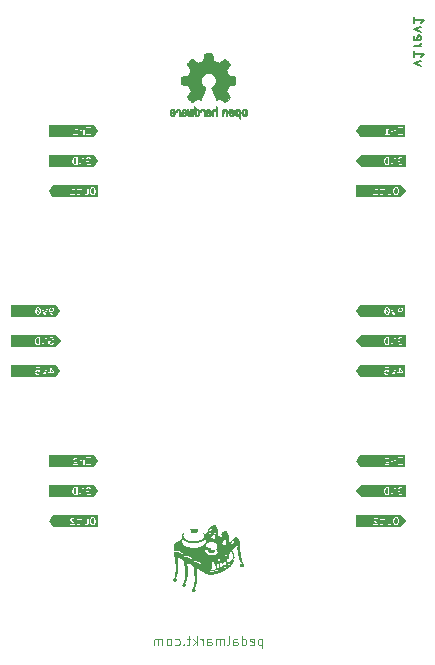
<source format=gbr>
%TF.GenerationSoftware,KiCad,Pcbnew,(6.0.9-0)*%
%TF.CreationDate,2024-03-23T11:29:48+01:00*%
%TF.ProjectId,attenuverters,61747465-6e75-4766-9572-746572732e6b,rev?*%
%TF.SameCoordinates,Original*%
%TF.FileFunction,Legend,Bot*%
%TF.FilePolarity,Positive*%
%FSLAX46Y46*%
G04 Gerber Fmt 4.6, Leading zero omitted, Abs format (unit mm)*
G04 Created by KiCad (PCBNEW (6.0.9-0)) date 2024-03-23 11:29:48*
%MOMM*%
%LPD*%
G01*
G04 APERTURE LIST*
%ADD10C,0.120000*%
%ADD11C,0.150000*%
%ADD12C,0.010000*%
%ADD13R,1.800000X1.800000*%
%ADD14C,1.800000*%
%ADD15R,1.700000X1.700000*%
%ADD16O,1.700000X1.700000*%
%ADD17O,5.400000X2.700000*%
%ADD18C,3.200000*%
%ADD19C,5.500000*%
G04 APERTURE END LIST*
D10*
X24891428Y-55708571D02*
X24891428Y-56508571D01*
X24891428Y-55746666D02*
X24815238Y-55708571D01*
X24662857Y-55708571D01*
X24586666Y-55746666D01*
X24548571Y-55784761D01*
X24510476Y-55860952D01*
X24510476Y-56089523D01*
X24548571Y-56165714D01*
X24586666Y-56203809D01*
X24662857Y-56241904D01*
X24815238Y-56241904D01*
X24891428Y-56203809D01*
X23862857Y-56203809D02*
X23939047Y-56241904D01*
X24091428Y-56241904D01*
X24167619Y-56203809D01*
X24205714Y-56127619D01*
X24205714Y-55822857D01*
X24167619Y-55746666D01*
X24091428Y-55708571D01*
X23939047Y-55708571D01*
X23862857Y-55746666D01*
X23824761Y-55822857D01*
X23824761Y-55899047D01*
X24205714Y-55975238D01*
X23139047Y-56241904D02*
X23139047Y-55441904D01*
X23139047Y-56203809D02*
X23215238Y-56241904D01*
X23367619Y-56241904D01*
X23443809Y-56203809D01*
X23481904Y-56165714D01*
X23520000Y-56089523D01*
X23520000Y-55860952D01*
X23481904Y-55784761D01*
X23443809Y-55746666D01*
X23367619Y-55708571D01*
X23215238Y-55708571D01*
X23139047Y-55746666D01*
X22415238Y-56241904D02*
X22415238Y-55822857D01*
X22453333Y-55746666D01*
X22529523Y-55708571D01*
X22681904Y-55708571D01*
X22758095Y-55746666D01*
X22415238Y-56203809D02*
X22491428Y-56241904D01*
X22681904Y-56241904D01*
X22758095Y-56203809D01*
X22796190Y-56127619D01*
X22796190Y-56051428D01*
X22758095Y-55975238D01*
X22681904Y-55937142D01*
X22491428Y-55937142D01*
X22415238Y-55899047D01*
X21920000Y-56241904D02*
X21996190Y-56203809D01*
X22034285Y-56127619D01*
X22034285Y-55441904D01*
X21615238Y-56241904D02*
X21615238Y-55708571D01*
X21615238Y-55784761D02*
X21577142Y-55746666D01*
X21500952Y-55708571D01*
X21386666Y-55708571D01*
X21310476Y-55746666D01*
X21272380Y-55822857D01*
X21272380Y-56241904D01*
X21272380Y-55822857D02*
X21234285Y-55746666D01*
X21158095Y-55708571D01*
X21043809Y-55708571D01*
X20967619Y-55746666D01*
X20929523Y-55822857D01*
X20929523Y-56241904D01*
X20205714Y-56241904D02*
X20205714Y-55822857D01*
X20243809Y-55746666D01*
X20320000Y-55708571D01*
X20472380Y-55708571D01*
X20548571Y-55746666D01*
X20205714Y-56203809D02*
X20281904Y-56241904D01*
X20472380Y-56241904D01*
X20548571Y-56203809D01*
X20586666Y-56127619D01*
X20586666Y-56051428D01*
X20548571Y-55975238D01*
X20472380Y-55937142D01*
X20281904Y-55937142D01*
X20205714Y-55899047D01*
X19824761Y-56241904D02*
X19824761Y-55708571D01*
X19824761Y-55860952D02*
X19786666Y-55784761D01*
X19748571Y-55746666D01*
X19672380Y-55708571D01*
X19596190Y-55708571D01*
X19329523Y-56241904D02*
X19329523Y-55441904D01*
X19253333Y-55937142D02*
X19024761Y-56241904D01*
X19024761Y-55708571D02*
X19329523Y-56013333D01*
X18796190Y-55708571D02*
X18491428Y-55708571D01*
X18681904Y-55441904D02*
X18681904Y-56127619D01*
X18643809Y-56203809D01*
X18567619Y-56241904D01*
X18491428Y-56241904D01*
X18224761Y-56165714D02*
X18186666Y-56203809D01*
X18224761Y-56241904D01*
X18262857Y-56203809D01*
X18224761Y-56165714D01*
X18224761Y-56241904D01*
X17500952Y-56203809D02*
X17577142Y-56241904D01*
X17729523Y-56241904D01*
X17805714Y-56203809D01*
X17843809Y-56165714D01*
X17881904Y-56089523D01*
X17881904Y-55860952D01*
X17843809Y-55784761D01*
X17805714Y-55746666D01*
X17729523Y-55708571D01*
X17577142Y-55708571D01*
X17500952Y-55746666D01*
X17043809Y-56241904D02*
X17120000Y-56203809D01*
X17158095Y-56165714D01*
X17196190Y-56089523D01*
X17196190Y-55860952D01*
X17158095Y-55784761D01*
X17120000Y-55746666D01*
X17043809Y-55708571D01*
X16929523Y-55708571D01*
X16853333Y-55746666D01*
X16815238Y-55784761D01*
X16777142Y-55860952D01*
X16777142Y-56089523D01*
X16815238Y-56165714D01*
X16853333Y-56203809D01*
X16929523Y-56241904D01*
X17043809Y-56241904D01*
X16434285Y-56241904D02*
X16434285Y-55708571D01*
X16434285Y-55784761D02*
X16396190Y-55746666D01*
X16320000Y-55708571D01*
X16205714Y-55708571D01*
X16129523Y-55746666D01*
X16091428Y-55822857D01*
X16091428Y-56241904D01*
X16091428Y-55822857D02*
X16053333Y-55746666D01*
X15977142Y-55708571D01*
X15862857Y-55708571D01*
X15786666Y-55746666D01*
X15748571Y-55822857D01*
X15748571Y-56241904D01*
D11*
X38292857Y-7158571D02*
X37692857Y-6944285D01*
X38292857Y-6730000D01*
X37692857Y-5915714D02*
X37692857Y-6430000D01*
X37692857Y-6172857D02*
X38592857Y-6172857D01*
X38464285Y-6258571D01*
X38378571Y-6344285D01*
X38335714Y-6430000D01*
X37692857Y-5530000D02*
X38292857Y-5530000D01*
X38121428Y-5530000D02*
X38207142Y-5487142D01*
X38250000Y-5444285D01*
X38292857Y-5358571D01*
X38292857Y-5272857D01*
X37735714Y-4630000D02*
X37692857Y-4715714D01*
X37692857Y-4887142D01*
X37735714Y-4972857D01*
X37821428Y-5015714D01*
X38164285Y-5015714D01*
X38250000Y-4972857D01*
X38292857Y-4887142D01*
X38292857Y-4715714D01*
X38250000Y-4630000D01*
X38164285Y-4587142D01*
X38078571Y-4587142D01*
X37992857Y-5015714D01*
X38292857Y-4287142D02*
X37692857Y-4072857D01*
X38292857Y-3858571D01*
X37692857Y-3044285D02*
X37692857Y-3558571D01*
X37692857Y-3301428D02*
X38592857Y-3301428D01*
X38464285Y-3387142D01*
X38378571Y-3472857D01*
X38335714Y-3558571D01*
%TO.C,kibuzzard-65FDA5A0*%
G36*
X32840261Y-30480000D02*
G01*
X32841531Y-30478095D01*
X35193956Y-30478095D01*
X35198511Y-30551646D01*
X35212173Y-30617041D01*
X35234944Y-30674280D01*
X35266823Y-30723364D01*
X35307453Y-30762744D01*
X35356477Y-30790872D01*
X35413895Y-30807749D01*
X35479706Y-30813375D01*
X35648299Y-30813375D01*
X35781649Y-30813375D01*
X35882614Y-30813375D01*
X36119786Y-30337125D01*
X36126454Y-30337125D01*
X36126454Y-30813375D01*
X36219799Y-30813375D01*
X36345529Y-30813375D01*
X36422681Y-30813375D01*
X36434111Y-30756225D01*
X36440779Y-30756225D01*
X36487928Y-30800992D01*
X36529480Y-30817423D01*
X36582701Y-30822900D01*
X36650170Y-30813322D01*
X36706526Y-30784588D01*
X36751770Y-30736699D01*
X36777815Y-30689044D01*
X36796419Y-30632281D01*
X36807581Y-30566410D01*
X36811301Y-30491430D01*
X36807194Y-30412640D01*
X36794871Y-30342959D01*
X36774332Y-30282386D01*
X36745579Y-30230921D01*
X36696155Y-30178798D01*
X36635512Y-30147525D01*
X36563651Y-30137100D01*
X36507666Y-30143080D01*
X36459088Y-30161018D01*
X36417919Y-30190916D01*
X36385428Y-30231503D01*
X36362886Y-30281510D01*
X36350291Y-30340935D01*
X36455066Y-30340935D01*
X36477715Y-30279022D01*
X36513910Y-30241875D01*
X36563651Y-30229492D01*
X36624611Y-30246280D01*
X36670331Y-30296644D01*
X36691498Y-30348132D01*
X36704198Y-30413060D01*
X36708431Y-30491430D01*
X36702678Y-30578869D01*
X36685419Y-30646878D01*
X36656653Y-30695456D01*
X36616382Y-30724602D01*
X36564604Y-30734317D01*
X36514240Y-30725269D01*
X36475545Y-30698123D01*
X36450899Y-30654069D01*
X36442684Y-30594300D01*
X36442684Y-30540960D01*
X36569366Y-30540960D01*
X36569366Y-30460950D01*
X36345529Y-30460950D01*
X36345529Y-30813375D01*
X36219799Y-30813375D01*
X36219799Y-30146625D01*
X36118834Y-30146625D01*
X35881661Y-30623828D01*
X35874994Y-30623828D01*
X35874994Y-30146625D01*
X35781649Y-30146625D01*
X35781649Y-30813375D01*
X35648299Y-30813375D01*
X35648299Y-30146625D01*
X35479706Y-30146625D01*
X35414282Y-30152191D01*
X35357072Y-30168890D01*
X35308078Y-30196721D01*
X35267299Y-30235684D01*
X35235212Y-30284231D01*
X35212292Y-30340816D01*
X35198540Y-30405437D01*
X35193956Y-30478095D01*
X32841531Y-30478095D01*
X33201153Y-29938663D01*
X37009739Y-29938663D01*
X37009739Y-31021337D01*
X33201153Y-31021337D01*
X32840261Y-30480000D01*
G37*
G36*
X35548286Y-30722887D02*
G01*
X35485421Y-30722887D01*
X35428218Y-30715955D01*
X35381070Y-30695159D01*
X35343975Y-30660499D01*
X35317252Y-30612503D01*
X35301218Y-30551702D01*
X35295874Y-30478095D01*
X35301139Y-30404461D01*
X35316935Y-30344216D01*
X35343261Y-30297358D01*
X35380117Y-30263888D01*
X35427504Y-30243806D01*
X35485421Y-30237113D01*
X35548286Y-30237113D01*
X35548286Y-30722887D01*
G37*
%TO.C,kibuzzard-65FDA4E4*%
G36*
X6808436Y-12168187D02*
G01*
X10617022Y-12168187D01*
X10971564Y-12700000D01*
X10617022Y-13231813D01*
X6808436Y-13231813D01*
X6808436Y-13033375D01*
X8850770Y-13033375D01*
X9266060Y-13033375D01*
X9417507Y-13033375D01*
X9514662Y-13033375D01*
X9514662Y-12752388D01*
X9522401Y-12699048D01*
X9545618Y-12660947D01*
X9580980Y-12638087D01*
X9625152Y-12630467D01*
X9672777Y-12638564D01*
X9710877Y-12662852D01*
X9735880Y-12703334D01*
X9744215Y-12760008D01*
X9744215Y-13033375D01*
X9841370Y-13033375D01*
X9985197Y-13033375D01*
X10418585Y-13033375D01*
X10418585Y-12944793D01*
X10250945Y-12944793D01*
X10250945Y-12455208D01*
X10413822Y-12455208D01*
X10413822Y-12366625D01*
X9989960Y-12366625D01*
X9989960Y-12455208D01*
X10150932Y-12455208D01*
X10150932Y-12944793D01*
X9985197Y-12944793D01*
X9985197Y-13033375D01*
X9841370Y-13033375D01*
X9841370Y-12557125D01*
X9753740Y-12557125D01*
X9744215Y-12616180D01*
X9737547Y-12616180D01*
X9700400Y-12578080D01*
X9652457Y-12555220D01*
X9593720Y-12547600D01*
X9521687Y-12559982D01*
X9465608Y-12597130D01*
X9429533Y-12656423D01*
X9417507Y-12735242D01*
X9417507Y-13033375D01*
X9266060Y-13033375D01*
X9266060Y-12952413D01*
X9106040Y-12952413D01*
X9106040Y-12611418D01*
X9249867Y-12611418D01*
X9249867Y-12532360D01*
X9181287Y-12532360D01*
X9133662Y-12523787D01*
X9105087Y-12498070D01*
X9095562Y-12455208D01*
X9095562Y-12423775D01*
X9006027Y-12423775D01*
X9006027Y-12952413D01*
X8850770Y-12952413D01*
X8850770Y-13033375D01*
X6808436Y-13033375D01*
X6808436Y-12168187D01*
G37*
%TO.C,kibuzzard-65FDA5C9*%
G36*
X32840261Y-45178663D02*
G01*
X36648847Y-45178663D01*
X37009739Y-45720000D01*
X36648847Y-46261337D01*
X32840261Y-46261337D01*
X32840261Y-45603795D01*
X34296807Y-45603795D01*
X34307761Y-45669041D01*
X34338717Y-45720953D01*
X34371102Y-45753337D01*
X34402535Y-45777150D01*
X34507310Y-45849540D01*
X34550172Y-45886688D01*
X34578430Y-45927010D01*
X34592082Y-45970508D01*
X34299665Y-45970508D01*
X34299665Y-46053375D01*
X34706382Y-46053375D01*
X34706382Y-46017180D01*
X34698405Y-45950088D01*
X34674473Y-45889783D01*
X34634588Y-45836265D01*
X34578747Y-45789533D01*
X34484450Y-45724763D01*
X34442540Y-45692854D01*
X34412536Y-45656182D01*
X34412252Y-45655230D01*
X34848305Y-45655230D01*
X35041662Y-45655230D01*
X35041662Y-45884782D01*
X35030126Y-45938757D01*
X34995519Y-45971143D01*
X34937840Y-45981938D01*
X34874975Y-45974317D01*
X34874975Y-46052423D01*
X34917361Y-46060281D01*
X34960700Y-46062900D01*
X35024822Y-46056423D01*
X35032645Y-46053375D01*
X35429330Y-46053375D01*
X35516960Y-46053375D01*
X35526485Y-45994320D01*
X35533152Y-45994320D01*
X35570300Y-46032420D01*
X35618242Y-46055280D01*
X35676980Y-46062900D01*
X35749013Y-46050517D01*
X35805091Y-46013370D01*
X35841167Y-45954077D01*
X35853192Y-45875258D01*
X35853192Y-45720000D01*
X35973207Y-45720000D01*
X35977226Y-45795724D01*
X35989281Y-45862875D01*
X36009372Y-45921454D01*
X36037501Y-45971460D01*
X36085391Y-46022260D01*
X36143334Y-46052740D01*
X36211332Y-46062900D01*
X36279859Y-46052846D01*
X36338121Y-46022683D01*
X36386116Y-45972413D01*
X36414244Y-45922704D01*
X36434336Y-45864066D01*
X36446391Y-45796498D01*
X36450410Y-45720000D01*
X36446391Y-45644276D01*
X36434336Y-45577125D01*
X36414244Y-45518546D01*
X36386116Y-45468540D01*
X36338121Y-45417740D01*
X36279859Y-45387260D01*
X36211332Y-45377100D01*
X36143334Y-45387260D01*
X36085391Y-45417740D01*
X36037501Y-45468540D01*
X36009372Y-45518546D01*
X35989281Y-45577125D01*
X35977226Y-45644276D01*
X35973207Y-45720000D01*
X35853192Y-45720000D01*
X35853192Y-45577125D01*
X35756037Y-45577125D01*
X35756037Y-45858112D01*
X35748298Y-45911453D01*
X35725081Y-45949553D01*
X35689719Y-45972413D01*
X35645547Y-45980033D01*
X35597922Y-45971936D01*
X35559822Y-45947647D01*
X35534819Y-45907166D01*
X35526485Y-45850492D01*
X35526485Y-45577125D01*
X35429330Y-45577125D01*
X35429330Y-46053375D01*
X35032645Y-46053375D01*
X35074695Y-46036992D01*
X35110318Y-46004607D01*
X35131693Y-45959268D01*
X35138817Y-45900975D01*
X35138817Y-45655230D01*
X35290265Y-45655230D01*
X35290265Y-45577125D01*
X35212160Y-45577125D01*
X35147866Y-45558075D01*
X35129292Y-45491400D01*
X35129292Y-45447585D01*
X35041662Y-45447585D01*
X35041662Y-45577125D01*
X34848305Y-45577125D01*
X34848305Y-45655230D01*
X34412252Y-45655230D01*
X34397772Y-45606653D01*
X34423966Y-45542359D01*
X34492070Y-45517117D01*
X34537313Y-45525690D01*
X34572080Y-45551408D01*
X34594940Y-45587841D01*
X34604465Y-45628560D01*
X34705430Y-45628560D01*
X34696910Y-45578660D01*
X34676431Y-45533098D01*
X34643993Y-45491876D01*
X34600972Y-45459332D01*
X34548743Y-45439806D01*
X34487307Y-45433297D01*
X34409917Y-45444966D01*
X34349195Y-45479970D01*
X34309904Y-45534262D01*
X34296807Y-45603795D01*
X32840261Y-45603795D01*
X32840261Y-45178663D01*
G37*
G36*
X36269197Y-45485566D02*
G01*
X36313250Y-45533786D01*
X36333887Y-45583052D01*
X36346270Y-45645123D01*
X36350397Y-45720000D01*
X36346270Y-45794877D01*
X36333887Y-45856948D01*
X36313250Y-45906214D01*
X36269197Y-45954434D01*
X36211332Y-45970508D01*
X36154182Y-45954434D01*
X36110367Y-45906214D01*
X36089730Y-45856948D01*
X36077347Y-45794877D01*
X36073220Y-45720000D01*
X36077347Y-45645123D01*
X36089730Y-45583052D01*
X36110367Y-45533786D01*
X36154182Y-45485566D01*
X36211332Y-45469492D01*
X36269197Y-45485566D01*
G37*
%TO.C,kibuzzard-65FDA513*%
G36*
X3641374Y-32512000D02*
G01*
X7449960Y-32512000D01*
X7788626Y-33020000D01*
X7449960Y-33528000D01*
X3641374Y-33528000D01*
X3641374Y-33126680D01*
X5654180Y-33126680D01*
X5660953Y-33184148D01*
X5681273Y-33233360D01*
X5715140Y-33274318D01*
X5759696Y-33305009D01*
X5812083Y-33323424D01*
X5872302Y-33329563D01*
X5928711Y-33323953D01*
X5977289Y-33307126D01*
X6018035Y-33279080D01*
X6049256Y-33241615D01*
X6069258Y-33196530D01*
X6078042Y-33143825D01*
X5983745Y-33143825D01*
X5973148Y-33188116D01*
X5948978Y-33221930D01*
X5913855Y-33243361D01*
X5870397Y-33250505D01*
X5823010Y-33242290D01*
X5785625Y-33217644D01*
X5761336Y-33178948D01*
X5753240Y-33128585D01*
X5760979Y-33078222D01*
X5784196Y-33037621D01*
X5820272Y-33010832D01*
X5866587Y-33001903D01*
X5931357Y-33018095D01*
X5977077Y-33063815D01*
X6064707Y-33043813D01*
X6045276Y-32843788D01*
X6199010Y-32843788D01*
X6379032Y-33320038D01*
X6497142Y-33320038D01*
X6549263Y-33182878D01*
X6768605Y-33182878D01*
X6873380Y-33182878D01*
X6873380Y-33320038D01*
X6966725Y-33320038D01*
X6966725Y-33182878D01*
X7251522Y-33182878D01*
X7251522Y-33134300D01*
X6975297Y-32710438D01*
X6873380Y-32710438D01*
X6873380Y-33107630D01*
X6768605Y-33107630D01*
X6768605Y-33182878D01*
X6549263Y-33182878D01*
X6678117Y-32843788D01*
X6578105Y-32843788D01*
X6440945Y-33219073D01*
X6434277Y-33219073D01*
X6298070Y-32843788D01*
X6199010Y-32843788D01*
X6045276Y-32843788D01*
X6032322Y-32710438D01*
X5682755Y-32710438D01*
X5682755Y-32792353D01*
X5947550Y-32792353D01*
X5965647Y-32967613D01*
X5913498Y-32936894D01*
X5846585Y-32926655D01*
X5793033Y-32932952D01*
X5746678Y-32951843D01*
X5707520Y-32983329D01*
X5677886Y-33024445D01*
X5660106Y-33072229D01*
X5654180Y-33126680D01*
X3641374Y-33126680D01*
X3641374Y-32512000D01*
G37*
G36*
X7138175Y-33107630D02*
G01*
X6966725Y-33107630D01*
X6966725Y-32841883D01*
X6974345Y-32841883D01*
X7138175Y-33107630D01*
G37*
%TO.C,kibuzzard-65FDA541*%
G36*
X10595088Y-45485566D02*
G01*
X10639141Y-45533786D01*
X10659779Y-45583052D01*
X10672161Y-45645123D01*
X10676289Y-45720000D01*
X10672161Y-45794877D01*
X10659779Y-45856948D01*
X10639141Y-45906214D01*
X10595088Y-45954434D01*
X10537224Y-45970508D01*
X10480074Y-45954434D01*
X10436259Y-45906214D01*
X10415621Y-45856948D01*
X10403239Y-45794877D01*
X10399111Y-45720000D01*
X10403239Y-45645123D01*
X10415621Y-45583052D01*
X10436259Y-45533786D01*
X10480074Y-45485566D01*
X10537224Y-45469492D01*
X10595088Y-45485566D01*
G37*
G36*
X6805261Y-45720000D02*
G01*
X6882731Y-45603795D01*
X8622699Y-45603795D01*
X8633653Y-45669041D01*
X8664609Y-45720953D01*
X8696994Y-45753337D01*
X8728426Y-45777150D01*
X8833201Y-45849540D01*
X8876064Y-45886688D01*
X8904321Y-45927010D01*
X8917974Y-45970508D01*
X8625556Y-45970508D01*
X8625556Y-46053375D01*
X9032274Y-46053375D01*
X9032274Y-46017180D01*
X9024297Y-45950088D01*
X9000365Y-45889783D01*
X8960479Y-45836265D01*
X8904639Y-45789533D01*
X8810341Y-45724763D01*
X8768431Y-45692854D01*
X8738428Y-45656182D01*
X8738144Y-45655230D01*
X9174196Y-45655230D01*
X9367554Y-45655230D01*
X9367554Y-45884782D01*
X9356018Y-45938757D01*
X9321411Y-45971143D01*
X9263731Y-45981938D01*
X9200866Y-45974317D01*
X9200866Y-46052423D01*
X9243253Y-46060281D01*
X9286591Y-46062900D01*
X9350714Y-46056423D01*
X9358537Y-46053375D01*
X9755221Y-46053375D01*
X9842851Y-46053375D01*
X9852376Y-45994320D01*
X9859044Y-45994320D01*
X9896191Y-46032420D01*
X9944134Y-46055280D01*
X10002871Y-46062900D01*
X10074904Y-46050517D01*
X10130983Y-46013370D01*
X10167059Y-45954077D01*
X10179084Y-45875258D01*
X10179084Y-45720000D01*
X10299099Y-45720000D01*
X10303117Y-45795724D01*
X10315172Y-45862875D01*
X10335264Y-45921454D01*
X10363393Y-45971460D01*
X10411282Y-46022260D01*
X10469226Y-46052740D01*
X10537224Y-46062900D01*
X10605751Y-46052846D01*
X10664012Y-46022683D01*
X10712008Y-45972413D01*
X10740136Y-45922704D01*
X10760228Y-45864066D01*
X10772283Y-45796498D01*
X10776301Y-45720000D01*
X10772283Y-45644276D01*
X10760228Y-45577125D01*
X10740136Y-45518546D01*
X10712008Y-45468540D01*
X10664012Y-45417740D01*
X10605751Y-45387260D01*
X10537224Y-45377100D01*
X10469226Y-45387260D01*
X10411282Y-45417740D01*
X10363393Y-45468540D01*
X10335264Y-45518546D01*
X10315172Y-45577125D01*
X10303117Y-45644276D01*
X10299099Y-45720000D01*
X10179084Y-45720000D01*
X10179084Y-45577125D01*
X10081929Y-45577125D01*
X10081929Y-45858112D01*
X10074190Y-45911453D01*
X10050973Y-45949553D01*
X10015611Y-45972413D01*
X9971439Y-45980033D01*
X9923814Y-45971936D01*
X9885714Y-45947647D01*
X9860711Y-45907166D01*
X9852376Y-45850492D01*
X9852376Y-45577125D01*
X9755221Y-45577125D01*
X9755221Y-46053375D01*
X9358537Y-46053375D01*
X9400587Y-46036992D01*
X9436210Y-46004607D01*
X9457584Y-45959268D01*
X9464709Y-45900975D01*
X9464709Y-45655230D01*
X9616156Y-45655230D01*
X9616156Y-45577125D01*
X9538051Y-45577125D01*
X9473758Y-45558075D01*
X9455184Y-45491400D01*
X9455184Y-45447585D01*
X9367554Y-45447585D01*
X9367554Y-45577125D01*
X9174196Y-45577125D01*
X9174196Y-45655230D01*
X8738144Y-45655230D01*
X8723664Y-45606653D01*
X8749858Y-45542359D01*
X8817961Y-45517117D01*
X8863205Y-45525690D01*
X8897971Y-45551408D01*
X8920831Y-45587841D01*
X8930356Y-45628560D01*
X9031321Y-45628560D01*
X9022802Y-45578660D01*
X9002323Y-45533098D01*
X8969885Y-45491876D01*
X8926864Y-45459332D01*
X8874635Y-45439806D01*
X8813199Y-45433297D01*
X8735808Y-45444966D01*
X8675086Y-45479970D01*
X8635796Y-45534262D01*
X8622699Y-45603795D01*
X6882731Y-45603795D01*
X7166153Y-45178663D01*
X10974739Y-45178663D01*
X10974739Y-46261337D01*
X7166153Y-46261337D01*
X6805261Y-45720000D01*
G37*
%TO.C,kibuzzard-65FDA57B*%
G36*
X32843436Y-12700000D02*
G01*
X33197978Y-12168187D01*
X37006564Y-12168187D01*
X37006564Y-13231813D01*
X33197978Y-13231813D01*
X33065686Y-13033375D01*
X35240311Y-13033375D01*
X35655601Y-13033375D01*
X35807049Y-13033375D01*
X35904204Y-13033375D01*
X35904204Y-12752388D01*
X35911943Y-12699048D01*
X35935160Y-12660947D01*
X35970522Y-12638087D01*
X36014694Y-12630467D01*
X36062319Y-12638564D01*
X36100419Y-12662852D01*
X36125422Y-12703334D01*
X36133756Y-12760008D01*
X36133756Y-13033375D01*
X36230911Y-13033375D01*
X36374739Y-13033375D01*
X36808126Y-13033375D01*
X36808126Y-12944793D01*
X36640486Y-12944793D01*
X36640486Y-12455208D01*
X36803364Y-12455208D01*
X36803364Y-12366625D01*
X36379501Y-12366625D01*
X36379501Y-12455208D01*
X36540474Y-12455208D01*
X36540474Y-12944793D01*
X36374739Y-12944793D01*
X36374739Y-13033375D01*
X36230911Y-13033375D01*
X36230911Y-12557125D01*
X36143281Y-12557125D01*
X36133756Y-12616180D01*
X36127089Y-12616180D01*
X36089941Y-12578080D01*
X36041999Y-12555220D01*
X35983261Y-12547600D01*
X35911229Y-12559982D01*
X35855150Y-12597130D01*
X35819074Y-12656423D01*
X35807049Y-12735242D01*
X35807049Y-13033375D01*
X35655601Y-13033375D01*
X35655601Y-12952413D01*
X35495581Y-12952413D01*
X35495581Y-12611418D01*
X35639409Y-12611418D01*
X35639409Y-12532360D01*
X35570829Y-12532360D01*
X35523204Y-12523787D01*
X35494629Y-12498070D01*
X35485104Y-12455208D01*
X35485104Y-12423775D01*
X35395569Y-12423775D01*
X35395569Y-12952413D01*
X35240311Y-12952413D01*
X35240311Y-13033375D01*
X33065686Y-13033375D01*
X32843436Y-12700000D01*
G37*
%TO.C,kibuzzard-65FDA507*%
G36*
X5977395Y-30722887D02*
G01*
X5914530Y-30722887D01*
X5857327Y-30715955D01*
X5810178Y-30695159D01*
X5773083Y-30660499D01*
X5746361Y-30612503D01*
X5730327Y-30551702D01*
X5724982Y-30478095D01*
X5730247Y-30404461D01*
X5746043Y-30344216D01*
X5772369Y-30297358D01*
X5809226Y-30263888D01*
X5856612Y-30243806D01*
X5914530Y-30237113D01*
X5977395Y-30237113D01*
X5977395Y-30722887D01*
G37*
G36*
X3630261Y-29938663D02*
G01*
X7438847Y-29938663D01*
X7799739Y-30480000D01*
X7438847Y-31021337D01*
X3630261Y-31021337D01*
X3630261Y-30478095D01*
X5623065Y-30478095D01*
X5627619Y-30551646D01*
X5641281Y-30617041D01*
X5664052Y-30674280D01*
X5695931Y-30723364D01*
X5736561Y-30762744D01*
X5785585Y-30790872D01*
X5843003Y-30807749D01*
X5908815Y-30813375D01*
X6077407Y-30813375D01*
X6210757Y-30813375D01*
X6311722Y-30813375D01*
X6548895Y-30337125D01*
X6555562Y-30337125D01*
X6555562Y-30813375D01*
X6648907Y-30813375D01*
X6774637Y-30813375D01*
X6851790Y-30813375D01*
X6863220Y-30756225D01*
X6869887Y-30756225D01*
X6917036Y-30800992D01*
X6958589Y-30817423D01*
X7011810Y-30822900D01*
X7079278Y-30813322D01*
X7135635Y-30784588D01*
X7180878Y-30736699D01*
X7206923Y-30689044D01*
X7225527Y-30632281D01*
X7236689Y-30566410D01*
X7240410Y-30491430D01*
X7236302Y-30412640D01*
X7223979Y-30342959D01*
X7203441Y-30282386D01*
X7174687Y-30230921D01*
X7125263Y-30178798D01*
X7064621Y-30147525D01*
X6992760Y-30137100D01*
X6936774Y-30143080D01*
X6888196Y-30161018D01*
X6847027Y-30190916D01*
X6814536Y-30231503D01*
X6791994Y-30281510D01*
X6779400Y-30340935D01*
X6884175Y-30340935D01*
X6906823Y-30279022D01*
X6943018Y-30241875D01*
X6992760Y-30229492D01*
X7053720Y-30246280D01*
X7099440Y-30296644D01*
X7120606Y-30348132D01*
X7133306Y-30413060D01*
X7137540Y-30491430D01*
X7131787Y-30578869D01*
X7114527Y-30646878D01*
X7085762Y-30695456D01*
X7045490Y-30724602D01*
X6993712Y-30734317D01*
X6943349Y-30725269D01*
X6904653Y-30698123D01*
X6880008Y-30654069D01*
X6871792Y-30594300D01*
X6871792Y-30540960D01*
X6998475Y-30540960D01*
X6998475Y-30460950D01*
X6774637Y-30460950D01*
X6774637Y-30813375D01*
X6648907Y-30813375D01*
X6648907Y-30146625D01*
X6547942Y-30146625D01*
X6310770Y-30623828D01*
X6304102Y-30623828D01*
X6304102Y-30146625D01*
X6210757Y-30146625D01*
X6210757Y-30813375D01*
X6077407Y-30813375D01*
X6077407Y-30146625D01*
X5908815Y-30146625D01*
X5843390Y-30152191D01*
X5786180Y-30168890D01*
X5737186Y-30196721D01*
X5696407Y-30235684D01*
X5664320Y-30284231D01*
X5641400Y-30340816D01*
X5627649Y-30405437D01*
X5623065Y-30478095D01*
X3630261Y-30478095D01*
X3630261Y-29938663D01*
G37*
%TO.C,kibuzzard-65FDA598*%
G36*
X32849627Y-27940000D02*
G01*
X33191787Y-27426761D01*
X37000373Y-27426761D01*
X37000373Y-28453239D01*
X33191787Y-28453239D01*
X32850580Y-27941429D01*
X35221738Y-27941429D01*
X35225577Y-28014295D01*
X35237097Y-28077636D01*
X35256296Y-28131453D01*
X35283174Y-28175744D01*
X35329053Y-28219665D01*
X35384774Y-28246017D01*
X35450338Y-28254801D01*
X35516060Y-28245911D01*
X35572258Y-28219241D01*
X35618930Y-28174791D01*
X35646434Y-28130083D01*
X35666079Y-28075969D01*
X35677866Y-28012450D01*
X35681795Y-27939524D01*
X35677866Y-27867402D01*
X35666079Y-27804388D01*
X35653192Y-27769026D01*
X35783713Y-27769026D01*
X35963735Y-28245276D01*
X36081845Y-28245276D01*
X36237484Y-27835701D01*
X36379978Y-27835701D01*
X36384978Y-27891303D01*
X36399980Y-27941905D01*
X36423793Y-27991078D01*
X36455225Y-28042394D01*
X36586670Y-28245276D01*
X36706685Y-28245276D01*
X36542855Y-28010009D01*
X36614293Y-28022391D01*
X36688350Y-28008699D01*
X36748595Y-27967623D01*
X36778228Y-27927776D01*
X36796008Y-27881263D01*
X36801935Y-27828081D01*
X36795373Y-27772095D01*
X36775688Y-27723518D01*
X36742880Y-27682349D01*
X36699806Y-27651128D01*
X36649323Y-27632395D01*
X36591433Y-27626151D01*
X36532536Y-27632554D01*
X36481578Y-27651763D01*
X36438556Y-27683778D01*
X36406013Y-27726270D01*
X36386486Y-27776911D01*
X36379978Y-27835701D01*
X36237484Y-27835701D01*
X36262820Y-27769026D01*
X36162808Y-27769026D01*
X36025648Y-28144311D01*
X36018980Y-28144311D01*
X35882773Y-27769026D01*
X35783713Y-27769026D01*
X35653192Y-27769026D01*
X35646434Y-27750482D01*
X35618930Y-27705685D01*
X35572258Y-27660970D01*
X35516060Y-27634142D01*
X35450338Y-27625199D01*
X35384774Y-27634142D01*
X35329053Y-27660970D01*
X35283174Y-27705685D01*
X35256296Y-27750601D01*
X35237097Y-27804864D01*
X35225577Y-27868473D01*
X35221738Y-27941429D01*
X32850580Y-27941429D01*
X32849627Y-27940000D01*
G37*
G36*
X35541778Y-28115736D02*
G01*
X35502249Y-28156456D01*
X35450338Y-28170029D01*
X35398784Y-28155741D01*
X35358421Y-28112879D01*
X35339107Y-28068323D01*
X35327518Y-28010855D01*
X35323655Y-27940476D01*
X35326036Y-27887136D01*
X35333180Y-27837606D01*
X35541778Y-28115736D01*
G37*
G36*
X36638700Y-27715091D02*
G01*
X36674776Y-27741880D01*
X36697994Y-27781766D01*
X36705733Y-27829986D01*
X36698113Y-27877016D01*
X36675253Y-27915235D01*
X36639296Y-27940595D01*
X36592385Y-27949049D01*
X36546070Y-27940476D01*
X36509994Y-27914759D01*
X36486777Y-27876421D01*
X36479038Y-27829986D01*
X36486896Y-27781766D01*
X36510470Y-27741880D01*
X36546665Y-27715091D01*
X36592385Y-27706161D01*
X36638700Y-27715091D01*
G37*
G36*
X35502011Y-27724259D02*
G01*
X35542730Y-27767121D01*
X35562309Y-27811783D01*
X35574057Y-27869568D01*
X35577973Y-27940476D01*
X35575591Y-27996436D01*
X35568448Y-28042394D01*
X35359850Y-27765216D01*
X35399141Y-27723783D01*
X35450338Y-27709971D01*
X35502011Y-27724259D01*
G37*
%TO.C,G\u002A\u002A\u002A*%
G36*
X22034947Y-46973295D02*
G01*
X22037169Y-47024403D01*
X22039007Y-47085857D01*
X22039286Y-47096358D01*
X22040837Y-47144535D01*
X22042911Y-47197252D01*
X22045422Y-47253129D01*
X22048286Y-47310791D01*
X22051416Y-47368860D01*
X22054729Y-47425957D01*
X22058139Y-47480707D01*
X22061561Y-47531730D01*
X22064910Y-47577651D01*
X22068101Y-47617090D01*
X22071048Y-47648672D01*
X22073667Y-47671018D01*
X22075873Y-47682750D01*
X22076393Y-47683320D01*
X22081348Y-47678991D01*
X22090411Y-47665739D01*
X22102654Y-47645013D01*
X22117150Y-47618263D01*
X22165218Y-47532983D01*
X22223146Y-47446074D01*
X22287800Y-47364914D01*
X22361524Y-47286319D01*
X22388373Y-47260164D01*
X22420831Y-47230391D01*
X22447324Y-47208809D01*
X22468782Y-47194750D01*
X22486136Y-47187543D01*
X22500315Y-47186521D01*
X22506199Y-47186956D01*
X22516706Y-47184477D01*
X22528492Y-47176091D01*
X22544571Y-47159991D01*
X22558045Y-47147184D01*
X22582109Y-47128540D01*
X22605433Y-47114433D01*
X22609439Y-47112490D01*
X22627398Y-47104875D01*
X22644488Y-47100438D01*
X22664990Y-47098368D01*
X22693187Y-47097858D01*
X22698327Y-47097868D01*
X22725129Y-47098584D01*
X22744874Y-47100995D01*
X22761812Y-47105892D01*
X22780194Y-47114068D01*
X22795834Y-47122547D01*
X22817759Y-47137931D01*
X22839565Y-47158186D01*
X22863205Y-47185202D01*
X22890633Y-47220868D01*
X22913073Y-47253159D01*
X22946831Y-47312963D01*
X22970188Y-47373085D01*
X22983992Y-47435476D01*
X22984588Y-47440267D01*
X22986349Y-47460458D01*
X22988300Y-47490079D01*
X22990344Y-47527267D01*
X22992384Y-47570160D01*
X22994321Y-47616894D01*
X22996058Y-47665606D01*
X22997491Y-47706921D01*
X23006506Y-47901087D01*
X23018984Y-48086932D01*
X23034867Y-48264124D01*
X23054099Y-48432329D01*
X23076624Y-48591217D01*
X23102386Y-48740453D01*
X23131329Y-48879707D01*
X23163395Y-49008645D01*
X23198530Y-49126934D01*
X23236676Y-49234243D01*
X23277778Y-49330239D01*
X23280367Y-49335745D01*
X23297485Y-49373699D01*
X23309226Y-49403872D01*
X23316085Y-49428615D01*
X23318560Y-49450278D01*
X23317148Y-49471210D01*
X23312346Y-49493761D01*
X23296667Y-49537034D01*
X23270136Y-49580155D01*
X23235231Y-49615280D01*
X23207819Y-49633565D01*
X23180742Y-49643183D01*
X23156858Y-49641671D01*
X23150955Y-49639364D01*
X23133897Y-49630975D01*
X23111376Y-49618662D01*
X23086068Y-49604024D01*
X23060645Y-49588657D01*
X23037781Y-49574160D01*
X23020151Y-49562131D01*
X23010427Y-49554167D01*
X23008307Y-49551603D01*
X23002820Y-49540557D01*
X23000005Y-49524018D01*
X22999211Y-49498770D01*
X22999474Y-49483196D01*
X23001832Y-49460804D01*
X23007831Y-49440343D01*
X23018896Y-49415802D01*
X23033196Y-49391392D01*
X23053483Y-49365033D01*
X23075871Y-49342214D01*
X23097939Y-49325367D01*
X23117270Y-49316923D01*
X23129059Y-49313087D01*
X23134222Y-49308313D01*
X23134109Y-49307706D01*
X23129467Y-49299484D01*
X23119379Y-49285162D01*
X23105720Y-49267428D01*
X23090053Y-49246835D01*
X23049348Y-49183509D01*
X23010685Y-49108673D01*
X22974135Y-49022569D01*
X22939763Y-48925440D01*
X22907640Y-48817527D01*
X22877833Y-48699072D01*
X22850411Y-48570317D01*
X22825442Y-48431504D01*
X22802993Y-48282875D01*
X22783134Y-48124672D01*
X22781842Y-48113177D01*
X22777497Y-48072369D01*
X22773746Y-48033855D01*
X22770803Y-48000038D01*
X22768881Y-47973324D01*
X22768193Y-47956119D01*
X22769637Y-47929621D01*
X22779268Y-47877601D01*
X22798019Y-47818619D01*
X22825979Y-47752363D01*
X22850636Y-47697134D01*
X22870324Y-47646988D01*
X22884452Y-47602206D01*
X22893641Y-47560471D01*
X22898509Y-47519461D01*
X22899678Y-47476860D01*
X22898640Y-47436647D01*
X22896252Y-47405174D01*
X22892343Y-47383628D01*
X22886724Y-47370975D01*
X22879202Y-47366182D01*
X22874551Y-47365987D01*
X22870498Y-47368602D01*
X22868165Y-47376518D01*
X22866995Y-47391968D01*
X22866426Y-47417186D01*
X22865432Y-47428542D01*
X22862779Y-47458833D01*
X22849637Y-47516922D01*
X22827418Y-47580271D01*
X22796609Y-47648065D01*
X22757694Y-47719489D01*
X22711159Y-47793728D01*
X22657487Y-47869968D01*
X22597165Y-47947394D01*
X22530677Y-48025190D01*
X22458509Y-48102542D01*
X22441049Y-48120536D01*
X22415035Y-48147612D01*
X22392774Y-48171107D01*
X22375432Y-48189776D01*
X22364173Y-48202374D01*
X22360161Y-48207658D01*
X22361275Y-48210740D01*
X22367494Y-48221731D01*
X22377355Y-48236867D01*
X22377692Y-48237360D01*
X22405503Y-48284607D01*
X22430506Y-48339662D01*
X22451062Y-48398431D01*
X22465529Y-48456823D01*
X22468308Y-48475242D01*
X22471453Y-48509952D01*
X22473462Y-48552004D01*
X22474169Y-48598672D01*
X22474170Y-48695376D01*
X22509220Y-48708156D01*
X22525325Y-48714798D01*
X22543603Y-48724323D01*
X22554912Y-48732695D01*
X22556428Y-48734404D01*
X22560231Y-48740144D01*
X22560856Y-48746929D01*
X22557650Y-48757126D01*
X22549962Y-48773102D01*
X22537139Y-48797225D01*
X22535331Y-48800436D01*
X22506085Y-48852367D01*
X22429654Y-48971098D01*
X22343027Y-49085090D01*
X22247132Y-49193338D01*
X22142899Y-49294835D01*
X22031254Y-49388575D01*
X21913126Y-49473553D01*
X21861496Y-49506807D01*
X21726140Y-49585824D01*
X21581808Y-49659297D01*
X21429943Y-49726695D01*
X21289048Y-49780921D01*
X21271988Y-49787487D01*
X21109386Y-49841142D01*
X20943581Y-49887128D01*
X20776014Y-49924914D01*
X20608130Y-49953970D01*
X20509229Y-49968438D01*
X20492378Y-49947996D01*
X20483745Y-49938200D01*
X20468880Y-49923905D01*
X20455032Y-49913121D01*
X20443829Y-49906694D01*
X20436902Y-49905472D01*
X20435882Y-49910300D01*
X20442398Y-49922028D01*
X20444760Y-49926061D01*
X20450226Y-49945976D01*
X20452011Y-49976420D01*
X20452093Y-49985926D01*
X20453481Y-50006447D01*
X20457192Y-50019685D01*
X20464012Y-50029089D01*
X20467310Y-50032445D01*
X20471854Y-50036482D01*
X20477237Y-50039009D01*
X20485303Y-50040020D01*
X20497898Y-50039512D01*
X20516863Y-50037480D01*
X20544043Y-50033921D01*
X20581281Y-50028830D01*
X20727221Y-50005448D01*
X20902474Y-49968460D01*
X21076456Y-49922235D01*
X21247648Y-49867312D01*
X21414529Y-49804227D01*
X21575582Y-49733517D01*
X21729286Y-49655722D01*
X21874123Y-49571378D01*
X21905163Y-49551533D01*
X22025278Y-49465945D01*
X22139167Y-49370424D01*
X22246184Y-49265592D01*
X22345684Y-49152071D01*
X22437019Y-49030482D01*
X22474170Y-48976950D01*
X22474170Y-49043229D01*
X22473789Y-49072175D01*
X22471676Y-49101723D01*
X22466786Y-49126948D01*
X22458095Y-49151388D01*
X22444574Y-49178582D01*
X22425198Y-49212068D01*
X22386390Y-49273982D01*
X22306561Y-49386886D01*
X22218262Y-49495161D01*
X22123118Y-49597005D01*
X22022750Y-49690616D01*
X21918784Y-49774192D01*
X21850708Y-49822350D01*
X21732390Y-49896931D01*
X21605095Y-49967003D01*
X21470368Y-50031933D01*
X21329759Y-50091086D01*
X21184815Y-50143828D01*
X21037084Y-50189525D01*
X20888114Y-50227544D01*
X20739453Y-50257251D01*
X20660043Y-50269960D01*
X20584292Y-50280186D01*
X20516081Y-50287349D01*
X20456207Y-50291394D01*
X20405469Y-50292269D01*
X20364664Y-50289919D01*
X20334590Y-50284291D01*
X20333008Y-50283803D01*
X20326046Y-50281301D01*
X20317233Y-50277563D01*
X20306001Y-50272267D01*
X20291784Y-50265094D01*
X20274013Y-50255723D01*
X20252119Y-50243834D01*
X20225536Y-50229107D01*
X20193694Y-50211221D01*
X20156027Y-50189856D01*
X20111966Y-50164692D01*
X20060943Y-50135409D01*
X20002391Y-50101685D01*
X19935740Y-50063202D01*
X19860425Y-50019638D01*
X19775875Y-49970673D01*
X19681525Y-49915987D01*
X19646722Y-49895821D01*
X19588725Y-49862269D01*
X19578430Y-49856326D01*
X20578021Y-49856326D01*
X20579948Y-49867737D01*
X20585521Y-49872562D01*
X20585745Y-49872545D01*
X20598260Y-49870619D01*
X20620312Y-49866260D01*
X20649864Y-49859938D01*
X20684877Y-49852121D01*
X20723314Y-49843277D01*
X20763137Y-49833875D01*
X20802308Y-49824385D01*
X20838790Y-49815274D01*
X20870544Y-49807011D01*
X20968051Y-49780921D01*
X20968034Y-49759940D01*
X21010055Y-49759940D01*
X21010155Y-49761159D01*
X21012206Y-49763685D01*
X21018043Y-49763926D01*
X21029158Y-49761496D01*
X21047039Y-49756010D01*
X21073177Y-49747081D01*
X21109062Y-49734326D01*
X21119628Y-49730537D01*
X21151342Y-49719163D01*
X21180243Y-49708799D01*
X21203504Y-49700459D01*
X21218297Y-49695158D01*
X21243525Y-49686121D01*
X21244914Y-49657132D01*
X21292726Y-49657132D01*
X21294646Y-49662873D01*
X21296226Y-49662519D01*
X21307147Y-49658425D01*
X21326021Y-49650476D01*
X21350711Y-49639589D01*
X21379084Y-49626678D01*
X21384515Y-49624172D01*
X21416274Y-49609541D01*
X21446891Y-49595473D01*
X21473114Y-49583461D01*
X21491695Y-49574996D01*
X21507309Y-49567254D01*
X21523084Y-49556129D01*
X21529901Y-49544976D01*
X21529985Y-49544617D01*
X21531116Y-49532658D01*
X21531285Y-49525811D01*
X21569407Y-49525811D01*
X21571832Y-49531018D01*
X21572300Y-49530958D01*
X21581092Y-49527211D01*
X21597930Y-49518427D01*
X21620901Y-49505711D01*
X21648090Y-49490170D01*
X21677586Y-49472909D01*
X21707473Y-49455032D01*
X21735840Y-49437646D01*
X21760772Y-49421857D01*
X21812434Y-49388395D01*
X21815156Y-49360164D01*
X21851301Y-49360164D01*
X21851435Y-49360198D01*
X21857539Y-49356776D01*
X21871104Y-49347524D01*
X21890257Y-49333756D01*
X21913126Y-49316786D01*
X21919186Y-49312211D01*
X22043933Y-49210669D01*
X22159173Y-49102094D01*
X22265557Y-48985830D01*
X22363736Y-48861219D01*
X22408165Y-48800436D01*
X22408119Y-48759211D01*
X22408044Y-48751508D01*
X22404961Y-48706555D01*
X22397063Y-48658416D01*
X22383935Y-48605362D01*
X22365160Y-48545665D01*
X22340323Y-48477596D01*
X22333964Y-48461633D01*
X22317947Y-48424691D01*
X22299246Y-48384924D01*
X22278808Y-48344054D01*
X22257578Y-48303804D01*
X22236504Y-48265899D01*
X22216531Y-48232061D01*
X22198604Y-48204014D01*
X22183671Y-48183483D01*
X22172677Y-48172189D01*
X22167115Y-48168551D01*
X22158454Y-48166472D01*
X22149437Y-48172583D01*
X22146735Y-48175587D01*
X22142231Y-48183916D01*
X22138134Y-48196838D01*
X22134297Y-48215409D01*
X22130576Y-48240685D01*
X22126825Y-48273723D01*
X22122897Y-48315578D01*
X22118647Y-48367306D01*
X22116035Y-48402007D01*
X22113930Y-48429963D01*
X22112887Y-48444188D01*
X22106542Y-48527211D01*
X22100361Y-48601421D01*
X22099144Y-48614626D01*
X22094081Y-48669563D01*
X22087436Y-48734377D01*
X22080162Y-48798608D01*
X22071995Y-48864997D01*
X22069654Y-48883484D01*
X22065864Y-48913795D01*
X22062803Y-48938780D01*
X22060738Y-48956248D01*
X22059937Y-48964005D01*
X22059901Y-48964195D01*
X22056960Y-48960482D01*
X22049991Y-48947931D01*
X22039972Y-48928376D01*
X22027877Y-48903656D01*
X22022695Y-48893024D01*
X22009987Y-48867899D01*
X21995848Y-48840897D01*
X21981427Y-48814111D01*
X21967876Y-48789634D01*
X21956345Y-48769560D01*
X21947984Y-48755980D01*
X21943944Y-48750988D01*
X21943790Y-48751353D01*
X21943137Y-48759014D01*
X21942613Y-48773490D01*
X21941923Y-48781450D01*
X21938546Y-48801972D01*
X21933037Y-48828071D01*
X21926145Y-48855997D01*
X21921427Y-48874115D01*
X21915021Y-48900444D01*
X21909190Y-48927175D01*
X21903660Y-48955955D01*
X21898157Y-48988430D01*
X21892407Y-49026247D01*
X21886138Y-49071050D01*
X21879076Y-49124487D01*
X21870947Y-49188203D01*
X21869780Y-49197481D01*
X21864450Y-49240504D01*
X21859790Y-49279178D01*
X21857449Y-49299295D01*
X21855972Y-49311991D01*
X21853170Y-49337434D01*
X21851555Y-49353995D01*
X21851301Y-49360164D01*
X21815156Y-49360164D01*
X21816405Y-49347213D01*
X21817400Y-49299295D01*
X21809866Y-49236554D01*
X21793094Y-49168594D01*
X21767340Y-49096413D01*
X21732860Y-49021010D01*
X21722026Y-49000047D01*
X21707019Y-48972299D01*
X21692366Y-48946448D01*
X21679115Y-48924238D01*
X21668315Y-48907413D01*
X21661014Y-48897717D01*
X21658259Y-48896894D01*
X21659284Y-48901793D01*
X21664163Y-48913108D01*
X21665520Y-48916680D01*
X21666038Y-48928885D01*
X21662656Y-48948209D01*
X21655084Y-48976659D01*
X21651432Y-48989496D01*
X21642619Y-49022953D01*
X21634604Y-49057724D01*
X21627073Y-49095583D01*
X21619712Y-49138301D01*
X21612207Y-49187652D01*
X21604246Y-49245410D01*
X21595513Y-49313346D01*
X21594959Y-49317770D01*
X21589305Y-49362620D01*
X21583968Y-49404528D01*
X21579180Y-49441699D01*
X21575173Y-49472340D01*
X21572180Y-49494659D01*
X21570433Y-49506861D01*
X21569786Y-49511725D01*
X21569653Y-49512723D01*
X21569407Y-49525811D01*
X21531285Y-49525811D01*
X21531633Y-49511725D01*
X21531509Y-49484668D01*
X21530720Y-49454335D01*
X21530476Y-49447843D01*
X21528810Y-49415097D01*
X21526237Y-49389419D01*
X21522007Y-49366585D01*
X21515371Y-49342373D01*
X21505581Y-49312559D01*
X21505251Y-49311596D01*
X21489598Y-49269950D01*
X21470203Y-49224372D01*
X21448865Y-49178718D01*
X21427385Y-49136843D01*
X21407564Y-49102605D01*
X21392158Y-49078200D01*
X21381172Y-49104067D01*
X21379986Y-49107078D01*
X21374286Y-49125073D01*
X21367324Y-49151062D01*
X21359874Y-49182035D01*
X21352706Y-49214982D01*
X21349893Y-49228786D01*
X21345173Y-49252738D01*
X21340836Y-49276185D01*
X21336653Y-49300679D01*
X21332391Y-49327773D01*
X21327820Y-49359018D01*
X21322707Y-49395967D01*
X21316823Y-49440171D01*
X21309935Y-49493182D01*
X21301812Y-49556552D01*
X21300161Y-49569681D01*
X21295482Y-49610571D01*
X21293633Y-49632319D01*
X21293004Y-49639710D01*
X21292726Y-49657132D01*
X21244914Y-49657132D01*
X21245299Y-49649088D01*
X21245640Y-49632319D01*
X21244835Y-49601640D01*
X21242656Y-49573317D01*
X21242154Y-49569224D01*
X21233930Y-49527235D01*
X21219859Y-49478552D01*
X21200997Y-49425915D01*
X21178402Y-49372064D01*
X21153130Y-49319737D01*
X21126239Y-49271672D01*
X21120629Y-49262486D01*
X21111153Y-49247865D01*
X21105398Y-49241714D01*
X21101712Y-49242721D01*
X21098444Y-49249573D01*
X21095589Y-49257465D01*
X21087374Y-49283950D01*
X21078161Y-49317810D01*
X21068746Y-49355885D01*
X21059925Y-49395016D01*
X21052492Y-49432042D01*
X21050023Y-49446532D01*
X21046030Y-49472603D01*
X21041325Y-49505341D01*
X21036174Y-49542685D01*
X21030845Y-49582574D01*
X21025604Y-49622947D01*
X21020717Y-49661743D01*
X21016453Y-49696901D01*
X21013076Y-49726361D01*
X21010854Y-49748061D01*
X21010055Y-49759940D01*
X20968034Y-49759940D01*
X20968016Y-49738492D01*
X20963879Y-49674309D01*
X20950598Y-49599578D01*
X20928680Y-49520479D01*
X20898653Y-49438442D01*
X20861046Y-49354900D01*
X20816386Y-49271283D01*
X20765202Y-49189023D01*
X20744819Y-49159021D01*
X20868491Y-49159021D01*
X20869992Y-49163145D01*
X20875599Y-49177450D01*
X20884419Y-49199430D01*
X20895610Y-49226988D01*
X20908328Y-49258028D01*
X20916812Y-49278567D01*
X20928471Y-49306504D01*
X20938036Y-49329075D01*
X20944693Y-49344364D01*
X20947627Y-49350458D01*
X20948586Y-49350681D01*
X20953310Y-49344663D01*
X20959997Y-49330662D01*
X20967637Y-49311349D01*
X20975223Y-49289395D01*
X20981748Y-49267472D01*
X20986201Y-49248249D01*
X20987650Y-49238885D01*
X20990081Y-49216029D01*
X20992003Y-49188916D01*
X20993335Y-49160249D01*
X20993996Y-49132732D01*
X20993905Y-49109066D01*
X20992979Y-49091955D01*
X20991139Y-49084100D01*
X20985294Y-49085439D01*
X20971150Y-49091779D01*
X20950913Y-49102116D01*
X20926750Y-49115398D01*
X20904110Y-49128617D01*
X20882783Y-49142492D01*
X20871153Y-49152445D01*
X20868491Y-49159021D01*
X20744819Y-49159021D01*
X20744807Y-49159004D01*
X20719863Y-49124267D01*
X20699604Y-49099207D01*
X20683359Y-49083339D01*
X20670460Y-49076178D01*
X20660238Y-49077241D01*
X20652024Y-49086042D01*
X20645149Y-49102098D01*
X20644558Y-49104239D01*
X20641995Y-49119603D01*
X20639058Y-49145265D01*
X20635863Y-49179881D01*
X20632527Y-49222110D01*
X20629167Y-49270609D01*
X20625898Y-49324034D01*
X20624379Y-49350108D01*
X20619131Y-49433903D01*
X20618175Y-49447291D01*
X20613773Y-49508906D01*
X20608088Y-49577608D01*
X20601858Y-49642500D01*
X20594864Y-49706073D01*
X20586891Y-49770819D01*
X20583842Y-49795480D01*
X20580827Y-49822379D01*
X20578777Y-49843716D01*
X20578021Y-49856326D01*
X19578430Y-49856326D01*
X19534265Y-49830830D01*
X19484198Y-49801994D01*
X19439378Y-49776250D01*
X19400660Y-49754089D01*
X19368899Y-49736000D01*
X19344948Y-49722473D01*
X19329664Y-49713998D01*
X19323900Y-49711064D01*
X19323144Y-49715009D01*
X19324056Y-49728593D01*
X19326690Y-49749576D01*
X19330793Y-49775569D01*
X19336496Y-49810871D01*
X19343899Y-49861371D01*
X19351641Y-49918522D01*
X19359348Y-49979445D01*
X19366645Y-50041262D01*
X19373157Y-50101095D01*
X19374689Y-50118803D01*
X19376877Y-50157577D01*
X19378589Y-50207330D01*
X19379810Y-50267428D01*
X19380525Y-50337236D01*
X19380719Y-50416120D01*
X19380529Y-50477510D01*
X19379832Y-50544277D01*
X19378467Y-50602621D01*
X19376265Y-50654516D01*
X19373059Y-50701941D01*
X19368681Y-50746870D01*
X19362963Y-50791281D01*
X19355736Y-50837148D01*
X19346834Y-50886450D01*
X19336087Y-50941161D01*
X19326063Y-50987640D01*
X19305104Y-51070673D01*
X19280849Y-51151984D01*
X19254033Y-51229521D01*
X19225389Y-51301227D01*
X19195650Y-51365048D01*
X19165550Y-51418928D01*
X19150147Y-51443660D01*
X19182856Y-51465378D01*
X19189197Y-51469668D01*
X19212891Y-51488364D01*
X19227449Y-51506555D01*
X19234655Y-51527169D01*
X19236293Y-51553136D01*
X19235463Y-51566013D01*
X19225982Y-51606899D01*
X19207399Y-51647197D01*
X19181458Y-51683671D01*
X19149908Y-51713089D01*
X19146688Y-51715417D01*
X19127391Y-51727166D01*
X19109008Y-51733143D01*
X19089430Y-51733072D01*
X19066546Y-51726678D01*
X19038246Y-51713684D01*
X19002419Y-51693815D01*
X18992782Y-51688195D01*
X18967113Y-51672753D01*
X18949605Y-51661015D01*
X18938400Y-51651473D01*
X18931641Y-51642620D01*
X18927472Y-51632946D01*
X18922199Y-51600358D01*
X18925954Y-51563088D01*
X18938064Y-51524717D01*
X18957481Y-51487722D01*
X18983160Y-51454583D01*
X19014055Y-51427779D01*
X19018188Y-51424917D01*
X19027112Y-51418076D01*
X19033805Y-51410617D01*
X19039274Y-51400330D01*
X19044525Y-51385006D01*
X19050565Y-51362432D01*
X19058400Y-51330400D01*
X19079445Y-51239050D01*
X19104100Y-51115364D01*
X19123032Y-50995523D01*
X19136567Y-50876504D01*
X19145028Y-50755281D01*
X19148739Y-50628830D01*
X19148025Y-50494126D01*
X19147560Y-50472705D01*
X19145184Y-50393445D01*
X19141730Y-50318004D01*
X19137000Y-50244442D01*
X19130797Y-50170819D01*
X19122925Y-50095195D01*
X19113186Y-50015628D01*
X19101383Y-49930179D01*
X19087319Y-49836908D01*
X19070797Y-49733873D01*
X19039581Y-49543665D01*
X18779140Y-49392925D01*
X18767468Y-49386174D01*
X18717100Y-49357165D01*
X18670132Y-49330305D01*
X18627558Y-49306150D01*
X18590373Y-49285257D01*
X18559574Y-49268183D01*
X18536156Y-49255485D01*
X18521114Y-49247720D01*
X18515443Y-49245443D01*
X18515116Y-49249052D01*
X18516175Y-49262872D01*
X18518798Y-49285057D01*
X18522739Y-49313569D01*
X18527747Y-49346372D01*
X18538984Y-49418792D01*
X18549602Y-49492971D01*
X18558108Y-49560832D01*
X18564761Y-49625252D01*
X18569819Y-49689109D01*
X18573541Y-49755280D01*
X18576185Y-49826645D01*
X18578009Y-49906079D01*
X18578963Y-49982284D01*
X18578825Y-50057467D01*
X18577318Y-50125169D01*
X18574326Y-50187738D01*
X18569735Y-50247521D01*
X18563429Y-50306864D01*
X18555292Y-50368116D01*
X18540293Y-50459474D01*
X18516611Y-50571937D01*
X18488224Y-50678597D01*
X18455573Y-50777993D01*
X18419099Y-50868670D01*
X18379245Y-50949169D01*
X18347760Y-51006154D01*
X18383362Y-51031261D01*
X18392821Y-51038176D01*
X18415757Y-51058892D01*
X18428867Y-51079844D01*
X18433432Y-51103798D01*
X18430732Y-51133519D01*
X18427813Y-51146744D01*
X18419106Y-51174861D01*
X18408593Y-51200080D01*
X18399186Y-51216287D01*
X18379237Y-51242453D01*
X18355865Y-51266294D01*
X18331964Y-51284991D01*
X18310429Y-51295722D01*
X18306371Y-51296857D01*
X18294454Y-51298794D01*
X18281967Y-51297821D01*
X18266998Y-51293233D01*
X18247632Y-51284328D01*
X18221958Y-51270403D01*
X18188061Y-51250755D01*
X18175976Y-51243535D01*
X18150555Y-51226842D01*
X18133712Y-51212107D01*
X18123765Y-51197088D01*
X18119031Y-51179544D01*
X18117827Y-51157236D01*
X18119788Y-51134568D01*
X18130897Y-51095246D01*
X18150315Y-51056371D01*
X18176322Y-51021110D01*
X18207198Y-50992632D01*
X18235031Y-50972200D01*
X18254383Y-50892175D01*
X18263016Y-50855851D01*
X18287431Y-50743835D01*
X18306896Y-50637281D01*
X18321851Y-50532760D01*
X18332741Y-50426843D01*
X18340006Y-50316100D01*
X18344091Y-50197102D01*
X18344744Y-50157674D01*
X18344781Y-50067825D01*
X18342676Y-49977816D01*
X18338302Y-49886382D01*
X18331532Y-49792258D01*
X18322239Y-49694181D01*
X18310293Y-49590885D01*
X18295569Y-49481106D01*
X18277938Y-49363579D01*
X18257273Y-49237040D01*
X18247392Y-49180301D01*
X19031391Y-49180301D01*
X19032377Y-49182850D01*
X19039470Y-49180510D01*
X19051487Y-49176414D01*
X19086764Y-49172005D01*
X19120474Y-49179187D01*
X19152067Y-49197673D01*
X19180992Y-49227177D01*
X19206698Y-49267413D01*
X19209740Y-49273068D01*
X19220692Y-49291330D01*
X19229870Y-49303606D01*
X19235542Y-49307490D01*
X19241688Y-49300830D01*
X19247320Y-49287656D01*
X19250509Y-49277452D01*
X19262365Y-49250481D01*
X19277904Y-49231683D01*
X19299308Y-49218140D01*
X19307673Y-49214030D01*
X19327781Y-49203219D01*
X19343382Y-49193653D01*
X19353530Y-49187506D01*
X19363598Y-49186000D01*
X19369721Y-49194250D01*
X19373612Y-49213374D01*
X19374454Y-49219260D01*
X19376957Y-49233143D01*
X19378922Y-49239311D01*
X19379201Y-49239438D01*
X19387039Y-49242479D01*
X19404664Y-49249157D01*
X19430845Y-49259010D01*
X19464350Y-49271577D01*
X19503949Y-49286395D01*
X19548410Y-49303002D01*
X19596502Y-49320937D01*
X19632924Y-49334531D01*
X19682050Y-49352988D01*
X19721832Y-49368174D01*
X19753453Y-49380603D01*
X19778095Y-49390790D01*
X19796941Y-49399251D01*
X19811175Y-49406500D01*
X19821977Y-49413053D01*
X19830532Y-49419424D01*
X19838021Y-49426129D01*
X19845020Y-49432807D01*
X19857387Y-49444107D01*
X19862601Y-49447291D01*
X19861653Y-49442592D01*
X19855534Y-49430244D01*
X19851873Y-49423774D01*
X19842603Y-49411278D01*
X19829479Y-49398528D01*
X19810823Y-49384166D01*
X19784954Y-49366835D01*
X19750194Y-49345181D01*
X19735543Y-49336130D01*
X19708842Y-49318623D01*
X19689766Y-49304084D01*
X19676182Y-49290788D01*
X19665956Y-49277008D01*
X19646499Y-49250274D01*
X19606826Y-49211651D01*
X19559519Y-49181875D01*
X19558245Y-49181250D01*
X19536604Y-49171568D01*
X19517107Y-49165566D01*
X19495041Y-49162160D01*
X19465694Y-49160263D01*
X19432509Y-49157028D01*
X19384209Y-49146161D01*
X19331972Y-49127352D01*
X19273881Y-49099998D01*
X19256256Y-49091827D01*
X19239469Y-49086928D01*
X19219482Y-49084632D01*
X19191911Y-49084087D01*
X19172101Y-49084396D01*
X19149243Y-49086261D01*
X19131729Y-49090435D01*
X19115572Y-49097625D01*
X19090843Y-49112829D01*
X19060801Y-49138183D01*
X19039470Y-49165433D01*
X19036513Y-49170521D01*
X19031391Y-49180301D01*
X18247392Y-49180301D01*
X18233446Y-49100224D01*
X18228836Y-49074430D01*
X17970953Y-48925073D01*
X17961324Y-48919498D01*
X17911148Y-48890523D01*
X17864379Y-48863635D01*
X17822013Y-48839399D01*
X17785045Y-48818379D01*
X17754469Y-48801139D01*
X17731281Y-48788243D01*
X17716475Y-48780255D01*
X17711047Y-48777738D01*
X17710916Y-48779102D01*
X17711991Y-48789785D01*
X17714753Y-48809233D01*
X17718886Y-48835311D01*
X17724075Y-48865883D01*
X17730908Y-48906019D01*
X17756451Y-49081690D01*
X17774193Y-49252833D01*
X17784174Y-49418954D01*
X17786434Y-49579562D01*
X17781014Y-49734165D01*
X17767954Y-49882272D01*
X17747294Y-50023388D01*
X17719075Y-50157024D01*
X17683337Y-50282687D01*
X17640120Y-50399884D01*
X17589465Y-50508123D01*
X17587371Y-50512118D01*
X17574250Y-50537264D01*
X17563579Y-50557928D01*
X17556406Y-50572065D01*
X17553782Y-50577631D01*
X17553783Y-50577641D01*
X17558418Y-50581588D01*
X17570390Y-50590371D01*
X17587133Y-50602107D01*
X17591308Y-50605025D01*
X17615473Y-50624897D01*
X17629960Y-50644603D01*
X17636334Y-50667123D01*
X17636164Y-50695440D01*
X17631405Y-50723165D01*
X17618497Y-50760088D01*
X17599562Y-50794456D01*
X17576126Y-50824402D01*
X17549719Y-50848057D01*
X17521869Y-50863555D01*
X17494103Y-50869029D01*
X17486922Y-50868171D01*
X17466453Y-50861670D01*
X17440822Y-50850116D01*
X17412742Y-50835108D01*
X17384926Y-50818243D01*
X17360086Y-50801119D01*
X17340933Y-50785332D01*
X17330180Y-50772481D01*
X17322896Y-50748802D01*
X17322712Y-50717300D01*
X17329981Y-50682802D01*
X17343730Y-50647731D01*
X17362987Y-50614511D01*
X17386778Y-50585566D01*
X17414131Y-50563320D01*
X17421548Y-50558533D01*
X17428746Y-50552706D01*
X17434463Y-50545184D01*
X17439567Y-50533976D01*
X17444925Y-50517090D01*
X17451407Y-50492532D01*
X17459879Y-50458312D01*
X17466799Y-50429691D01*
X17493530Y-50307722D01*
X17514354Y-50190273D01*
X17529818Y-50073360D01*
X17540469Y-49953002D01*
X17546854Y-49825217D01*
X17549152Y-49687633D01*
X17546464Y-49544981D01*
X17538419Y-49400444D01*
X17524857Y-49251156D01*
X17505616Y-49094251D01*
X17502944Y-49075310D01*
X17498053Y-49042246D01*
X17492099Y-49003304D01*
X17485324Y-48959963D01*
X17477972Y-48913699D01*
X17470286Y-48865991D01*
X17462508Y-48818317D01*
X17454882Y-48772154D01*
X17449963Y-48742783D01*
X18227631Y-48742783D01*
X18228497Y-48743034D01*
X18237424Y-48741931D01*
X18252288Y-48738373D01*
X18266867Y-48735844D01*
X18298089Y-48737773D01*
X18329276Y-48747772D01*
X18355855Y-48764681D01*
X18357720Y-48766402D01*
X18371243Y-48781974D01*
X18386577Y-48803523D01*
X18400750Y-48826931D01*
X18404785Y-48834091D01*
X18416558Y-48852932D01*
X18426525Y-48866066D01*
X18432867Y-48870998D01*
X18434511Y-48870579D01*
X18440473Y-48862471D01*
X18444935Y-48846511D01*
X18450266Y-48829011D01*
X18463638Y-48806343D01*
X18481358Y-48788158D01*
X18500422Y-48778158D01*
X18503322Y-48777300D01*
X18519931Y-48769684D01*
X18537010Y-48758720D01*
X18546828Y-48752137D01*
X18558844Y-48749029D01*
X18565592Y-48756508D01*
X18567862Y-48774990D01*
X18568949Y-48785757D01*
X18572455Y-48796323D01*
X18572812Y-48796647D01*
X18581119Y-48800785D01*
X18599212Y-48808494D01*
X18625841Y-48819282D01*
X18659754Y-48832653D01*
X18699701Y-48848114D01*
X18744432Y-48865171D01*
X18792696Y-48883330D01*
X18823691Y-48894931D01*
X18873963Y-48913863D01*
X18914766Y-48929464D01*
X18947279Y-48942247D01*
X18972678Y-48952725D01*
X18992144Y-48961410D01*
X19006852Y-48968815D01*
X19017982Y-48975453D01*
X19026710Y-48981836D01*
X19034215Y-48988479D01*
X19038987Y-48993011D01*
X19052261Y-49005175D01*
X19058349Y-49009336D01*
X19058297Y-49005860D01*
X19053151Y-48995113D01*
X19049904Y-48989257D01*
X19049398Y-48988554D01*
X21148865Y-48988554D01*
X21149452Y-48991760D01*
X21153726Y-49004443D01*
X21155549Y-49009336D01*
X21161385Y-49024996D01*
X21171726Y-49051544D01*
X21184045Y-49082215D01*
X21192790Y-49103623D01*
X21204777Y-49132718D01*
X21204783Y-49132732D01*
X21214834Y-49156840D01*
X21222105Y-49173938D01*
X21225733Y-49181961D01*
X21227942Y-49183474D01*
X21233732Y-49178384D01*
X21241091Y-49165228D01*
X21249100Y-49146284D01*
X21256840Y-49123833D01*
X21263392Y-49100156D01*
X21267837Y-49077530D01*
X21269156Y-49066953D01*
X21271228Y-49042961D01*
X21272744Y-49015682D01*
X21273660Y-48987660D01*
X21273934Y-48961437D01*
X21273524Y-48939557D01*
X21272387Y-48924564D01*
X21270480Y-48919002D01*
X21265046Y-48921558D01*
X21251667Y-48928792D01*
X21232948Y-48939247D01*
X21211448Y-48951456D01*
X21189728Y-48963956D01*
X21170351Y-48975282D01*
X21155876Y-48983970D01*
X21148865Y-48988554D01*
X19049398Y-48988554D01*
X19040642Y-48976390D01*
X19027574Y-48963386D01*
X19009010Y-48948861D01*
X18983255Y-48931431D01*
X18948617Y-48909714D01*
X18933100Y-48900086D01*
X18905046Y-48881730D01*
X18885215Y-48866932D01*
X18871909Y-48854357D01*
X18863429Y-48842667D01*
X18862075Y-48840316D01*
X18851144Y-48825780D01*
X21431357Y-48825780D01*
X21432129Y-48829088D01*
X21436704Y-48841852D01*
X21444682Y-48862452D01*
X21455339Y-48889031D01*
X21467953Y-48919732D01*
X21477136Y-48941891D01*
X21485191Y-48961437D01*
X21489072Y-48970854D01*
X21498862Y-48994801D01*
X21505682Y-49011713D01*
X21508707Y-49019569D01*
X21509025Y-49020407D01*
X21513401Y-49021289D01*
X21520296Y-49012050D01*
X21528976Y-48993944D01*
X21538709Y-48968226D01*
X21544979Y-48944527D01*
X21550728Y-48912409D01*
X21555330Y-48876386D01*
X21558373Y-48840352D01*
X21559449Y-48808202D01*
X21558145Y-48783830D01*
X21556932Y-48775816D01*
X21554188Y-48762322D01*
X21551964Y-48756989D01*
X21551891Y-48757000D01*
X21545687Y-48760095D01*
X21531829Y-48767683D01*
X21512879Y-48778304D01*
X21491396Y-48790497D01*
X21469941Y-48802802D01*
X21451076Y-48813758D01*
X21437361Y-48821904D01*
X21431357Y-48825780D01*
X18851144Y-48825780D01*
X18832045Y-48800383D01*
X18793577Y-48767349D01*
X18748683Y-48742348D01*
X18699374Y-48726516D01*
X18647664Y-48720986D01*
X18626623Y-48719365D01*
X18590513Y-48711967D01*
X18550232Y-48699558D01*
X18509123Y-48683213D01*
X18470529Y-48664008D01*
X18469113Y-48663453D01*
X21726585Y-48663453D01*
X21728164Y-48667123D01*
X21733837Y-48680701D01*
X21742679Y-48702058D01*
X21753851Y-48729164D01*
X21766513Y-48759989D01*
X21774978Y-48780562D01*
X21786447Y-48808202D01*
X21786542Y-48808431D01*
X21795985Y-48830899D01*
X21802502Y-48846063D01*
X21805293Y-48852017D01*
X21806187Y-48852363D01*
X21811476Y-48847243D01*
X21819018Y-48834333D01*
X21827369Y-48816345D01*
X21835087Y-48795992D01*
X21837925Y-48785677D01*
X21842500Y-48762107D01*
X21846802Y-48732617D01*
X21850543Y-48700164D01*
X21853435Y-48667709D01*
X21855191Y-48638210D01*
X21855523Y-48614626D01*
X21854144Y-48599916D01*
X21850173Y-48584093D01*
X21786872Y-48620508D01*
X21785590Y-48621248D01*
X21761713Y-48635681D01*
X21742650Y-48648431D01*
X21730305Y-48658141D01*
X21726585Y-48663453D01*
X18469113Y-48663453D01*
X18432355Y-48649047D01*
X18390875Y-48644093D01*
X18348899Y-48648826D01*
X18308831Y-48662696D01*
X18273077Y-48685155D01*
X18244042Y-48715655D01*
X18237245Y-48725374D01*
X18229759Y-48737331D01*
X18227631Y-48742783D01*
X17449963Y-48742783D01*
X17447651Y-48728981D01*
X17441058Y-48690276D01*
X17435345Y-48657515D01*
X17430757Y-48632178D01*
X17427535Y-48615743D01*
X17425924Y-48609686D01*
X17411014Y-48600376D01*
X17390998Y-48581152D01*
X17379520Y-48560172D01*
X17379403Y-48559749D01*
X17377886Y-48548512D01*
X17376647Y-48527329D01*
X17375684Y-48495906D01*
X17374992Y-48453951D01*
X17374568Y-48401170D01*
X17374409Y-48337271D01*
X17374443Y-48312177D01*
X17432902Y-48312177D01*
X17466290Y-48308731D01*
X17488993Y-48307951D01*
X17524060Y-48314549D01*
X17554705Y-48331570D01*
X17581623Y-48359465D01*
X17605509Y-48398682D01*
X17613132Y-48413628D01*
X17622800Y-48430868D01*
X17629811Y-48439680D01*
X17635596Y-48441635D01*
X17641585Y-48438303D01*
X17646336Y-48431873D01*
X17649790Y-48418115D01*
X17652410Y-48405484D01*
X17662672Y-48386126D01*
X17677865Y-48367971D01*
X17694929Y-48355279D01*
X17698674Y-48353350D01*
X17716954Y-48343286D01*
X17735968Y-48332093D01*
X17750667Y-48324379D01*
X17762742Y-48323247D01*
X17770267Y-48332117D01*
X17775195Y-48351980D01*
X17778800Y-48373615D01*
X17997102Y-48455280D01*
X18000996Y-48456737D01*
X18057102Y-48477815D01*
X18103132Y-48495327D01*
X18140221Y-48509759D01*
X18169506Y-48521601D01*
X18192122Y-48531341D01*
X18209206Y-48539465D01*
X18221893Y-48546463D01*
X18231319Y-48552823D01*
X18238621Y-48559031D01*
X18242736Y-48562900D01*
X18255730Y-48574011D01*
X18260949Y-48575983D01*
X18258417Y-48568802D01*
X18248159Y-48552450D01*
X18239793Y-48543072D01*
X18220498Y-48526836D01*
X18192813Y-48506840D01*
X18158020Y-48484058D01*
X18129140Y-48465532D01*
X18104338Y-48448445D01*
X18086567Y-48434320D01*
X18073963Y-48421659D01*
X18064663Y-48408961D01*
X18037181Y-48373829D01*
X18001242Y-48341705D01*
X17961621Y-48317242D01*
X17961460Y-48317165D01*
X17936667Y-48307425D01*
X17907628Y-48299331D01*
X17878173Y-48293626D01*
X17852134Y-48291052D01*
X17833341Y-48292354D01*
X17821761Y-48291860D01*
X17800969Y-48286793D01*
X17773465Y-48277767D01*
X17741314Y-48265525D01*
X17706582Y-48250804D01*
X17671333Y-48234344D01*
X17646130Y-48224166D01*
X17601800Y-48216016D01*
X17557233Y-48219578D01*
X17513880Y-48234845D01*
X17506749Y-48238493D01*
X17480230Y-48254622D01*
X17460404Y-48272619D01*
X17443132Y-48296064D01*
X17432902Y-48312177D01*
X17374443Y-48312177D01*
X17374510Y-48261960D01*
X17374712Y-48213066D01*
X20038296Y-48213066D01*
X20038351Y-48213403D01*
X20041480Y-48221774D01*
X20048944Y-48239375D01*
X20060097Y-48264751D01*
X20074292Y-48296445D01*
X20090884Y-48332999D01*
X20109226Y-48372959D01*
X20179837Y-48525971D01*
X20453935Y-48567946D01*
X20506415Y-48575983D01*
X20728032Y-48609922D01*
X20728032Y-48632451D01*
X20728108Y-48636551D01*
X20729642Y-48649613D01*
X20732533Y-48654775D01*
X20732903Y-48654663D01*
X20740734Y-48650664D01*
X20757574Y-48641413D01*
X20782268Y-48627564D01*
X20813663Y-48609771D01*
X20850604Y-48588688D01*
X20891935Y-48564969D01*
X20936504Y-48539266D01*
X21135975Y-48423963D01*
X21136020Y-48402007D01*
X21135523Y-48396997D01*
X21131298Y-48381059D01*
X21122558Y-48356916D01*
X21109055Y-48323953D01*
X21090544Y-48281555D01*
X21066777Y-48229106D01*
X20997490Y-48078162D01*
X21015158Y-48058039D01*
X21022982Y-48047582D01*
X21035493Y-48026124D01*
X21045776Y-48003305D01*
X21046062Y-48002539D01*
X21050431Y-47989896D01*
X21053615Y-47977522D01*
X21055762Y-47963373D01*
X21057016Y-47945405D01*
X21057524Y-47921573D01*
X21057434Y-47889833D01*
X21056892Y-47848140D01*
X21055058Y-47727586D01*
X21035373Y-47687635D01*
X21029707Y-47676875D01*
X20999273Y-47634851D01*
X20983841Y-47621294D01*
X21434877Y-47621294D01*
X21517989Y-47669347D01*
X21529210Y-47675834D01*
X21562717Y-47695205D01*
X21602610Y-47718265D01*
X21646047Y-47743372D01*
X21690186Y-47768885D01*
X21732186Y-47793159D01*
X21762118Y-47810437D01*
X21794980Y-47829351D01*
X21823072Y-47845458D01*
X21844990Y-47857957D01*
X21859330Y-47866045D01*
X21864690Y-47868919D01*
X21864734Y-47868871D01*
X21864310Y-47862360D01*
X21862403Y-47846442D01*
X21859302Y-47823374D01*
X21855296Y-47795413D01*
X21855048Y-47793724D01*
X21849481Y-47753946D01*
X22203585Y-47753946D01*
X22212996Y-47776470D01*
X22214966Y-47781098D01*
X22225223Y-47801045D01*
X22236744Y-47814096D01*
X22252918Y-47824311D01*
X22278077Y-47832135D01*
X22311012Y-47830956D01*
X22348098Y-47819240D01*
X22388823Y-47797157D01*
X22432675Y-47764875D01*
X22468817Y-47731091D01*
X22507266Y-47685263D01*
X22540371Y-47634813D01*
X22567103Y-47581828D01*
X22586430Y-47528396D01*
X22597320Y-47476604D01*
X22598745Y-47428542D01*
X22596092Y-47407398D01*
X22586993Y-47377723D01*
X22571289Y-47355984D01*
X22547861Y-47340241D01*
X22543594Y-47338214D01*
X22527214Y-47332078D01*
X22512145Y-47331013D01*
X22492028Y-47334347D01*
X22466033Y-47341589D01*
X22421793Y-47361323D01*
X22379981Y-47388717D01*
X22342153Y-47422097D01*
X22309866Y-47459790D01*
X22284673Y-47500123D01*
X22268132Y-47541421D01*
X22261797Y-47582012D01*
X22261779Y-47597523D01*
X22263482Y-47612624D01*
X22268437Y-47622852D01*
X22277989Y-47632396D01*
X22279774Y-47633878D01*
X22294469Y-47643123D01*
X22307085Y-47646901D01*
X22322443Y-47644562D01*
X22348314Y-47633022D01*
X22375745Y-47613385D01*
X22402768Y-47587384D01*
X22427411Y-47556752D01*
X22447704Y-47523222D01*
X22459169Y-47499415D01*
X22466670Y-47479326D01*
X22470253Y-47460864D01*
X22471170Y-47439567D01*
X22468978Y-47411288D01*
X22461437Y-47391431D01*
X22447653Y-47380221D01*
X22426736Y-47376393D01*
X22405164Y-47375905D01*
X22423166Y-47367663D01*
X22427707Y-47365877D01*
X22447392Y-47361169D01*
X22468860Y-47359149D01*
X22492497Y-47361992D01*
X22515570Y-47373413D01*
X22532096Y-47392483D01*
X22542313Y-47418032D01*
X22546459Y-47448894D01*
X22544774Y-47483897D01*
X22537496Y-47521876D01*
X22524863Y-47561660D01*
X22507113Y-47602081D01*
X22484487Y-47641971D01*
X22457221Y-47680161D01*
X22425555Y-47715482D01*
X22389727Y-47746767D01*
X22380249Y-47753898D01*
X22350191Y-47774489D01*
X22324876Y-47787734D01*
X22301671Y-47794815D01*
X22277943Y-47796913D01*
X22269875Y-47796821D01*
X22252619Y-47794837D01*
X22239589Y-47788480D01*
X22225068Y-47775430D01*
X22203585Y-47753946D01*
X21849481Y-47753946D01*
X21848696Y-47748334D01*
X21842307Y-47698965D01*
X21836089Y-47647602D01*
X21830255Y-47596226D01*
X21825015Y-47546821D01*
X21820579Y-47501371D01*
X21817159Y-47461858D01*
X21814965Y-47430267D01*
X21814207Y-47408579D01*
X21814228Y-47404662D01*
X21815587Y-47374037D01*
X21819527Y-47344758D01*
X21826708Y-47314463D01*
X21837791Y-47280793D01*
X21853436Y-47241385D01*
X21874306Y-47193879D01*
X21879869Y-47181540D01*
X21900099Y-47135145D01*
X21915484Y-47096192D01*
X21926664Y-47062132D01*
X21934281Y-47030417D01*
X21938973Y-46998497D01*
X21941382Y-46963822D01*
X21942149Y-46923845D01*
X21942138Y-46908817D01*
X21941229Y-46871163D01*
X21938822Y-46843900D01*
X21934690Y-46825867D01*
X21928604Y-46815900D01*
X21920336Y-46812836D01*
X21920028Y-46812853D01*
X21915963Y-46818058D01*
X21913548Y-46833226D01*
X21912620Y-46859339D01*
X21911704Y-46881367D01*
X21909076Y-46899843D01*
X21905508Y-46924926D01*
X21893004Y-46971705D01*
X21873629Y-47023613D01*
X21846819Y-47082560D01*
X21807234Y-47158174D01*
X21746555Y-47257205D01*
X21676171Y-47355130D01*
X21595365Y-47452932D01*
X21503418Y-47551591D01*
X21434877Y-47621294D01*
X20983841Y-47621294D01*
X20958967Y-47599443D01*
X20909071Y-47570909D01*
X20838052Y-47542235D01*
X20746884Y-47516444D01*
X20655025Y-47502592D01*
X20562786Y-47500681D01*
X20470482Y-47510715D01*
X20378425Y-47532694D01*
X20286929Y-47566621D01*
X20259910Y-47579230D01*
X20220160Y-47602226D01*
X20189069Y-47627635D01*
X20164510Y-47657347D01*
X20144352Y-47693254D01*
X20137518Y-47709005D01*
X20125721Y-47751197D01*
X20124960Y-47791225D01*
X20135444Y-47830058D01*
X20157383Y-47868668D01*
X20190990Y-47908024D01*
X20203598Y-47919932D01*
X20246703Y-47951926D01*
X20298302Y-47980095D01*
X20356014Y-48003564D01*
X20417457Y-48021458D01*
X20480252Y-48032903D01*
X20542018Y-48037023D01*
X20581021Y-48037130D01*
X20557583Y-48050532D01*
X20548107Y-48056335D01*
X20525441Y-48076019D01*
X20512885Y-48099436D01*
X20509015Y-48128879D01*
X20509547Y-48140502D01*
X20517431Y-48169989D01*
X20534935Y-48192367D01*
X20562298Y-48207989D01*
X20574669Y-48212126D01*
X20587745Y-48214574D01*
X20603798Y-48215164D01*
X20625801Y-48213995D01*
X20656730Y-48211170D01*
X20701815Y-48205586D01*
X20778556Y-48190389D01*
X20846606Y-48169072D01*
X20859862Y-48164198D01*
X20875917Y-48158971D01*
X20884927Y-48156942D01*
X20886315Y-48157511D01*
X20888923Y-48165454D01*
X20889691Y-48183464D01*
X20888682Y-48212446D01*
X20887496Y-48229625D01*
X20881509Y-48270289D01*
X20870506Y-48302407D01*
X20853151Y-48328200D01*
X20828107Y-48349888D01*
X20794038Y-48369692D01*
X20766426Y-48382801D01*
X20727179Y-48397827D01*
X20687211Y-48407924D01*
X20640939Y-48414733D01*
X20590496Y-48417435D01*
X20533491Y-48414174D01*
X20478010Y-48404855D01*
X20426521Y-48390050D01*
X20381490Y-48370331D01*
X20345385Y-48346269D01*
X20334532Y-48336442D01*
X20315826Y-48313981D01*
X20303166Y-48288004D01*
X20295437Y-48255786D01*
X20291523Y-48214600D01*
X20288356Y-48152535D01*
X20263675Y-48139981D01*
X20258050Y-48137072D01*
X20238886Y-48126587D01*
X20223674Y-48117510D01*
X20218281Y-48114321D01*
X20212312Y-48112601D01*
X20204724Y-48113493D01*
X20193765Y-48117682D01*
X20177685Y-48125854D01*
X20154736Y-48138694D01*
X20123166Y-48156889D01*
X20103167Y-48168661D01*
X20077295Y-48184556D01*
X20056707Y-48198018D01*
X20043131Y-48207903D01*
X20038296Y-48213066D01*
X17374712Y-48213066D01*
X17374869Y-48174943D01*
X17376769Y-47811914D01*
X17394341Y-47761574D01*
X17408696Y-47726910D01*
X17436078Y-47678586D01*
X17469260Y-47635096D01*
X17505781Y-47600006D01*
X17506948Y-47599107D01*
X17520163Y-47590072D01*
X17542468Y-47575881D01*
X17572714Y-47557226D01*
X17609749Y-47534800D01*
X17652426Y-47509294D01*
X17699593Y-47481401D01*
X17750102Y-47451811D01*
X17802802Y-47421219D01*
X18066823Y-47268659D01*
X18070203Y-47381274D01*
X18071159Y-47411284D01*
X18072526Y-47444537D01*
X18074187Y-47469679D01*
X18076426Y-47488976D01*
X18079529Y-47504697D01*
X18083781Y-47519107D01*
X18089466Y-47534473D01*
X18101920Y-47562427D01*
X18131701Y-47613775D01*
X18169449Y-47665130D01*
X18213018Y-47713954D01*
X18260258Y-47757711D01*
X18309023Y-47793862D01*
X18319873Y-47800754D01*
X18407331Y-47849370D01*
X18504363Y-47891994D01*
X18610067Y-47928311D01*
X18723541Y-47958007D01*
X18843884Y-47980765D01*
X18870923Y-47984264D01*
X18919963Y-47988354D01*
X18976474Y-47991017D01*
X19037782Y-47992269D01*
X19101213Y-47992126D01*
X19164094Y-47990603D01*
X19223752Y-47987718D01*
X19277512Y-47983484D01*
X19322703Y-47977919D01*
X19429237Y-47957914D01*
X19531210Y-47931752D01*
X19626565Y-47900034D01*
X19714728Y-47863128D01*
X19795123Y-47821403D01*
X19867176Y-47775227D01*
X19930313Y-47724970D01*
X19983957Y-47671001D01*
X20027536Y-47613688D01*
X20060473Y-47553400D01*
X20082195Y-47490506D01*
X20084795Y-47478458D01*
X20087033Y-47463481D01*
X20088753Y-47445000D01*
X20090010Y-47421600D01*
X20090859Y-47391865D01*
X20091355Y-47354378D01*
X20091552Y-47307724D01*
X20091505Y-47250487D01*
X20091496Y-47246684D01*
X20091328Y-47193461D01*
X20091080Y-47151249D01*
X20090705Y-47119116D01*
X20090287Y-47101615D01*
X20542018Y-47101615D01*
X20545731Y-47104603D01*
X20558744Y-47113020D01*
X20579981Y-47126075D01*
X20608260Y-47143058D01*
X20642399Y-47163262D01*
X20681217Y-47185977D01*
X20723532Y-47210494D01*
X20758680Y-47230750D01*
X20799333Y-47254145D01*
X20836028Y-47275227D01*
X20867480Y-47293259D01*
X20892401Y-47307502D01*
X20909504Y-47317219D01*
X20917502Y-47321672D01*
X20929957Y-47328179D01*
X20919294Y-47248595D01*
X20914431Y-47211563D01*
X20913868Y-47207061D01*
X21250073Y-47207061D01*
X21250587Y-47210945D01*
X21256592Y-47225951D01*
X21267115Y-47243652D01*
X21279340Y-47259682D01*
X21290449Y-47269672D01*
X21292903Y-47271038D01*
X21323431Y-47281579D01*
X21356538Y-47281310D01*
X21392879Y-47270132D01*
X21433107Y-47247946D01*
X21478305Y-47213666D01*
X21523288Y-47169119D01*
X21562793Y-47118885D01*
X21595651Y-47064902D01*
X21620697Y-47009109D01*
X21636763Y-46953443D01*
X21642682Y-46899843D01*
X21642414Y-46883340D01*
X21637261Y-46844778D01*
X21625415Y-46815963D01*
X21606595Y-46796562D01*
X21580523Y-46786238D01*
X21546920Y-46784655D01*
X21524222Y-46787687D01*
X21492948Y-46797340D01*
X21460501Y-46814387D01*
X21424087Y-46840089D01*
X21391221Y-46867663D01*
X21357283Y-46903635D01*
X21332136Y-46941474D01*
X21314063Y-46983418D01*
X21305640Y-47017493D01*
X21304995Y-47048469D01*
X21312414Y-47071799D01*
X21326822Y-47086862D01*
X21347145Y-47093038D01*
X21372307Y-47089705D01*
X21401234Y-47076243D01*
X21432849Y-47052029D01*
X21440292Y-47044962D01*
X21466613Y-47014993D01*
X21487714Y-46982965D01*
X21503360Y-46950342D01*
X21513314Y-46918593D01*
X21517340Y-46889183D01*
X21515204Y-46863579D01*
X21506669Y-46843246D01*
X21491499Y-46829652D01*
X21469459Y-46824263D01*
X21462499Y-46823942D01*
X21458005Y-46822751D01*
X21463140Y-46819906D01*
X21478817Y-46814449D01*
X21493649Y-46810351D01*
X21524613Y-46808228D01*
X21550147Y-46815823D01*
X21569868Y-46832264D01*
X21583391Y-46856677D01*
X21590333Y-46888192D01*
X21590309Y-46925934D01*
X21582935Y-46969033D01*
X21567828Y-47016616D01*
X21554801Y-47046370D01*
X21529166Y-47091417D01*
X21498463Y-47133296D01*
X21464164Y-47170636D01*
X21427740Y-47202066D01*
X21390662Y-47226214D01*
X21354403Y-47241708D01*
X21320434Y-47247178D01*
X21313741Y-47247112D01*
X21296748Y-47245192D01*
X21284194Y-47238707D01*
X21270297Y-47225110D01*
X21262803Y-47217220D01*
X21253648Y-47208687D01*
X21250073Y-47207061D01*
X20913868Y-47207061D01*
X20907447Y-47155708D01*
X20901046Y-47101404D01*
X20895411Y-47050373D01*
X20890721Y-47004336D01*
X20887158Y-46965016D01*
X20884902Y-46934137D01*
X20884133Y-46913419D01*
X20884722Y-46894444D01*
X20888145Y-46864660D01*
X20895172Y-46833198D01*
X20906433Y-46797899D01*
X20922556Y-46756599D01*
X20944172Y-46707139D01*
X20959752Y-46672327D01*
X20977527Y-46630573D01*
X20990891Y-46595298D01*
X21000456Y-46564035D01*
X21006833Y-46534318D01*
X21010634Y-46503683D01*
X21012470Y-46469663D01*
X21012952Y-46429792D01*
X21012952Y-46424191D01*
X21012802Y-46390306D01*
X21012237Y-46366221D01*
X21011033Y-46350007D01*
X21008968Y-46339733D01*
X21005820Y-46333469D01*
X21001366Y-46329284D01*
X20993272Y-46323958D01*
X20986122Y-46320797D01*
X20984656Y-46325342D01*
X20984067Y-46338893D01*
X20984669Y-46358300D01*
X20983959Y-46390559D01*
X20982626Y-46398412D01*
X20975579Y-46439932D01*
X20959116Y-46495630D01*
X20935019Y-46556648D01*
X20903739Y-46621982D01*
X20865726Y-46690627D01*
X20821432Y-46761581D01*
X20771307Y-46833837D01*
X20765492Y-46841714D01*
X20741783Y-46872477D01*
X20713501Y-46907611D01*
X20682620Y-46944796D01*
X20651112Y-46981711D01*
X20620951Y-47016035D01*
X20594108Y-47045449D01*
X20572557Y-47067630D01*
X20571347Y-47068814D01*
X20556524Y-47083893D01*
X20546012Y-47095646D01*
X20542018Y-47101615D01*
X20090287Y-47101615D01*
X20090156Y-47096132D01*
X20089386Y-47081365D01*
X20088346Y-47073885D01*
X20086991Y-47072761D01*
X20085272Y-47077062D01*
X20083143Y-47085857D01*
X20073388Y-47121064D01*
X20047900Y-47180390D01*
X20011981Y-47238238D01*
X19966609Y-47293321D01*
X19912763Y-47344356D01*
X19851421Y-47390058D01*
X19816790Y-47411668D01*
X19733980Y-47455714D01*
X19642619Y-47495116D01*
X19544670Y-47529231D01*
X19442095Y-47557416D01*
X19336855Y-47579027D01*
X19230915Y-47593422D01*
X19193233Y-47596069D01*
X19145412Y-47597554D01*
X19091627Y-47597832D01*
X19034867Y-47596977D01*
X18978122Y-47595063D01*
X18924383Y-47592164D01*
X18876640Y-47588353D01*
X18837884Y-47583705D01*
X18753784Y-47568780D01*
X18652001Y-47544482D01*
X18556282Y-47514546D01*
X18467266Y-47479370D01*
X18385594Y-47439346D01*
X18311904Y-47394869D01*
X18246836Y-47346335D01*
X18191029Y-47294136D01*
X18145123Y-47238668D01*
X18109756Y-47180326D01*
X18085568Y-47119503D01*
X18080212Y-47099209D01*
X18071692Y-47036883D01*
X18074419Y-46974178D01*
X18087921Y-46912128D01*
X18111729Y-46851766D01*
X18145371Y-46794123D01*
X18188378Y-46740232D01*
X18240278Y-46691125D01*
X18300600Y-46647836D01*
X18301604Y-46647214D01*
X18321901Y-46635629D01*
X18346004Y-46623234D01*
X18371506Y-46611094D01*
X18396004Y-46600275D01*
X18417092Y-46591840D01*
X18432364Y-46586854D01*
X18439417Y-46586383D01*
X18436776Y-46589941D01*
X18426313Y-46598098D01*
X18410344Y-46608828D01*
X18402016Y-46614418D01*
X18373504Y-46636864D01*
X18342486Y-46665249D01*
X18311413Y-46696983D01*
X18282734Y-46729477D01*
X18258899Y-46760141D01*
X18242357Y-46786387D01*
X18240692Y-46789614D01*
X18216020Y-46849284D01*
X18203312Y-46908192D01*
X18202555Y-46966258D01*
X18213732Y-47023397D01*
X18236828Y-47079528D01*
X18271826Y-47134569D01*
X18318712Y-47188437D01*
X18331630Y-47201150D01*
X18388810Y-47250462D01*
X18451360Y-47293300D01*
X18520841Y-47330524D01*
X18598814Y-47362996D01*
X18686838Y-47391575D01*
X18705879Y-47396972D01*
X18756204Y-47410189D01*
X18802835Y-47420489D01*
X18848381Y-47428198D01*
X18895451Y-47433639D01*
X18946655Y-47437140D01*
X19004602Y-47439025D01*
X19071902Y-47439621D01*
X19086144Y-47439625D01*
X19138617Y-47439401D01*
X19182182Y-47438615D01*
X19219329Y-47437032D01*
X19252546Y-47434415D01*
X19284325Y-47430528D01*
X19317155Y-47425135D01*
X19353526Y-47417999D01*
X19395927Y-47408884D01*
X19478576Y-47387613D01*
X19563571Y-47358791D01*
X19642506Y-47324626D01*
X19714545Y-47285685D01*
X19778849Y-47242535D01*
X19834581Y-47195744D01*
X19880903Y-47145878D01*
X19916979Y-47093504D01*
X19941970Y-47039190D01*
X19948269Y-47018909D01*
X19958442Y-46959544D01*
X19956915Y-46899293D01*
X19943770Y-46839081D01*
X19919089Y-46779833D01*
X19903380Y-46754484D01*
X19878406Y-46722148D01*
X19848078Y-46688229D01*
X19814895Y-46655337D01*
X19781355Y-46626083D01*
X19749955Y-46603078D01*
X19736600Y-46594118D01*
X19725669Y-46585265D01*
X19725367Y-46581765D01*
X19735627Y-46583616D01*
X19756381Y-46590819D01*
X19787564Y-46603373D01*
X19835606Y-46626672D01*
X19899691Y-46668244D01*
X19958238Y-46718790D01*
X20009097Y-46776626D01*
X20019089Y-46789152D01*
X20046194Y-46816377D01*
X20078205Y-46838409D01*
X20082315Y-46840756D01*
X20101032Y-46850433D01*
X20115127Y-46856108D01*
X20121814Y-46856618D01*
X20122598Y-46855313D01*
X20126887Y-46844672D01*
X20133098Y-46826499D01*
X20140172Y-46803835D01*
X20158459Y-46747895D01*
X20166283Y-46728803D01*
X20326001Y-46728803D01*
X20329262Y-46740927D01*
X20339823Y-46757978D01*
X20354631Y-46774077D01*
X20370506Y-46785195D01*
X20372701Y-46786202D01*
X20402884Y-46793628D01*
X20436140Y-46790297D01*
X20472960Y-46776093D01*
X20513833Y-46750898D01*
X20570764Y-46703259D01*
X20621315Y-46646051D01*
X20663428Y-46581352D01*
X20696095Y-46510490D01*
X20702721Y-46491440D01*
X20708558Y-46468088D01*
X20711565Y-46442893D01*
X20712579Y-46410804D01*
X20712626Y-46398412D01*
X20712045Y-46374045D01*
X20710020Y-46357047D01*
X20706000Y-46344113D01*
X20699436Y-46331937D01*
X20698735Y-46330825D01*
X20677675Y-46307451D01*
X20651260Y-46294664D01*
X20619739Y-46292443D01*
X20583357Y-46300769D01*
X20542362Y-46319619D01*
X20497000Y-46348973D01*
X20466679Y-46373166D01*
X20429210Y-46412170D01*
X20401707Y-46454844D01*
X20382963Y-46502817D01*
X20377500Y-46528373D01*
X20377343Y-46558907D01*
X20385180Y-46582076D01*
X20400037Y-46597036D01*
X20420936Y-46602941D01*
X20446903Y-46598947D01*
X20476962Y-46584209D01*
X20504737Y-46562486D01*
X20535678Y-46528189D01*
X20561244Y-46488482D01*
X20579462Y-46446527D01*
X20588362Y-46405484D01*
X20588369Y-46405404D01*
X20589767Y-46384911D01*
X20588455Y-46371883D01*
X20583163Y-46361885D01*
X20572623Y-46350479D01*
X20567248Y-46345368D01*
X20552470Y-46335466D01*
X20538999Y-46334270D01*
X20528021Y-46335575D01*
X20525776Y-46333944D01*
X20531366Y-46330324D01*
X20543035Y-46325828D01*
X20559026Y-46321571D01*
X20572928Y-46319214D01*
X20604655Y-46319905D01*
X20629560Y-46330418D01*
X20647510Y-46350631D01*
X20658376Y-46380417D01*
X20662027Y-46419654D01*
X20661039Y-46440707D01*
X20651020Y-46492768D01*
X20631114Y-46545670D01*
X20602446Y-46597552D01*
X20566144Y-46646551D01*
X20523334Y-46690807D01*
X20475143Y-46728457D01*
X20462330Y-46736493D01*
X20426608Y-46752891D01*
X20394244Y-46758441D01*
X20365760Y-46753110D01*
X20341674Y-46736866D01*
X20338448Y-46733803D01*
X20329567Y-46727550D01*
X20326001Y-46728803D01*
X20166283Y-46728803D01*
X20203601Y-46637747D01*
X20259690Y-46530592D01*
X20326075Y-46427486D01*
X20402110Y-46329489D01*
X20487145Y-46237658D01*
X20517251Y-46208395D01*
X20544339Y-46183633D01*
X20566056Y-46166059D01*
X20583735Y-46154705D01*
X20598709Y-46148602D01*
X20612313Y-46146783D01*
X20617120Y-46146603D01*
X20630054Y-46143344D01*
X20643538Y-46134468D01*
X20660917Y-46117997D01*
X20679468Y-46100615D01*
X20713750Y-46077390D01*
X20751673Y-46063559D01*
X20796449Y-46057694D01*
X20831274Y-46057713D01*
X20868407Y-46063226D01*
X20901426Y-46075795D01*
X20932309Y-46096502D01*
X20963034Y-46126429D01*
X20995578Y-46166658D01*
X21000740Y-46173646D01*
X21041270Y-46234591D01*
X21071179Y-46292314D01*
X21090986Y-46347799D01*
X21093094Y-46357005D01*
X21096014Y-46375767D01*
X21098735Y-46401461D01*
X21100921Y-46429792D01*
X21101331Y-46435099D01*
X21103876Y-46477695D01*
X21106445Y-46530264D01*
X21109113Y-46593819D01*
X21110416Y-46626177D01*
X21115072Y-46732692D01*
X21119930Y-46830288D01*
X21124948Y-46918194D01*
X21130081Y-46995640D01*
X21135286Y-47061855D01*
X21139445Y-47109859D01*
X21159581Y-47070856D01*
X21211329Y-46979544D01*
X21281422Y-46877266D01*
X21360155Y-46782637D01*
X21446740Y-46696683D01*
X21463224Y-46682156D01*
X21493130Y-46658089D01*
X21516971Y-46642696D01*
X21535648Y-46635447D01*
X21550061Y-46635810D01*
X21558540Y-46635219D01*
X21571147Y-46627017D01*
X21588717Y-46609850D01*
X21606890Y-46592404D01*
X21645717Y-46566499D01*
X21689502Y-46551287D01*
X21739112Y-46546402D01*
X21759893Y-46547104D01*
X21796776Y-46552743D01*
X21829391Y-46565018D01*
X21859758Y-46585114D01*
X21889900Y-46614216D01*
X21921839Y-46653511D01*
X21925590Y-46658536D01*
X21951342Y-46694132D01*
X21970957Y-46723915D01*
X21986043Y-46750707D01*
X21998207Y-46777334D01*
X22009059Y-46806618D01*
X22011854Y-46815122D01*
X22018661Y-46839283D01*
X22024196Y-46865528D01*
X22028637Y-46895510D01*
X22031461Y-46923845D01*
X22032162Y-46930882D01*
X22034947Y-46973295D01*
G37*
G36*
X19190498Y-46355523D02*
G01*
X19200591Y-46356600D01*
X19277318Y-46368350D01*
X19351435Y-46385789D01*
X19420679Y-46408197D01*
X19482785Y-46434855D01*
X19535488Y-46465046D01*
X19538918Y-46467361D01*
X19561998Y-46483602D01*
X19582416Y-46499020D01*
X19598746Y-46512392D01*
X19609562Y-46522495D01*
X19613437Y-46528107D01*
X19608944Y-46528005D01*
X19597984Y-46523901D01*
X19579515Y-46516907D01*
X19557940Y-46508686D01*
X19557114Y-46508372D01*
X19538287Y-46501776D01*
X19513851Y-46493932D01*
X19486643Y-46485664D01*
X19459501Y-46477795D01*
X19435263Y-46471150D01*
X19416767Y-46466551D01*
X19406851Y-46464824D01*
X19406531Y-46467173D01*
X19410431Y-46477290D01*
X19418352Y-46492682D01*
X19431392Y-46525651D01*
X19434380Y-46562210D01*
X19426042Y-46598548D01*
X19406648Y-46633547D01*
X19376468Y-46666091D01*
X19375848Y-46666629D01*
X19342996Y-46689682D01*
X19301103Y-46710876D01*
X19253043Y-46729117D01*
X19201687Y-46743311D01*
X19149908Y-46752365D01*
X19135036Y-46753848D01*
X19080994Y-46755369D01*
X19023731Y-46751924D01*
X18969032Y-46743787D01*
X18931044Y-46734181D01*
X18889283Y-46719564D01*
X18849920Y-46701888D01*
X18815323Y-46682356D01*
X18787861Y-46662173D01*
X18769901Y-46642542D01*
X18765340Y-46635063D01*
X18765128Y-46629879D01*
X18772602Y-46626959D01*
X18789870Y-46624389D01*
X18825575Y-46616492D01*
X18854475Y-46603835D01*
X18875596Y-46587624D01*
X18888140Y-46569043D01*
X18891311Y-46549275D01*
X18884309Y-46529503D01*
X18866339Y-46510910D01*
X18859115Y-46505872D01*
X18822276Y-46488669D01*
X18782249Y-46482810D01*
X18781800Y-46482810D01*
X18767323Y-46482176D01*
X18762705Y-46479555D01*
X18765878Y-46473809D01*
X18769459Y-46468510D01*
X18769112Y-46464808D01*
X18765996Y-46465165D01*
X18752256Y-46468094D01*
X18731427Y-46473304D01*
X18706517Y-46479978D01*
X18680533Y-46487297D01*
X18656486Y-46494444D01*
X18637383Y-46500602D01*
X18620397Y-46506077D01*
X18605949Y-46509889D01*
X18599486Y-46510433D01*
X18600282Y-46507661D01*
X18608978Y-46499326D01*
X18625087Y-46487111D01*
X18646851Y-46472321D01*
X18672511Y-46456261D01*
X18705493Y-46438767D01*
X18747079Y-46420407D01*
X18793117Y-46402858D01*
X18839886Y-46387538D01*
X18883668Y-46375862D01*
X18893912Y-46373617D01*
X18950431Y-46363916D01*
X19012600Y-46356974D01*
X19076168Y-46353073D01*
X19136885Y-46352496D01*
X19190498Y-46355523D01*
G37*
%TO.C,kibuzzard-65FDA527*%
G36*
X6808436Y-40108187D02*
G01*
X10617022Y-40108187D01*
X10971564Y-40640000D01*
X10617022Y-41171813D01*
X6808436Y-41171813D01*
X6808436Y-40523795D01*
X8857437Y-40523795D01*
X8868391Y-40589041D01*
X8899347Y-40640953D01*
X8931732Y-40673337D01*
X8963165Y-40697150D01*
X9067940Y-40769540D01*
X9110802Y-40806688D01*
X9139060Y-40847010D01*
X9152712Y-40890508D01*
X8860295Y-40890508D01*
X8860295Y-40973375D01*
X9267012Y-40973375D01*
X9417507Y-40973375D01*
X9514662Y-40973375D01*
X9514662Y-40692388D01*
X9522401Y-40639048D01*
X9545618Y-40600947D01*
X9580980Y-40578087D01*
X9625152Y-40570467D01*
X9672777Y-40578564D01*
X9710877Y-40602852D01*
X9735880Y-40643334D01*
X9744215Y-40700008D01*
X9744215Y-40973375D01*
X9841370Y-40973375D01*
X9985197Y-40973375D01*
X10418585Y-40973375D01*
X10418585Y-40884793D01*
X10250945Y-40884793D01*
X10250945Y-40395208D01*
X10413822Y-40395208D01*
X10413822Y-40306625D01*
X9989960Y-40306625D01*
X9989960Y-40395208D01*
X10150932Y-40395208D01*
X10150932Y-40884793D01*
X9985197Y-40884793D01*
X9985197Y-40973375D01*
X9841370Y-40973375D01*
X9841370Y-40497125D01*
X9753740Y-40497125D01*
X9744215Y-40556180D01*
X9737547Y-40556180D01*
X9700400Y-40518080D01*
X9652457Y-40495220D01*
X9593720Y-40487600D01*
X9521687Y-40499982D01*
X9465608Y-40537130D01*
X9429533Y-40596423D01*
X9417507Y-40675242D01*
X9417507Y-40973375D01*
X9267012Y-40973375D01*
X9267012Y-40937180D01*
X9259035Y-40870088D01*
X9235103Y-40809783D01*
X9195218Y-40756265D01*
X9139377Y-40709533D01*
X9045080Y-40644763D01*
X9003170Y-40612854D01*
X8973166Y-40576182D01*
X8958402Y-40526653D01*
X8984596Y-40462359D01*
X9052700Y-40437117D01*
X9097943Y-40445690D01*
X9132710Y-40471408D01*
X9155570Y-40507841D01*
X9165095Y-40548560D01*
X9266060Y-40548560D01*
X9257540Y-40498660D01*
X9237061Y-40453098D01*
X9204623Y-40411876D01*
X9161602Y-40379332D01*
X9109373Y-40359806D01*
X9047937Y-40353297D01*
X8970547Y-40364966D01*
X8909825Y-40399970D01*
X8870534Y-40454262D01*
X8857437Y-40523795D01*
X6808436Y-40523795D01*
X6808436Y-40108187D01*
G37*
%TO.C,kibuzzard-65FDA4EE*%
G36*
X6805261Y-14698663D02*
G01*
X10613847Y-14698663D01*
X10974739Y-15240000D01*
X10613847Y-15781337D01*
X6805261Y-15781337D01*
X6805261Y-15238095D01*
X8798065Y-15238095D01*
X8802619Y-15311646D01*
X8816281Y-15377041D01*
X8839052Y-15434280D01*
X8870931Y-15483364D01*
X8911561Y-15522744D01*
X8960585Y-15550872D01*
X9018003Y-15567749D01*
X9083815Y-15573375D01*
X9252407Y-15573375D01*
X9385757Y-15573375D01*
X9486722Y-15573375D01*
X9723895Y-15097125D01*
X9730562Y-15097125D01*
X9730562Y-15573375D01*
X9823907Y-15573375D01*
X9949637Y-15573375D01*
X10026790Y-15573375D01*
X10038220Y-15516225D01*
X10044887Y-15516225D01*
X10092036Y-15560992D01*
X10133589Y-15577423D01*
X10186810Y-15582900D01*
X10254278Y-15573322D01*
X10310635Y-15544588D01*
X10355878Y-15496699D01*
X10381923Y-15449044D01*
X10400527Y-15392281D01*
X10411689Y-15326410D01*
X10415410Y-15251430D01*
X10411302Y-15172640D01*
X10398979Y-15102959D01*
X10378441Y-15042386D01*
X10349687Y-14990921D01*
X10300263Y-14938798D01*
X10239621Y-14907525D01*
X10167760Y-14897100D01*
X10111774Y-14903080D01*
X10063196Y-14921018D01*
X10022027Y-14950916D01*
X9989536Y-14991503D01*
X9966994Y-15041510D01*
X9954400Y-15100935D01*
X10059175Y-15100935D01*
X10081823Y-15039022D01*
X10118018Y-15001875D01*
X10167760Y-14989492D01*
X10228720Y-15006280D01*
X10274440Y-15056644D01*
X10295606Y-15108132D01*
X10308306Y-15173060D01*
X10312540Y-15251430D01*
X10306787Y-15338869D01*
X10289527Y-15406878D01*
X10260762Y-15455456D01*
X10220490Y-15484602D01*
X10168712Y-15494317D01*
X10118349Y-15485269D01*
X10079653Y-15458123D01*
X10055008Y-15414069D01*
X10046792Y-15354300D01*
X10046792Y-15300960D01*
X10173475Y-15300960D01*
X10173475Y-15220950D01*
X9949637Y-15220950D01*
X9949637Y-15573375D01*
X9823907Y-15573375D01*
X9823907Y-14906625D01*
X9722942Y-14906625D01*
X9485770Y-15383828D01*
X9479102Y-15383828D01*
X9479102Y-14906625D01*
X9385757Y-14906625D01*
X9385757Y-15573375D01*
X9252407Y-15573375D01*
X9252407Y-14906625D01*
X9083815Y-14906625D01*
X9018390Y-14912191D01*
X8961180Y-14928890D01*
X8912186Y-14956721D01*
X8871407Y-14995684D01*
X8839320Y-15044231D01*
X8816400Y-15100816D01*
X8802649Y-15165437D01*
X8798065Y-15238095D01*
X6805261Y-15238095D01*
X6805261Y-14698663D01*
G37*
G36*
X9152395Y-15482887D02*
G01*
X9089530Y-15482887D01*
X9032327Y-15475955D01*
X8985178Y-15455159D01*
X8948083Y-15420499D01*
X8921361Y-15372503D01*
X8905327Y-15311702D01*
X8899982Y-15238095D01*
X8905247Y-15164461D01*
X8921043Y-15104216D01*
X8947369Y-15057358D01*
X8984226Y-15023888D01*
X9031612Y-15003806D01*
X9089530Y-14997113D01*
X9152395Y-14997113D01*
X9152395Y-15482887D01*
G37*
%TO.C,kibuzzard-65FDA5B3*%
G36*
X32843436Y-40640000D02*
G01*
X32920906Y-40523795D01*
X35246979Y-40523795D01*
X35257933Y-40589041D01*
X35288889Y-40640953D01*
X35321274Y-40673337D01*
X35352706Y-40697150D01*
X35457481Y-40769540D01*
X35500344Y-40806688D01*
X35528601Y-40847010D01*
X35542254Y-40890508D01*
X35249836Y-40890508D01*
X35249836Y-40973375D01*
X35656554Y-40973375D01*
X35807049Y-40973375D01*
X35904204Y-40973375D01*
X35904204Y-40692388D01*
X35911943Y-40639048D01*
X35935160Y-40600947D01*
X35970522Y-40578087D01*
X36014694Y-40570467D01*
X36062319Y-40578564D01*
X36100419Y-40602852D01*
X36125422Y-40643334D01*
X36133756Y-40700008D01*
X36133756Y-40973375D01*
X36230911Y-40973375D01*
X36374739Y-40973375D01*
X36808126Y-40973375D01*
X36808126Y-40884793D01*
X36640486Y-40884793D01*
X36640486Y-40395208D01*
X36803364Y-40395208D01*
X36803364Y-40306625D01*
X36379501Y-40306625D01*
X36379501Y-40395208D01*
X36540474Y-40395208D01*
X36540474Y-40884793D01*
X36374739Y-40884793D01*
X36374739Y-40973375D01*
X36230911Y-40973375D01*
X36230911Y-40497125D01*
X36143281Y-40497125D01*
X36133756Y-40556180D01*
X36127089Y-40556180D01*
X36089941Y-40518080D01*
X36041999Y-40495220D01*
X35983261Y-40487600D01*
X35911229Y-40499982D01*
X35855150Y-40537130D01*
X35819074Y-40596423D01*
X35807049Y-40675242D01*
X35807049Y-40973375D01*
X35656554Y-40973375D01*
X35656554Y-40937180D01*
X35648577Y-40870088D01*
X35624645Y-40809783D01*
X35584759Y-40756265D01*
X35528919Y-40709533D01*
X35434621Y-40644763D01*
X35392711Y-40612854D01*
X35362708Y-40576182D01*
X35347944Y-40526653D01*
X35374138Y-40462359D01*
X35442241Y-40437117D01*
X35487485Y-40445690D01*
X35522251Y-40471408D01*
X35545111Y-40507841D01*
X35554636Y-40548560D01*
X35655601Y-40548560D01*
X35647082Y-40498660D01*
X35626603Y-40453098D01*
X35594165Y-40411876D01*
X35551144Y-40379332D01*
X35498915Y-40359806D01*
X35437479Y-40353297D01*
X35360088Y-40364966D01*
X35299366Y-40399970D01*
X35260076Y-40454262D01*
X35246979Y-40523795D01*
X32920906Y-40523795D01*
X33197978Y-40108187D01*
X37006564Y-40108187D01*
X37006564Y-41171813D01*
X33197978Y-41171813D01*
X32843436Y-40640000D01*
G37*
%TO.C,kibuzzard-65FDA5BA*%
G36*
X35548286Y-43422887D02*
G01*
X35485421Y-43422887D01*
X35428218Y-43415955D01*
X35381070Y-43395159D01*
X35343975Y-43360499D01*
X35317252Y-43312503D01*
X35301218Y-43251702D01*
X35295874Y-43178095D01*
X35301139Y-43104461D01*
X35316935Y-43044216D01*
X35343261Y-42997358D01*
X35380117Y-42963888D01*
X35427504Y-42943806D01*
X35485421Y-42937113D01*
X35548286Y-42937113D01*
X35548286Y-43422887D01*
G37*
G36*
X32840261Y-43180000D02*
G01*
X32841531Y-43178095D01*
X35193956Y-43178095D01*
X35198511Y-43251646D01*
X35212173Y-43317041D01*
X35234944Y-43374280D01*
X35266823Y-43423364D01*
X35307453Y-43462744D01*
X35356477Y-43490872D01*
X35413895Y-43507749D01*
X35479706Y-43513375D01*
X35648299Y-43513375D01*
X35781649Y-43513375D01*
X35882614Y-43513375D01*
X36119786Y-43037125D01*
X36126454Y-43037125D01*
X36126454Y-43513375D01*
X36219799Y-43513375D01*
X36345529Y-43513375D01*
X36422681Y-43513375D01*
X36434111Y-43456225D01*
X36440779Y-43456225D01*
X36487928Y-43500992D01*
X36529480Y-43517423D01*
X36582701Y-43522900D01*
X36650170Y-43513322D01*
X36706526Y-43484588D01*
X36751770Y-43436699D01*
X36777815Y-43389044D01*
X36796419Y-43332281D01*
X36807581Y-43266410D01*
X36811301Y-43191430D01*
X36807194Y-43112640D01*
X36794871Y-43042959D01*
X36774332Y-42982386D01*
X36745579Y-42930921D01*
X36696155Y-42878798D01*
X36635512Y-42847525D01*
X36563651Y-42837100D01*
X36507666Y-42843080D01*
X36459088Y-42861018D01*
X36417919Y-42890916D01*
X36385428Y-42931503D01*
X36362886Y-42981510D01*
X36350291Y-43040935D01*
X36455066Y-43040935D01*
X36477715Y-42979022D01*
X36513910Y-42941875D01*
X36563651Y-42929492D01*
X36624611Y-42946280D01*
X36670331Y-42996644D01*
X36691498Y-43048132D01*
X36704198Y-43113060D01*
X36708431Y-43191430D01*
X36702678Y-43278869D01*
X36685419Y-43346878D01*
X36656653Y-43395456D01*
X36616382Y-43424602D01*
X36564604Y-43434317D01*
X36514240Y-43425269D01*
X36475545Y-43398123D01*
X36450899Y-43354069D01*
X36442684Y-43294300D01*
X36442684Y-43240960D01*
X36569366Y-43240960D01*
X36569366Y-43160950D01*
X36345529Y-43160950D01*
X36345529Y-43513375D01*
X36219799Y-43513375D01*
X36219799Y-42846625D01*
X36118834Y-42846625D01*
X35881661Y-43323828D01*
X35874994Y-43323828D01*
X35874994Y-42846625D01*
X35781649Y-42846625D01*
X35781649Y-43513375D01*
X35648299Y-43513375D01*
X35648299Y-42846625D01*
X35479706Y-42846625D01*
X35414282Y-42852191D01*
X35357072Y-42868890D01*
X35308078Y-42896721D01*
X35267299Y-42935684D01*
X35235212Y-42984231D01*
X35212292Y-43040816D01*
X35198540Y-43105437D01*
X35193956Y-43178095D01*
X32841531Y-43178095D01*
X33201153Y-42638663D01*
X37009739Y-42638663D01*
X37009739Y-43721337D01*
X33201153Y-43721337D01*
X32840261Y-43180000D01*
G37*
%TO.C,kibuzzard-65FDA5D6*%
G36*
X36269197Y-17545566D02*
G01*
X36313250Y-17593786D01*
X36333887Y-17643052D01*
X36346270Y-17705123D01*
X36350397Y-17780000D01*
X36346270Y-17854877D01*
X36333887Y-17916948D01*
X36313250Y-17966214D01*
X36269197Y-18014434D01*
X36211332Y-18030508D01*
X36154182Y-18014434D01*
X36110367Y-17966214D01*
X36089730Y-17916948D01*
X36077347Y-17854877D01*
X36073220Y-17780000D01*
X36077347Y-17705123D01*
X36089730Y-17643052D01*
X36110367Y-17593786D01*
X36154182Y-17545566D01*
X36211332Y-17529492D01*
X36269197Y-17545566D01*
G37*
G36*
X32840261Y-17238663D02*
G01*
X36648847Y-17238663D01*
X37009739Y-17780000D01*
X36648847Y-18321337D01*
X32840261Y-18321337D01*
X32840261Y-18113375D01*
X34290140Y-18113375D01*
X34705430Y-18113375D01*
X34705430Y-18032413D01*
X34545410Y-18032413D01*
X34545410Y-17715230D01*
X34848305Y-17715230D01*
X35041662Y-17715230D01*
X35041662Y-17944782D01*
X35030126Y-17998757D01*
X34995519Y-18031143D01*
X34937840Y-18041938D01*
X34874975Y-18034317D01*
X34874975Y-18112423D01*
X34917361Y-18120281D01*
X34960700Y-18122900D01*
X35024822Y-18116423D01*
X35032645Y-18113375D01*
X35429330Y-18113375D01*
X35516960Y-18113375D01*
X35526485Y-18054320D01*
X35533152Y-18054320D01*
X35570300Y-18092420D01*
X35618242Y-18115280D01*
X35676980Y-18122900D01*
X35749013Y-18110517D01*
X35805091Y-18073370D01*
X35841167Y-18014077D01*
X35853192Y-17935258D01*
X35853192Y-17780000D01*
X35973207Y-17780000D01*
X35977226Y-17855724D01*
X35989281Y-17922875D01*
X36009372Y-17981454D01*
X36037501Y-18031460D01*
X36085391Y-18082260D01*
X36143334Y-18112740D01*
X36211332Y-18122900D01*
X36279859Y-18112846D01*
X36338121Y-18082683D01*
X36386116Y-18032413D01*
X36414244Y-17982704D01*
X36434336Y-17924066D01*
X36446391Y-17856498D01*
X36450410Y-17780000D01*
X36446391Y-17704276D01*
X36434336Y-17637125D01*
X36414244Y-17578546D01*
X36386116Y-17528540D01*
X36338121Y-17477740D01*
X36279859Y-17447260D01*
X36211332Y-17437100D01*
X36143334Y-17447260D01*
X36085391Y-17477740D01*
X36037501Y-17528540D01*
X36009372Y-17578546D01*
X35989281Y-17637125D01*
X35977226Y-17704276D01*
X35973207Y-17780000D01*
X35853192Y-17780000D01*
X35853192Y-17637125D01*
X35756037Y-17637125D01*
X35756037Y-17918112D01*
X35748298Y-17971453D01*
X35725081Y-18009553D01*
X35689719Y-18032413D01*
X35645547Y-18040033D01*
X35597922Y-18031936D01*
X35559822Y-18007647D01*
X35534819Y-17967166D01*
X35526485Y-17910492D01*
X35526485Y-17637125D01*
X35429330Y-17637125D01*
X35429330Y-18113375D01*
X35032645Y-18113375D01*
X35074695Y-18096992D01*
X35110318Y-18064607D01*
X35131693Y-18019268D01*
X35138817Y-17960975D01*
X35138817Y-17715230D01*
X35290265Y-17715230D01*
X35290265Y-17637125D01*
X35212160Y-17637125D01*
X35147866Y-17618075D01*
X35129292Y-17551400D01*
X35129292Y-17507585D01*
X35041662Y-17507585D01*
X35041662Y-17637125D01*
X34848305Y-17637125D01*
X34848305Y-17715230D01*
X34545410Y-17715230D01*
X34545410Y-17691418D01*
X34689237Y-17691418D01*
X34689237Y-17612360D01*
X34620657Y-17612360D01*
X34573032Y-17603787D01*
X34544457Y-17578070D01*
X34534932Y-17535208D01*
X34534932Y-17503775D01*
X34445397Y-17503775D01*
X34445397Y-18032413D01*
X34290140Y-18032413D01*
X34290140Y-18113375D01*
X32840261Y-18113375D01*
X32840261Y-17238663D01*
G37*
%TO.C,REF\u002A\u002A*%
G36*
X19927691Y-10856467D02*
G01*
X19932273Y-10859003D01*
X19969704Y-10888057D01*
X20003170Y-10925410D01*
X20009007Y-10933852D01*
X20020165Y-10953553D01*
X20028136Y-10976935D01*
X20033618Y-11009067D01*
X20037307Y-11055019D01*
X20039899Y-11119859D01*
X20042092Y-11208657D01*
X20042402Y-11223669D01*
X20043400Y-11320999D01*
X20041994Y-11389934D01*
X20038164Y-11430948D01*
X20031889Y-11444514D01*
X20012898Y-11440452D01*
X19980638Y-11428144D01*
X19973041Y-11424545D01*
X19961176Y-11416398D01*
X19952994Y-11403004D01*
X19947643Y-11379608D01*
X19944269Y-11341455D01*
X19942019Y-11283790D01*
X19940040Y-11201857D01*
X19939498Y-11177907D01*
X19937403Y-11102266D01*
X19934683Y-11049328D01*
X19930515Y-11014075D01*
X19924079Y-10991487D01*
X19914550Y-10976544D01*
X19901106Y-10964227D01*
X19861305Y-10942634D01*
X19812341Y-10938476D01*
X19768529Y-10954999D01*
X19737008Y-10989210D01*
X19724914Y-11038114D01*
X19724578Y-11051407D01*
X19717972Y-11075472D01*
X19698470Y-11079144D01*
X19660283Y-11064813D01*
X19651438Y-11060217D01*
X19627534Y-11033186D01*
X19627061Y-10992994D01*
X19649836Y-10937409D01*
X19670727Y-10907117D01*
X19724142Y-10864084D01*
X19790074Y-10839755D01*
X19860574Y-10836443D01*
X19927691Y-10856467D01*
G37*
D12*
X19927691Y-10856467D02*
X19932273Y-10859003D01*
X19969704Y-10888057D01*
X20003170Y-10925410D01*
X20009007Y-10933852D01*
X20020165Y-10953553D01*
X20028136Y-10976935D01*
X20033618Y-11009067D01*
X20037307Y-11055019D01*
X20039899Y-11119859D01*
X20042092Y-11208657D01*
X20042402Y-11223669D01*
X20043400Y-11320999D01*
X20041994Y-11389934D01*
X20038164Y-11430948D01*
X20031889Y-11444514D01*
X20012898Y-11440452D01*
X19980638Y-11428144D01*
X19973041Y-11424545D01*
X19961176Y-11416398D01*
X19952994Y-11403004D01*
X19947643Y-11379608D01*
X19944269Y-11341455D01*
X19942019Y-11283790D01*
X19940040Y-11201857D01*
X19939498Y-11177907D01*
X19937403Y-11102266D01*
X19934683Y-11049328D01*
X19930515Y-11014075D01*
X19924079Y-10991487D01*
X19914550Y-10976544D01*
X19901106Y-10964227D01*
X19861305Y-10942634D01*
X19812341Y-10938476D01*
X19768529Y-10954999D01*
X19737008Y-10989210D01*
X19724914Y-11038114D01*
X19724578Y-11051407D01*
X19717972Y-11075472D01*
X19698470Y-11079144D01*
X19660283Y-11064813D01*
X19651438Y-11060217D01*
X19627534Y-11033186D01*
X19627061Y-10992994D01*
X19649836Y-10937409D01*
X19670727Y-10907117D01*
X19724142Y-10864084D01*
X19790074Y-10839755D01*
X19860574Y-10836443D01*
X19927691Y-10856467D01*
G36*
X20433933Y-6132371D02*
G01*
X20509856Y-6132865D01*
X20564491Y-6134135D01*
X20601500Y-6136547D01*
X20624547Y-6140467D01*
X20637296Y-6146262D01*
X20643411Y-6154299D01*
X20646556Y-6164943D01*
X20646646Y-6165325D01*
X20651814Y-6190347D01*
X20661209Y-6238681D01*
X20673867Y-6305260D01*
X20688825Y-6385014D01*
X20705119Y-6472875D01*
X20706448Y-6480064D01*
X20722691Y-6565340D01*
X20737805Y-6640242D01*
X20750808Y-6700219D01*
X20760715Y-6740717D01*
X20766544Y-6757184D01*
X20766575Y-6757210D01*
X20784943Y-6766320D01*
X20822640Y-6781457D01*
X20871543Y-6799358D01*
X20874297Y-6800330D01*
X20936817Y-6823959D01*
X21009543Y-6853595D01*
X21077294Y-6883062D01*
X21188703Y-6933626D01*
X21435399Y-6765160D01*
X21452775Y-6753311D01*
X21527202Y-6702947D01*
X21593614Y-6658612D01*
X21648039Y-6622916D01*
X21686506Y-6598471D01*
X21705042Y-6587889D01*
X21717743Y-6590315D01*
X21746579Y-6609110D01*
X21791143Y-6646330D01*
X21852670Y-6703020D01*
X21932398Y-6780227D01*
X21939532Y-6787255D01*
X22002796Y-6850222D01*
X22058990Y-6907268D01*
X22104677Y-6954817D01*
X22136414Y-6989297D01*
X22150764Y-7007131D01*
X22150810Y-7007217D01*
X22152633Y-7020795D01*
X22145910Y-7042820D01*
X22128946Y-7076304D01*
X22100044Y-7124261D01*
X22057508Y-7189704D01*
X21999644Y-7275645D01*
X21989783Y-7290151D01*
X21939913Y-7363635D01*
X21895905Y-7428687D01*
X21860380Y-7481417D01*
X21835959Y-7517936D01*
X21825264Y-7534356D01*
X21824458Y-7537834D01*
X21829518Y-7563785D01*
X21844677Y-7606159D01*
X21867463Y-7657728D01*
X21898429Y-7725170D01*
X21933004Y-7805195D01*
X21962366Y-7877629D01*
X21969645Y-7896377D01*
X21988710Y-7944246D01*
X22002715Y-7977596D01*
X22009041Y-7990114D01*
X22016025Y-7991050D01*
X22047413Y-7996461D01*
X22098787Y-8005806D01*
X22164802Y-8018069D01*
X22240113Y-8032232D01*
X22319375Y-8047280D01*
X22397243Y-8062195D01*
X22468370Y-8075961D01*
X22527412Y-8087562D01*
X22569022Y-8095980D01*
X22587857Y-8100199D01*
X22590980Y-8101389D01*
X22598591Y-8107805D01*
X22604254Y-8121465D01*
X22608251Y-8145999D01*
X22610866Y-8185038D01*
X22612384Y-8242213D01*
X22613086Y-8321154D01*
X22613257Y-8425492D01*
X22613257Y-8742799D01*
X22537057Y-8757839D01*
X22527840Y-8759642D01*
X22478891Y-8768980D01*
X22411205Y-8781669D01*
X22332478Y-8796273D01*
X22250400Y-8811355D01*
X22218078Y-8817422D01*
X22145855Y-8832181D01*
X22085666Y-8846137D01*
X22043040Y-8857952D01*
X22023510Y-8866287D01*
X22014660Y-8879905D01*
X21998548Y-8915938D01*
X21982065Y-8962572D01*
X21976263Y-8980034D01*
X21954906Y-9037358D01*
X21927359Y-9105201D01*
X21898107Y-9172355D01*
X21882463Y-9207430D01*
X21860174Y-9259822D01*
X21844857Y-9299058D01*
X21839162Y-9318563D01*
X21839478Y-9320036D01*
X21850281Y-9340729D01*
X21874638Y-9380665D01*
X21910081Y-9435972D01*
X21954136Y-9502781D01*
X22004332Y-9577220D01*
X22169501Y-9819623D01*
X21952503Y-10036983D01*
X21931516Y-10057899D01*
X21867342Y-10120505D01*
X21809990Y-10174495D01*
X21762820Y-10216826D01*
X21729192Y-10244457D01*
X21712467Y-10254343D01*
X21694303Y-10246821D01*
X21656265Y-10225227D01*
X21602726Y-10192151D01*
X21537884Y-10150191D01*
X21465940Y-10101943D01*
X21395275Y-10054291D01*
X21331526Y-10012328D01*
X21279513Y-9979165D01*
X21243279Y-9957378D01*
X21226867Y-9949543D01*
X21225905Y-9949614D01*
X21204103Y-9957338D01*
X21165440Y-9975323D01*
X21117612Y-10000013D01*
X21117110Y-10000284D01*
X21053587Y-10032099D01*
X21010060Y-10047642D01*
X20983052Y-10047685D01*
X20969090Y-10033000D01*
X20963180Y-10018544D01*
X20947229Y-9979831D01*
X20922660Y-9920316D01*
X20890779Y-9843165D01*
X20852893Y-9751541D01*
X20810310Y-9648607D01*
X20764337Y-9537526D01*
X20722667Y-9436472D01*
X20680268Y-9332780D01*
X20642756Y-9240119D01*
X20611388Y-9161642D01*
X20587425Y-9100500D01*
X20572123Y-9059843D01*
X20566743Y-9042825D01*
X20577018Y-9027219D01*
X20605563Y-9001162D01*
X20645971Y-8970887D01*
X20742979Y-8891684D01*
X20829793Y-8790475D01*
X20893322Y-8679116D01*
X20933177Y-8560893D01*
X20948965Y-8439095D01*
X20940296Y-8317010D01*
X20906778Y-8197925D01*
X20848021Y-8085129D01*
X20763632Y-7981911D01*
X20719631Y-7941713D01*
X20614211Y-7870638D01*
X20501410Y-7824301D01*
X20384525Y-7801599D01*
X20266853Y-7801428D01*
X20151690Y-7822687D01*
X20042335Y-7864270D01*
X19942083Y-7925076D01*
X19854233Y-8004001D01*
X19782080Y-8099941D01*
X19728922Y-8211795D01*
X19698057Y-8338457D01*
X19692392Y-8399507D01*
X19700185Y-8531776D01*
X19735284Y-8657266D01*
X19796649Y-8773759D01*
X19883243Y-8879039D01*
X19994029Y-8970887D01*
X20032931Y-8999930D01*
X20062104Y-9026272D01*
X20073257Y-9042800D01*
X20068810Y-9057209D01*
X20054378Y-9095815D01*
X20031173Y-9155201D01*
X20000452Y-9232215D01*
X19963474Y-9323703D01*
X19921496Y-9426516D01*
X19875778Y-9537502D01*
X19834178Y-9638072D01*
X19791222Y-9741947D01*
X19752829Y-9834819D01*
X19720305Y-9913525D01*
X19694958Y-9974899D01*
X19678095Y-10015779D01*
X19671025Y-10033000D01*
X19670943Y-10033204D01*
X19656798Y-10047745D01*
X19629659Y-10047579D01*
X19586023Y-10031927D01*
X19522388Y-10000013D01*
X19517379Y-9997326D01*
X19470125Y-9973150D01*
X19432811Y-9956037D01*
X19413133Y-9949543D01*
X19397005Y-9957218D01*
X19360959Y-9978871D01*
X19309092Y-10011928D01*
X19245445Y-10053810D01*
X19174060Y-10101943D01*
X19103724Y-10149131D01*
X19038670Y-10191267D01*
X18984820Y-10224578D01*
X18946374Y-10246469D01*
X18927534Y-10254343D01*
X18924325Y-10253343D01*
X18901954Y-10237584D01*
X18863733Y-10205033D01*
X18813021Y-10158733D01*
X18753181Y-10101726D01*
X18687571Y-10037058D01*
X18470648Y-9819772D01*
X18639601Y-9571253D01*
X18808553Y-9322733D01*
X18757183Y-9211595D01*
X18757031Y-9211266D01*
X18726183Y-9140418D01*
X18694661Y-9061523D01*
X18669266Y-8991600D01*
X18665423Y-8980322D01*
X18646047Y-8927967D01*
X18628574Y-8887283D01*
X18616388Y-8866287D01*
X18611426Y-8863322D01*
X18581634Y-8853375D01*
X18531047Y-8840505D01*
X18465194Y-8826053D01*
X18389600Y-8811355D01*
X18366957Y-8807210D01*
X18285038Y-8792116D01*
X18208600Y-8777899D01*
X18145337Y-8765995D01*
X18102943Y-8757839D01*
X18026743Y-8742799D01*
X18026743Y-8425492D01*
X18026760Y-8386476D01*
X18027082Y-8291292D01*
X18028033Y-8220255D01*
X18029896Y-8169734D01*
X18032955Y-8136098D01*
X18037494Y-8115718D01*
X18043795Y-8104962D01*
X18052143Y-8100199D01*
X18060224Y-8098270D01*
X18093172Y-8091445D01*
X18145736Y-8081022D01*
X18212569Y-8068018D01*
X18288328Y-8053449D01*
X18367665Y-8038333D01*
X18445237Y-8023685D01*
X18515698Y-8010523D01*
X18573702Y-7999863D01*
X18613904Y-7992721D01*
X18630959Y-7990114D01*
X18632112Y-7988541D01*
X18641385Y-7968119D01*
X18657432Y-7929045D01*
X18677635Y-7877629D01*
X18705672Y-7808353D01*
X18740186Y-7728290D01*
X18772538Y-7657728D01*
X18779952Y-7641889D01*
X18800755Y-7592293D01*
X18813219Y-7554038D01*
X18814863Y-7534356D01*
X18814015Y-7532962D01*
X18800548Y-7512420D01*
X18773850Y-7472516D01*
X18736539Y-7417140D01*
X18691234Y-7350177D01*
X18640552Y-7275517D01*
X18583445Y-7190692D01*
X18540607Y-7124800D01*
X18511460Y-7076478D01*
X18494317Y-7042733D01*
X18487495Y-7020572D01*
X18489306Y-7007002D01*
X18489915Y-7005984D01*
X18506297Y-6986210D01*
X18539695Y-6950175D01*
X18586671Y-6901451D01*
X18643786Y-6843612D01*
X18707603Y-6780227D01*
X18773802Y-6715905D01*
X18838648Y-6655447D01*
X18886299Y-6614655D01*
X18917990Y-6592484D01*
X18934958Y-6587889D01*
X18937175Y-6588921D01*
X18960524Y-6602837D01*
X19002912Y-6630030D01*
X19060369Y-6667889D01*
X19128923Y-6713803D01*
X19204601Y-6765160D01*
X19451298Y-6933626D01*
X19562706Y-6883062D01*
X19565943Y-6881597D01*
X19634343Y-6851965D01*
X19706907Y-6822493D01*
X19768457Y-6799358D01*
X19768729Y-6799262D01*
X19817595Y-6781367D01*
X19855212Y-6766253D01*
X19873457Y-6757184D01*
X19873752Y-6756855D01*
X19879946Y-6738282D01*
X19890139Y-6696045D01*
X19903348Y-6634696D01*
X19918590Y-6558789D01*
X19934881Y-6472875D01*
X19935449Y-6469796D01*
X19951713Y-6382128D01*
X19966608Y-6302741D01*
X19979171Y-6236701D01*
X19988438Y-6189079D01*
X19993444Y-6164943D01*
X19993764Y-6163605D01*
X19997060Y-6153273D01*
X20003738Y-6145506D01*
X20017462Y-6139940D01*
X20041895Y-6136207D01*
X20080702Y-6133942D01*
X20137546Y-6132778D01*
X20216090Y-6132348D01*
X20320000Y-6132286D01*
X20333056Y-6132286D01*
X20433933Y-6132371D01*
G37*
X20433933Y-6132371D02*
X20509856Y-6132865D01*
X20564491Y-6134135D01*
X20601500Y-6136547D01*
X20624547Y-6140467D01*
X20637296Y-6146262D01*
X20643411Y-6154299D01*
X20646556Y-6164943D01*
X20646646Y-6165325D01*
X20651814Y-6190347D01*
X20661209Y-6238681D01*
X20673867Y-6305260D01*
X20688825Y-6385014D01*
X20705119Y-6472875D01*
X20706448Y-6480064D01*
X20722691Y-6565340D01*
X20737805Y-6640242D01*
X20750808Y-6700219D01*
X20760715Y-6740717D01*
X20766544Y-6757184D01*
X20766575Y-6757210D01*
X20784943Y-6766320D01*
X20822640Y-6781457D01*
X20871543Y-6799358D01*
X20874297Y-6800330D01*
X20936817Y-6823959D01*
X21009543Y-6853595D01*
X21077294Y-6883062D01*
X21188703Y-6933626D01*
X21435399Y-6765160D01*
X21452775Y-6753311D01*
X21527202Y-6702947D01*
X21593614Y-6658612D01*
X21648039Y-6622916D01*
X21686506Y-6598471D01*
X21705042Y-6587889D01*
X21717743Y-6590315D01*
X21746579Y-6609110D01*
X21791143Y-6646330D01*
X21852670Y-6703020D01*
X21932398Y-6780227D01*
X21939532Y-6787255D01*
X22002796Y-6850222D01*
X22058990Y-6907268D01*
X22104677Y-6954817D01*
X22136414Y-6989297D01*
X22150764Y-7007131D01*
X22150810Y-7007217D01*
X22152633Y-7020795D01*
X22145910Y-7042820D01*
X22128946Y-7076304D01*
X22100044Y-7124261D01*
X22057508Y-7189704D01*
X21999644Y-7275645D01*
X21989783Y-7290151D01*
X21939913Y-7363635D01*
X21895905Y-7428687D01*
X21860380Y-7481417D01*
X21835959Y-7517936D01*
X21825264Y-7534356D01*
X21824458Y-7537834D01*
X21829518Y-7563785D01*
X21844677Y-7606159D01*
X21867463Y-7657728D01*
X21898429Y-7725170D01*
X21933004Y-7805195D01*
X21962366Y-7877629D01*
X21969645Y-7896377D01*
X21988710Y-7944246D01*
X22002715Y-7977596D01*
X22009041Y-7990114D01*
X22016025Y-7991050D01*
X22047413Y-7996461D01*
X22098787Y-8005806D01*
X22164802Y-8018069D01*
X22240113Y-8032232D01*
X22319375Y-8047280D01*
X22397243Y-8062195D01*
X22468370Y-8075961D01*
X22527412Y-8087562D01*
X22569022Y-8095980D01*
X22587857Y-8100199D01*
X22590980Y-8101389D01*
X22598591Y-8107805D01*
X22604254Y-8121465D01*
X22608251Y-8145999D01*
X22610866Y-8185038D01*
X22612384Y-8242213D01*
X22613086Y-8321154D01*
X22613257Y-8425492D01*
X22613257Y-8742799D01*
X22537057Y-8757839D01*
X22527840Y-8759642D01*
X22478891Y-8768980D01*
X22411205Y-8781669D01*
X22332478Y-8796273D01*
X22250400Y-8811355D01*
X22218078Y-8817422D01*
X22145855Y-8832181D01*
X22085666Y-8846137D01*
X22043040Y-8857952D01*
X22023510Y-8866287D01*
X22014660Y-8879905D01*
X21998548Y-8915938D01*
X21982065Y-8962572D01*
X21976263Y-8980034D01*
X21954906Y-9037358D01*
X21927359Y-9105201D01*
X21898107Y-9172355D01*
X21882463Y-9207430D01*
X21860174Y-9259822D01*
X21844857Y-9299058D01*
X21839162Y-9318563D01*
X21839478Y-9320036D01*
X21850281Y-9340729D01*
X21874638Y-9380665D01*
X21910081Y-9435972D01*
X21954136Y-9502781D01*
X22004332Y-9577220D01*
X22169501Y-9819623D01*
X21952503Y-10036983D01*
X21931516Y-10057899D01*
X21867342Y-10120505D01*
X21809990Y-10174495D01*
X21762820Y-10216826D01*
X21729192Y-10244457D01*
X21712467Y-10254343D01*
X21694303Y-10246821D01*
X21656265Y-10225227D01*
X21602726Y-10192151D01*
X21537884Y-10150191D01*
X21465940Y-10101943D01*
X21395275Y-10054291D01*
X21331526Y-10012328D01*
X21279513Y-9979165D01*
X21243279Y-9957378D01*
X21226867Y-9949543D01*
X21225905Y-9949614D01*
X21204103Y-9957338D01*
X21165440Y-9975323D01*
X21117612Y-10000013D01*
X21117110Y-10000284D01*
X21053587Y-10032099D01*
X21010060Y-10047642D01*
X20983052Y-10047685D01*
X20969090Y-10033000D01*
X20963180Y-10018544D01*
X20947229Y-9979831D01*
X20922660Y-9920316D01*
X20890779Y-9843165D01*
X20852893Y-9751541D01*
X20810310Y-9648607D01*
X20764337Y-9537526D01*
X20722667Y-9436472D01*
X20680268Y-9332780D01*
X20642756Y-9240119D01*
X20611388Y-9161642D01*
X20587425Y-9100500D01*
X20572123Y-9059843D01*
X20566743Y-9042825D01*
X20577018Y-9027219D01*
X20605563Y-9001162D01*
X20645971Y-8970887D01*
X20742979Y-8891684D01*
X20829793Y-8790475D01*
X20893322Y-8679116D01*
X20933177Y-8560893D01*
X20948965Y-8439095D01*
X20940296Y-8317010D01*
X20906778Y-8197925D01*
X20848021Y-8085129D01*
X20763632Y-7981911D01*
X20719631Y-7941713D01*
X20614211Y-7870638D01*
X20501410Y-7824301D01*
X20384525Y-7801599D01*
X20266853Y-7801428D01*
X20151690Y-7822687D01*
X20042335Y-7864270D01*
X19942083Y-7925076D01*
X19854233Y-8004001D01*
X19782080Y-8099941D01*
X19728922Y-8211795D01*
X19698057Y-8338457D01*
X19692392Y-8399507D01*
X19700185Y-8531776D01*
X19735284Y-8657266D01*
X19796649Y-8773759D01*
X19883243Y-8879039D01*
X19994029Y-8970887D01*
X20032931Y-8999930D01*
X20062104Y-9026272D01*
X20073257Y-9042800D01*
X20068810Y-9057209D01*
X20054378Y-9095815D01*
X20031173Y-9155201D01*
X20000452Y-9232215D01*
X19963474Y-9323703D01*
X19921496Y-9426516D01*
X19875778Y-9537502D01*
X19834178Y-9638072D01*
X19791222Y-9741947D01*
X19752829Y-9834819D01*
X19720305Y-9913525D01*
X19694958Y-9974899D01*
X19678095Y-10015779D01*
X19671025Y-10033000D01*
X19670943Y-10033204D01*
X19656798Y-10047745D01*
X19629659Y-10047579D01*
X19586023Y-10031927D01*
X19522388Y-10000013D01*
X19517379Y-9997326D01*
X19470125Y-9973150D01*
X19432811Y-9956037D01*
X19413133Y-9949543D01*
X19397005Y-9957218D01*
X19360959Y-9978871D01*
X19309092Y-10011928D01*
X19245445Y-10053810D01*
X19174060Y-10101943D01*
X19103724Y-10149131D01*
X19038670Y-10191267D01*
X18984820Y-10224578D01*
X18946374Y-10246469D01*
X18927534Y-10254343D01*
X18924325Y-10253343D01*
X18901954Y-10237584D01*
X18863733Y-10205033D01*
X18813021Y-10158733D01*
X18753181Y-10101726D01*
X18687571Y-10037058D01*
X18470648Y-9819772D01*
X18639601Y-9571253D01*
X18808553Y-9322733D01*
X18757183Y-9211595D01*
X18757031Y-9211266D01*
X18726183Y-9140418D01*
X18694661Y-9061523D01*
X18669266Y-8991600D01*
X18665423Y-8980322D01*
X18646047Y-8927967D01*
X18628574Y-8887283D01*
X18616388Y-8866287D01*
X18611426Y-8863322D01*
X18581634Y-8853375D01*
X18531047Y-8840505D01*
X18465194Y-8826053D01*
X18389600Y-8811355D01*
X18366957Y-8807210D01*
X18285038Y-8792116D01*
X18208600Y-8777899D01*
X18145337Y-8765995D01*
X18102943Y-8757839D01*
X18026743Y-8742799D01*
X18026743Y-8425492D01*
X18026760Y-8386476D01*
X18027082Y-8291292D01*
X18028033Y-8220255D01*
X18029896Y-8169734D01*
X18032955Y-8136098D01*
X18037494Y-8115718D01*
X18043795Y-8104962D01*
X18052143Y-8100199D01*
X18060224Y-8098270D01*
X18093172Y-8091445D01*
X18145736Y-8081022D01*
X18212569Y-8068018D01*
X18288328Y-8053449D01*
X18367665Y-8038333D01*
X18445237Y-8023685D01*
X18515698Y-8010523D01*
X18573702Y-7999863D01*
X18613904Y-7992721D01*
X18630959Y-7990114D01*
X18632112Y-7988541D01*
X18641385Y-7968119D01*
X18657432Y-7929045D01*
X18677635Y-7877629D01*
X18705672Y-7808353D01*
X18740186Y-7728290D01*
X18772538Y-7657728D01*
X18779952Y-7641889D01*
X18800755Y-7592293D01*
X18813219Y-7554038D01*
X18814863Y-7534356D01*
X18814015Y-7532962D01*
X18800548Y-7512420D01*
X18773850Y-7472516D01*
X18736539Y-7417140D01*
X18691234Y-7350177D01*
X18640552Y-7275517D01*
X18583445Y-7190692D01*
X18540607Y-7124800D01*
X18511460Y-7076478D01*
X18494317Y-7042733D01*
X18487495Y-7020572D01*
X18489306Y-7007002D01*
X18489915Y-7005984D01*
X18506297Y-6986210D01*
X18539695Y-6950175D01*
X18586671Y-6901451D01*
X18643786Y-6843612D01*
X18707603Y-6780227D01*
X18773802Y-6715905D01*
X18838648Y-6655447D01*
X18886299Y-6614655D01*
X18917990Y-6592484D01*
X18934958Y-6587889D01*
X18937175Y-6588921D01*
X18960524Y-6602837D01*
X19002912Y-6630030D01*
X19060369Y-6667889D01*
X19128923Y-6713803D01*
X19204601Y-6765160D01*
X19451298Y-6933626D01*
X19562706Y-6883062D01*
X19565943Y-6881597D01*
X19634343Y-6851965D01*
X19706907Y-6822493D01*
X19768457Y-6799358D01*
X19768729Y-6799262D01*
X19817595Y-6781367D01*
X19855212Y-6766253D01*
X19873457Y-6757184D01*
X19873752Y-6756855D01*
X19879946Y-6738282D01*
X19890139Y-6696045D01*
X19903348Y-6634696D01*
X19918590Y-6558789D01*
X19934881Y-6472875D01*
X19935449Y-6469796D01*
X19951713Y-6382128D01*
X19966608Y-6302741D01*
X19979171Y-6236701D01*
X19988438Y-6189079D01*
X19993444Y-6164943D01*
X19993764Y-6163605D01*
X19997060Y-6153273D01*
X20003738Y-6145506D01*
X20017462Y-6139940D01*
X20041895Y-6136207D01*
X20080702Y-6133942D01*
X20137546Y-6132778D01*
X20216090Y-6132348D01*
X20320000Y-6132286D01*
X20333056Y-6132286D01*
X20433933Y-6132371D01*
G36*
X23585701Y-11140935D02*
G01*
X23584914Y-11211119D01*
X23582210Y-11260022D01*
X23576606Y-11294178D01*
X23567119Y-11320124D01*
X23552768Y-11344397D01*
X23549237Y-11349433D01*
X23511878Y-11389143D01*
X23469311Y-11419092D01*
X23447452Y-11428810D01*
X23368908Y-11445020D01*
X23291231Y-11434535D01*
X23219645Y-11398707D01*
X23159374Y-11338887D01*
X23154286Y-11330873D01*
X23137730Y-11284342D01*
X23126573Y-11219552D01*
X23121160Y-11144727D01*
X23121768Y-11075513D01*
X23268248Y-11075513D01*
X23269402Y-11171399D01*
X23269866Y-11177569D01*
X23276629Y-11230478D01*
X23288671Y-11264029D01*
X23309005Y-11287016D01*
X23343097Y-11308548D01*
X23376814Y-11309680D01*
X23411543Y-11284857D01*
X23417584Y-11278325D01*
X23429417Y-11258779D01*
X23436404Y-11230386D01*
X23439727Y-11186430D01*
X23440571Y-11120192D01*
X23439125Y-11058150D01*
X23431907Y-10999042D01*
X23417006Y-10961686D01*
X23392636Y-10942152D01*
X23357008Y-10936514D01*
X23343440Y-10937635D01*
X23305430Y-10958194D01*
X23280312Y-11004299D01*
X23268248Y-11075513D01*
X23121768Y-11075513D01*
X23121833Y-11068096D01*
X23128937Y-10997882D01*
X23142815Y-10942312D01*
X23160649Y-10905301D01*
X23210855Y-10847733D01*
X23278885Y-10811962D01*
X23362158Y-10799665D01*
X23384398Y-10800331D01*
X23449891Y-10813947D01*
X23503687Y-10848249D01*
X23553057Y-10907338D01*
X23555995Y-10911722D01*
X23569287Y-10935299D01*
X23577932Y-10961949D01*
X23582904Y-10998159D01*
X23585174Y-11050413D01*
X23585678Y-11120192D01*
X23585714Y-11125200D01*
X23585701Y-11140935D01*
G37*
X23585701Y-11140935D02*
X23584914Y-11211119D01*
X23582210Y-11260022D01*
X23576606Y-11294178D01*
X23567119Y-11320124D01*
X23552768Y-11344397D01*
X23549237Y-11349433D01*
X23511878Y-11389143D01*
X23469311Y-11419092D01*
X23447452Y-11428810D01*
X23368908Y-11445020D01*
X23291231Y-11434535D01*
X23219645Y-11398707D01*
X23159374Y-11338887D01*
X23154286Y-11330873D01*
X23137730Y-11284342D01*
X23126573Y-11219552D01*
X23121160Y-11144727D01*
X23121768Y-11075513D01*
X23268248Y-11075513D01*
X23269402Y-11171399D01*
X23269866Y-11177569D01*
X23276629Y-11230478D01*
X23288671Y-11264029D01*
X23309005Y-11287016D01*
X23343097Y-11308548D01*
X23376814Y-11309680D01*
X23411543Y-11284857D01*
X23417584Y-11278325D01*
X23429417Y-11258779D01*
X23436404Y-11230386D01*
X23439727Y-11186430D01*
X23440571Y-11120192D01*
X23439125Y-11058150D01*
X23431907Y-10999042D01*
X23417006Y-10961686D01*
X23392636Y-10942152D01*
X23357008Y-10936514D01*
X23343440Y-10937635D01*
X23305430Y-10958194D01*
X23280312Y-11004299D01*
X23268248Y-11075513D01*
X23121768Y-11075513D01*
X23121833Y-11068096D01*
X23128937Y-10997882D01*
X23142815Y-10942312D01*
X23160649Y-10905301D01*
X23210855Y-10847733D01*
X23278885Y-10811962D01*
X23362158Y-10799665D01*
X23384398Y-10800331D01*
X23449891Y-10813947D01*
X23503687Y-10848249D01*
X23553057Y-10907338D01*
X23555995Y-10911722D01*
X23569287Y-10935299D01*
X23577932Y-10961949D01*
X23582904Y-10998159D01*
X23585174Y-11050413D01*
X23585678Y-11120192D01*
X23585714Y-11125200D01*
X23585701Y-11140935D01*
G36*
X17460307Y-11181305D02*
G01*
X17456762Y-11257521D01*
X17447483Y-11313294D01*
X17430375Y-11354613D01*
X17403344Y-11387467D01*
X17364292Y-11417846D01*
X17339445Y-11431660D01*
X17299615Y-11440965D01*
X17243665Y-11440230D01*
X17212385Y-11437283D01*
X17174653Y-11428283D01*
X17144494Y-11408720D01*
X17109408Y-11372267D01*
X17104720Y-11366943D01*
X17073177Y-11325969D01*
X17058128Y-11290283D01*
X17054286Y-11247966D01*
X17054286Y-11185779D01*
X17097742Y-11202182D01*
X17129424Y-11221356D01*
X17156962Y-11266347D01*
X17162711Y-11280752D01*
X17194855Y-11321546D01*
X17238611Y-11342081D01*
X17286254Y-11340235D01*
X17330057Y-11313886D01*
X17345111Y-11297455D01*
X17358763Y-11272667D01*
X17354493Y-11250144D01*
X17329916Y-11226964D01*
X17282651Y-11200202D01*
X17210314Y-11166934D01*
X17061543Y-11101816D01*
X17057595Y-11037308D01*
X17059079Y-10996220D01*
X17156010Y-10996220D01*
X17163368Y-11021657D01*
X17196848Y-11048814D01*
X17257614Y-11079714D01*
X17267669Y-11084190D01*
X17315751Y-11105017D01*
X17351726Y-11119665D01*
X17368444Y-11125200D01*
X17370977Y-11121126D01*
X17371993Y-11096247D01*
X17368369Y-11056257D01*
X17359242Y-11017152D01*
X17330773Y-10967884D01*
X17289678Y-10940122D01*
X17240590Y-10936364D01*
X17188144Y-10959109D01*
X17173609Y-10970481D01*
X17156010Y-10996220D01*
X17059079Y-10996220D01*
X17059338Y-10989064D01*
X17081281Y-10928096D01*
X17108979Y-10894497D01*
X17166405Y-10856966D01*
X17234527Y-10838006D01*
X17304947Y-10839507D01*
X17369267Y-10863355D01*
X17383426Y-10872513D01*
X17415904Y-10900849D01*
X17438116Y-10936695D01*
X17451804Y-10985384D01*
X17458715Y-11052249D01*
X17459628Y-11096247D01*
X17460590Y-11142622D01*
X17460307Y-11181305D01*
G37*
X17460307Y-11181305D02*
X17456762Y-11257521D01*
X17447483Y-11313294D01*
X17430375Y-11354613D01*
X17403344Y-11387467D01*
X17364292Y-11417846D01*
X17339445Y-11431660D01*
X17299615Y-11440965D01*
X17243665Y-11440230D01*
X17212385Y-11437283D01*
X17174653Y-11428283D01*
X17144494Y-11408720D01*
X17109408Y-11372267D01*
X17104720Y-11366943D01*
X17073177Y-11325969D01*
X17058128Y-11290283D01*
X17054286Y-11247966D01*
X17054286Y-11185779D01*
X17097742Y-11202182D01*
X17129424Y-11221356D01*
X17156962Y-11266347D01*
X17162711Y-11280752D01*
X17194855Y-11321546D01*
X17238611Y-11342081D01*
X17286254Y-11340235D01*
X17330057Y-11313886D01*
X17345111Y-11297455D01*
X17358763Y-11272667D01*
X17354493Y-11250144D01*
X17329916Y-11226964D01*
X17282651Y-11200202D01*
X17210314Y-11166934D01*
X17061543Y-11101816D01*
X17057595Y-11037308D01*
X17059079Y-10996220D01*
X17156010Y-10996220D01*
X17163368Y-11021657D01*
X17196848Y-11048814D01*
X17257614Y-11079714D01*
X17267669Y-11084190D01*
X17315751Y-11105017D01*
X17351726Y-11119665D01*
X17368444Y-11125200D01*
X17370977Y-11121126D01*
X17371993Y-11096247D01*
X17368369Y-11056257D01*
X17359242Y-11017152D01*
X17330773Y-10967884D01*
X17289678Y-10940122D01*
X17240590Y-10936364D01*
X17188144Y-10959109D01*
X17173609Y-10970481D01*
X17156010Y-10996220D01*
X17059079Y-10996220D01*
X17059338Y-10989064D01*
X17081281Y-10928096D01*
X17108979Y-10894497D01*
X17166405Y-10856966D01*
X17234527Y-10838006D01*
X17304947Y-10839507D01*
X17369267Y-10863355D01*
X17383426Y-10872513D01*
X17415904Y-10900849D01*
X17438116Y-10936695D01*
X17451804Y-10985384D01*
X17458715Y-11052249D01*
X17459628Y-11096247D01*
X17460590Y-11142622D01*
X17460307Y-11181305D01*
G36*
X20998543Y-10639444D02*
G01*
X21045714Y-10659342D01*
X21045714Y-11056509D01*
X21045519Y-11159498D01*
X21044998Y-11252141D01*
X21044199Y-11330700D01*
X21043172Y-11391439D01*
X21041963Y-11430623D01*
X21040623Y-11444514D01*
X21040099Y-11444468D01*
X21022287Y-11439420D01*
X20989823Y-11428580D01*
X20944114Y-11412646D01*
X20944114Y-11208173D01*
X20943824Y-11127832D01*
X20942474Y-11069562D01*
X20939369Y-11029909D01*
X20933812Y-11003618D01*
X20925107Y-10985436D01*
X20912556Y-10970107D01*
X20903999Y-10961955D01*
X20857728Y-10939375D01*
X20806728Y-10941375D01*
X20759993Y-10968073D01*
X20753189Y-10974698D01*
X20742293Y-10988456D01*
X20734836Y-11006642D01*
X20730169Y-11034177D01*
X20727642Y-11075981D01*
X20726602Y-11136973D01*
X20726400Y-11222073D01*
X20726303Y-11265234D01*
X20725674Y-11336224D01*
X20724556Y-11393076D01*
X20723063Y-11430828D01*
X20721309Y-11444514D01*
X20720785Y-11444468D01*
X20702973Y-11439420D01*
X20670509Y-11428580D01*
X20624800Y-11412646D01*
X20624823Y-11207237D01*
X20624857Y-11188951D01*
X20626778Y-11093626D01*
X20632678Y-11021543D01*
X20644001Y-10967813D01*
X20662187Y-10927549D01*
X20688679Y-10895861D01*
X20724918Y-10867861D01*
X20760263Y-10850333D01*
X20816773Y-10836785D01*
X20872356Y-10836015D01*
X20915086Y-10849195D01*
X20918298Y-10851015D01*
X20928205Y-10850820D01*
X20934975Y-10835572D01*
X20939861Y-10800613D01*
X20944114Y-10741289D01*
X20951371Y-10619547D01*
X20998543Y-10639444D01*
G37*
X20998543Y-10639444D02*
X21045714Y-10659342D01*
X21045714Y-11056509D01*
X21045519Y-11159498D01*
X21044998Y-11252141D01*
X21044199Y-11330700D01*
X21043172Y-11391439D01*
X21041963Y-11430623D01*
X21040623Y-11444514D01*
X21040099Y-11444468D01*
X21022287Y-11439420D01*
X20989823Y-11428580D01*
X20944114Y-11412646D01*
X20944114Y-11208173D01*
X20943824Y-11127832D01*
X20942474Y-11069562D01*
X20939369Y-11029909D01*
X20933812Y-11003618D01*
X20925107Y-10985436D01*
X20912556Y-10970107D01*
X20903999Y-10961955D01*
X20857728Y-10939375D01*
X20806728Y-10941375D01*
X20759993Y-10968073D01*
X20753189Y-10974698D01*
X20742293Y-10988456D01*
X20734836Y-11006642D01*
X20730169Y-11034177D01*
X20727642Y-11075981D01*
X20726602Y-11136973D01*
X20726400Y-11222073D01*
X20726303Y-11265234D01*
X20725674Y-11336224D01*
X20724556Y-11393076D01*
X20723063Y-11430828D01*
X20721309Y-11444514D01*
X20720785Y-11444468D01*
X20702973Y-11439420D01*
X20670509Y-11428580D01*
X20624800Y-11412646D01*
X20624823Y-11207237D01*
X20624857Y-11188951D01*
X20626778Y-11093626D01*
X20632678Y-11021543D01*
X20644001Y-10967813D01*
X20662187Y-10927549D01*
X20688679Y-10895861D01*
X20724918Y-10867861D01*
X20760263Y-10850333D01*
X20816773Y-10836785D01*
X20872356Y-10836015D01*
X20915086Y-10849195D01*
X20918298Y-10851015D01*
X20928205Y-10850820D01*
X20934975Y-10835572D01*
X20939861Y-10800613D01*
X20944114Y-10741289D01*
X20951371Y-10619547D01*
X20998543Y-10639444D01*
G36*
X19549537Y-11196313D02*
G01*
X19541345Y-11273462D01*
X19523519Y-11331276D01*
X19493975Y-11375422D01*
X19450625Y-11411568D01*
X19409332Y-11432463D01*
X19339987Y-11444090D01*
X19270736Y-11431377D01*
X19208145Y-11395945D01*
X19158779Y-11339418D01*
X19152818Y-11328995D01*
X19144945Y-11310733D01*
X19139106Y-11287429D01*
X19134999Y-11255085D01*
X19132325Y-11209704D01*
X19130781Y-11147287D01*
X19130734Y-11141748D01*
X19231429Y-11141748D01*
X19231772Y-11194577D01*
X19233942Y-11242362D01*
X19239307Y-11273209D01*
X19249217Y-11293935D01*
X19265021Y-11311356D01*
X19268724Y-11314705D01*
X19316299Y-11339419D01*
X19366635Y-11336890D01*
X19413517Y-11307288D01*
X19427477Y-11291953D01*
X19439160Y-11271622D01*
X19445686Y-11243514D01*
X19448524Y-11200550D01*
X19449143Y-11135647D01*
X19448837Y-11086122D01*
X19446722Y-11037782D01*
X19441390Y-11006587D01*
X19431460Y-10985647D01*
X19415550Y-10968073D01*
X19406204Y-10960159D01*
X19357776Y-10938843D01*
X19307040Y-10942198D01*
X19262987Y-10970107D01*
X19253504Y-10981173D01*
X19241939Y-11002009D01*
X19235252Y-11031106D01*
X19232173Y-11075381D01*
X19231429Y-11141748D01*
X19130734Y-11141748D01*
X19130067Y-11063837D01*
X19129883Y-10955358D01*
X19129829Y-10618601D01*
X19177000Y-10638362D01*
X19189472Y-10643770D01*
X19209324Y-10655985D01*
X19220687Y-10674482D01*
X19226933Y-10706829D01*
X19231429Y-10760593D01*
X19235535Y-10808866D01*
X19240963Y-10840557D01*
X19248739Y-10852383D01*
X19260457Y-10849212D01*
X19290318Y-10838067D01*
X19343684Y-10835304D01*
X19401093Y-10845625D01*
X19450625Y-10867861D01*
X19477876Y-10888443D01*
X19512865Y-10928600D01*
X19535274Y-10980086D01*
X19547190Y-11048568D01*
X19550542Y-11135647D01*
X19550698Y-11139714D01*
X19549537Y-11196313D01*
G37*
X19549537Y-11196313D02*
X19541345Y-11273462D01*
X19523519Y-11331276D01*
X19493975Y-11375422D01*
X19450625Y-11411568D01*
X19409332Y-11432463D01*
X19339987Y-11444090D01*
X19270736Y-11431377D01*
X19208145Y-11395945D01*
X19158779Y-11339418D01*
X19152818Y-11328995D01*
X19144945Y-11310733D01*
X19139106Y-11287429D01*
X19134999Y-11255085D01*
X19132325Y-11209704D01*
X19130781Y-11147287D01*
X19130734Y-11141748D01*
X19231429Y-11141748D01*
X19231772Y-11194577D01*
X19233942Y-11242362D01*
X19239307Y-11273209D01*
X19249217Y-11293935D01*
X19265021Y-11311356D01*
X19268724Y-11314705D01*
X19316299Y-11339419D01*
X19366635Y-11336890D01*
X19413517Y-11307288D01*
X19427477Y-11291953D01*
X19439160Y-11271622D01*
X19445686Y-11243514D01*
X19448524Y-11200550D01*
X19449143Y-11135647D01*
X19448837Y-11086122D01*
X19446722Y-11037782D01*
X19441390Y-11006587D01*
X19431460Y-10985647D01*
X19415550Y-10968073D01*
X19406204Y-10960159D01*
X19357776Y-10938843D01*
X19307040Y-10942198D01*
X19262987Y-10970107D01*
X19253504Y-10981173D01*
X19241939Y-11002009D01*
X19235252Y-11031106D01*
X19232173Y-11075381D01*
X19231429Y-11141748D01*
X19130734Y-11141748D01*
X19130067Y-11063837D01*
X19129883Y-10955358D01*
X19129829Y-10618601D01*
X19177000Y-10638362D01*
X19189472Y-10643770D01*
X19209324Y-10655985D01*
X19220687Y-10674482D01*
X19226933Y-10706829D01*
X19231429Y-10760593D01*
X19235535Y-10808866D01*
X19240963Y-10840557D01*
X19248739Y-10852383D01*
X19260457Y-10849212D01*
X19290318Y-10838067D01*
X19343684Y-10835304D01*
X19401093Y-10845625D01*
X19450625Y-10867861D01*
X19477876Y-10888443D01*
X19512865Y-10928600D01*
X19535274Y-10980086D01*
X19547190Y-11048568D01*
X19550542Y-11135647D01*
X19550698Y-11139714D01*
X19549537Y-11196313D01*
G36*
X17802829Y-10841097D02*
G01*
X17862753Y-10863355D01*
X17887673Y-10880080D01*
X17912910Y-10904043D01*
X17930912Y-10934526D01*
X17942858Y-10976023D01*
X17949930Y-11033032D01*
X17953308Y-11110047D01*
X17954171Y-11211565D01*
X17954002Y-11264027D01*
X17953153Y-11335715D01*
X17951711Y-11392925D01*
X17949814Y-11430809D01*
X17947597Y-11444514D01*
X17933172Y-11439981D01*
X17904054Y-11427670D01*
X17903181Y-11427272D01*
X17888060Y-11419356D01*
X17877891Y-11408495D01*
X17871691Y-11389471D01*
X17868478Y-11357069D01*
X17867270Y-11306071D01*
X17867086Y-11231261D01*
X17866714Y-11183804D01*
X17862750Y-11094615D01*
X17853673Y-11029287D01*
X17838524Y-10984393D01*
X17816345Y-10956507D01*
X17786175Y-10942203D01*
X17781990Y-10941206D01*
X17725480Y-10940427D01*
X17681410Y-10965744D01*
X17650972Y-11016502D01*
X17645544Y-11031175D01*
X17633171Y-11063649D01*
X17626905Y-11078572D01*
X17614036Y-11076516D01*
X17585933Y-11065357D01*
X17559721Y-11046927D01*
X17547771Y-11012098D01*
X17551336Y-10987151D01*
X17573235Y-10936547D01*
X17608644Y-10889128D01*
X17650052Y-10856334D01*
X17667400Y-10848752D01*
X17733089Y-10836076D01*
X17802829Y-10841097D01*
G37*
X17802829Y-10841097D02*
X17862753Y-10863355D01*
X17887673Y-10880080D01*
X17912910Y-10904043D01*
X17930912Y-10934526D01*
X17942858Y-10976023D01*
X17949930Y-11033032D01*
X17953308Y-11110047D01*
X17954171Y-11211565D01*
X17954002Y-11264027D01*
X17953153Y-11335715D01*
X17951711Y-11392925D01*
X17949814Y-11430809D01*
X17947597Y-11444514D01*
X17933172Y-11439981D01*
X17904054Y-11427670D01*
X17903181Y-11427272D01*
X17888060Y-11419356D01*
X17877891Y-11408495D01*
X17871691Y-11389471D01*
X17868478Y-11357069D01*
X17867270Y-11306071D01*
X17867086Y-11231261D01*
X17866714Y-11183804D01*
X17862750Y-11094615D01*
X17853673Y-11029287D01*
X17838524Y-10984393D01*
X17816345Y-10956507D01*
X17786175Y-10942203D01*
X17781990Y-10941206D01*
X17725480Y-10940427D01*
X17681410Y-10965744D01*
X17650972Y-11016502D01*
X17645544Y-11031175D01*
X17633171Y-11063649D01*
X17626905Y-11078572D01*
X17614036Y-11076516D01*
X17585933Y-11065357D01*
X17559721Y-11046927D01*
X17547771Y-11012098D01*
X17551336Y-10987151D01*
X17573235Y-10936547D01*
X17608644Y-10889128D01*
X17650052Y-10856334D01*
X17667400Y-10848752D01*
X17733089Y-10836076D01*
X17802829Y-10841097D01*
G36*
X21751020Y-10807822D02*
G01*
X21818810Y-10839680D01*
X21874366Y-10894770D01*
X21885881Y-10912016D01*
X21895432Y-10931562D01*
X21902206Y-10956198D01*
X21906819Y-10990711D01*
X21909888Y-11039889D01*
X21912029Y-11108519D01*
X21913859Y-11201389D01*
X21918404Y-11459007D01*
X21880225Y-11444491D01*
X21845268Y-11431156D01*
X21819097Y-11418323D01*
X21802013Y-11401780D01*
X21792086Y-11376465D01*
X21787386Y-11337316D01*
X21785982Y-11279268D01*
X21785943Y-11197261D01*
X21785744Y-11131895D01*
X21784559Y-11069173D01*
X21781729Y-11026334D01*
X21776609Y-10998220D01*
X21768553Y-10979675D01*
X21756914Y-10965543D01*
X21728303Y-10945600D01*
X21680239Y-10938083D01*
X21632688Y-10957079D01*
X21629550Y-10959511D01*
X21619769Y-10970748D01*
X21612553Y-10988770D01*
X21607299Y-11018026D01*
X21603402Y-11062962D01*
X21600256Y-11128028D01*
X21597257Y-11217670D01*
X21590000Y-11457697D01*
X21528314Y-11430044D01*
X21466629Y-11402391D01*
X21466629Y-11183246D01*
X21466884Y-11123711D01*
X21469086Y-11040892D01*
X21474661Y-10979227D01*
X21484941Y-10933748D01*
X21501258Y-10899484D01*
X21524943Y-10871466D01*
X21557328Y-10844723D01*
X21603907Y-10817780D01*
X21677287Y-10800191D01*
X21751020Y-10807822D01*
G37*
X21751020Y-10807822D02*
X21818810Y-10839680D01*
X21874366Y-10894770D01*
X21885881Y-10912016D01*
X21895432Y-10931562D01*
X21902206Y-10956198D01*
X21906819Y-10990711D01*
X21909888Y-11039889D01*
X21912029Y-11108519D01*
X21913859Y-11201389D01*
X21918404Y-11459007D01*
X21880225Y-11444491D01*
X21845268Y-11431156D01*
X21819097Y-11418323D01*
X21802013Y-11401780D01*
X21792086Y-11376465D01*
X21787386Y-11337316D01*
X21785982Y-11279268D01*
X21785943Y-11197261D01*
X21785744Y-11131895D01*
X21784559Y-11069173D01*
X21781729Y-11026334D01*
X21776609Y-10998220D01*
X21768553Y-10979675D01*
X21756914Y-10965543D01*
X21728303Y-10945600D01*
X21680239Y-10938083D01*
X21632688Y-10957079D01*
X21629550Y-10959511D01*
X21619769Y-10970748D01*
X21612553Y-10988770D01*
X21607299Y-11018026D01*
X21603402Y-11062962D01*
X21600256Y-11128028D01*
X21597257Y-11217670D01*
X21590000Y-11457697D01*
X21528314Y-11430044D01*
X21466629Y-11402391D01*
X21466629Y-11183246D01*
X21466884Y-11123711D01*
X21469086Y-11040892D01*
X21474661Y-10979227D01*
X21484941Y-10933748D01*
X21501258Y-10899484D01*
X21524943Y-10871466D01*
X21557328Y-10844723D01*
X21603907Y-10817780D01*
X21677287Y-10800191D01*
X21751020Y-10807822D01*
G36*
X18973941Y-10839282D02*
G01*
X19005774Y-10851758D01*
X19042743Y-10868602D01*
X19042743Y-11355196D01*
X18996812Y-11401127D01*
X18986320Y-11411427D01*
X18957255Y-11434320D01*
X18927943Y-11441735D01*
X18884326Y-11438321D01*
X18866568Y-11436114D01*
X18820767Y-11431445D01*
X18788743Y-11429585D01*
X18779244Y-11429869D01*
X18740274Y-11432948D01*
X18693160Y-11438321D01*
X18678085Y-11440168D01*
X18640110Y-11440893D01*
X18612325Y-11429429D01*
X18580674Y-11401127D01*
X18534743Y-11355196D01*
X18534743Y-11095055D01*
X18535101Y-11018180D01*
X18536216Y-10944886D01*
X18537952Y-10886850D01*
X18540167Y-10848663D01*
X18542721Y-10834914D01*
X18543256Y-10834951D01*
X18561808Y-10841793D01*
X18593153Y-10856868D01*
X18635608Y-10878822D01*
X18639604Y-11107240D01*
X18643600Y-11335657D01*
X18730686Y-11335657D01*
X18734657Y-11085286D01*
X18735916Y-11017227D01*
X18737718Y-10944482D01*
X18739671Y-10886730D01*
X18741612Y-10848648D01*
X18743377Y-10834914D01*
X18743885Y-10834962D01*
X18761482Y-10840015D01*
X18793834Y-10850849D01*
X18839543Y-10866783D01*
X18839765Y-11086706D01*
X18839988Y-11124909D01*
X18841531Y-11199146D01*
X18844292Y-11261145D01*
X18847977Y-11305308D01*
X18852292Y-11326041D01*
X18867732Y-11337131D01*
X18899241Y-11340556D01*
X18933886Y-11335657D01*
X18937857Y-11085286D01*
X18939278Y-11021663D01*
X18942225Y-10946356D01*
X18946079Y-10887286D01*
X18950542Y-10848718D01*
X18955317Y-10834914D01*
X18973941Y-10839282D01*
G37*
X18973941Y-10839282D02*
X19005774Y-10851758D01*
X19042743Y-10868602D01*
X19042743Y-11355196D01*
X18996812Y-11401127D01*
X18986320Y-11411427D01*
X18957255Y-11434320D01*
X18927943Y-11441735D01*
X18884326Y-11438321D01*
X18866568Y-11436114D01*
X18820767Y-11431445D01*
X18788743Y-11429585D01*
X18779244Y-11429869D01*
X18740274Y-11432948D01*
X18693160Y-11438321D01*
X18678085Y-11440168D01*
X18640110Y-11440893D01*
X18612325Y-11429429D01*
X18580674Y-11401127D01*
X18534743Y-11355196D01*
X18534743Y-11095055D01*
X18535101Y-11018180D01*
X18536216Y-10944886D01*
X18537952Y-10886850D01*
X18540167Y-10848663D01*
X18542721Y-10834914D01*
X18543256Y-10834951D01*
X18561808Y-10841793D01*
X18593153Y-10856868D01*
X18635608Y-10878822D01*
X18639604Y-11107240D01*
X18643600Y-11335657D01*
X18730686Y-11335657D01*
X18734657Y-11085286D01*
X18735916Y-11017227D01*
X18737718Y-10944482D01*
X18739671Y-10886730D01*
X18741612Y-10848648D01*
X18743377Y-10834914D01*
X18743885Y-10834962D01*
X18761482Y-10840015D01*
X18793834Y-10850849D01*
X18839543Y-10866783D01*
X18839765Y-11086706D01*
X18839988Y-11124909D01*
X18841531Y-11199146D01*
X18844292Y-11261145D01*
X18847977Y-11305308D01*
X18852292Y-11326041D01*
X18867732Y-11337131D01*
X18899241Y-11340556D01*
X18933886Y-11335657D01*
X18937857Y-11085286D01*
X18939278Y-11021663D01*
X18942225Y-10946356D01*
X18946079Y-10887286D01*
X18950542Y-10848718D01*
X18955317Y-10834914D01*
X18973941Y-10839282D01*
G36*
X18287495Y-10836220D02*
G01*
X18318599Y-10844121D01*
X18347559Y-10863817D01*
X18384831Y-10900484D01*
X18408801Y-10926378D01*
X18433770Y-10959997D01*
X18445031Y-10991506D01*
X18447657Y-11031485D01*
X18447657Y-11096917D01*
X18403035Y-11073842D01*
X18367673Y-11045724D01*
X18343451Y-11007848D01*
X18339291Y-10997551D01*
X18307594Y-10957637D01*
X18263554Y-10937624D01*
X18215531Y-10939572D01*
X18171886Y-10965543D01*
X18153420Y-10986635D01*
X18142663Y-11013619D01*
X18154178Y-11037634D01*
X18189981Y-11061791D01*
X18252090Y-11089199D01*
X18261515Y-11092985D01*
X18318058Y-11117759D01*
X18366580Y-11142189D01*
X18397451Y-11161486D01*
X18428371Y-11195953D01*
X18448927Y-11250957D01*
X18446744Y-11309983D01*
X18422424Y-11365845D01*
X18376568Y-11411355D01*
X18339438Y-11430727D01*
X18267711Y-11444292D01*
X18227852Y-11442462D01*
X18190953Y-11432568D01*
X18176797Y-11411806D01*
X18182091Y-11377613D01*
X18183631Y-11373092D01*
X18195842Y-11349116D01*
X18216174Y-11340042D01*
X18254908Y-11340649D01*
X18282257Y-11341474D01*
X18314257Y-11334392D01*
X18336182Y-11313219D01*
X18348670Y-11287152D01*
X18350062Y-11259845D01*
X18349998Y-11259685D01*
X18333807Y-11244930D01*
X18299155Y-11223457D01*
X18254321Y-11199458D01*
X18207582Y-11177125D01*
X18167217Y-11160652D01*
X18141504Y-11154229D01*
X18137679Y-11160518D01*
X18132864Y-11190115D01*
X18129566Y-11238447D01*
X18128343Y-11299372D01*
X18128058Y-11341542D01*
X18126718Y-11394653D01*
X18124528Y-11431025D01*
X18121769Y-11444514D01*
X18107344Y-11439981D01*
X18078226Y-11427670D01*
X18041257Y-11410826D01*
X18041257Y-11194721D01*
X18041493Y-11139327D01*
X18043729Y-11055207D01*
X18049423Y-10992800D01*
X18059903Y-10947358D01*
X18076497Y-10914133D01*
X18100531Y-10888378D01*
X18133333Y-10865344D01*
X18175124Y-10846335D01*
X18252287Y-10834914D01*
X18287495Y-10836220D01*
G37*
X18287495Y-10836220D02*
X18318599Y-10844121D01*
X18347559Y-10863817D01*
X18384831Y-10900484D01*
X18408801Y-10926378D01*
X18433770Y-10959997D01*
X18445031Y-10991506D01*
X18447657Y-11031485D01*
X18447657Y-11096917D01*
X18403035Y-11073842D01*
X18367673Y-11045724D01*
X18343451Y-11007848D01*
X18339291Y-10997551D01*
X18307594Y-10957637D01*
X18263554Y-10937624D01*
X18215531Y-10939572D01*
X18171886Y-10965543D01*
X18153420Y-10986635D01*
X18142663Y-11013619D01*
X18154178Y-11037634D01*
X18189981Y-11061791D01*
X18252090Y-11089199D01*
X18261515Y-11092985D01*
X18318058Y-11117759D01*
X18366580Y-11142189D01*
X18397451Y-11161486D01*
X18428371Y-11195953D01*
X18448927Y-11250957D01*
X18446744Y-11309983D01*
X18422424Y-11365845D01*
X18376568Y-11411355D01*
X18339438Y-11430727D01*
X18267711Y-11444292D01*
X18227852Y-11442462D01*
X18190953Y-11432568D01*
X18176797Y-11411806D01*
X18182091Y-11377613D01*
X18183631Y-11373092D01*
X18195842Y-11349116D01*
X18216174Y-11340042D01*
X18254908Y-11340649D01*
X18282257Y-11341474D01*
X18314257Y-11334392D01*
X18336182Y-11313219D01*
X18348670Y-11287152D01*
X18350062Y-11259845D01*
X18349998Y-11259685D01*
X18333807Y-11244930D01*
X18299155Y-11223457D01*
X18254321Y-11199458D01*
X18207582Y-11177125D01*
X18167217Y-11160652D01*
X18141504Y-11154229D01*
X18137679Y-11160518D01*
X18132864Y-11190115D01*
X18129566Y-11238447D01*
X18128343Y-11299372D01*
X18128058Y-11341542D01*
X18126718Y-11394653D01*
X18124528Y-11431025D01*
X18121769Y-11444514D01*
X18107344Y-11439981D01*
X18078226Y-11427670D01*
X18041257Y-11410826D01*
X18041257Y-11194721D01*
X18041493Y-11139327D01*
X18043729Y-11055207D01*
X18049423Y-10992800D01*
X18059903Y-10947358D01*
X18076497Y-10914133D01*
X18100531Y-10888378D01*
X18133333Y-10865344D01*
X18175124Y-10846335D01*
X18252287Y-10834914D01*
X18287495Y-10836220D01*
G36*
X23031252Y-11303000D02*
G01*
X23031651Y-11335339D01*
X23032929Y-11443455D01*
X23033185Y-11526186D01*
X23031634Y-11586426D01*
X23027490Y-11627073D01*
X23019964Y-11651023D01*
X23008271Y-11661171D01*
X22991624Y-11660414D01*
X22969236Y-11651648D01*
X22940321Y-11637769D01*
X22934142Y-11634808D01*
X22908413Y-11620311D01*
X22894976Y-11603065D01*
X22889834Y-11574308D01*
X22888990Y-11525283D01*
X22888952Y-11437257D01*
X22798276Y-11437257D01*
X22742498Y-11434815D01*
X22698640Y-11424908D01*
X22662218Y-11404886D01*
X22659503Y-11402929D01*
X22622546Y-11369869D01*
X22596826Y-11329931D01*
X22580606Y-11277657D01*
X22572148Y-11207588D01*
X22570083Y-11128430D01*
X22714857Y-11128430D01*
X22714882Y-11141697D01*
X22716261Y-11201584D01*
X22720687Y-11240732D01*
X22729461Y-11266153D01*
X22743886Y-11284857D01*
X22744784Y-11285750D01*
X22780237Y-11309952D01*
X22814596Y-11307567D01*
X22853403Y-11278260D01*
X22862895Y-11268244D01*
X22876876Y-11247708D01*
X22884760Y-11220997D01*
X22888245Y-11180499D01*
X22889029Y-11118603D01*
X22888350Y-11081130D01*
X22880983Y-11012980D01*
X22864168Y-10968330D01*
X22836234Y-10943926D01*
X22795509Y-10936514D01*
X22778350Y-10938094D01*
X22748660Y-10953766D01*
X22729031Y-10988691D01*
X22718188Y-11045901D01*
X22714857Y-11128430D01*
X22570083Y-11128430D01*
X22569714Y-11114267D01*
X22570253Y-11046169D01*
X22572707Y-10994587D01*
X22578158Y-10958816D01*
X22587686Y-10932015D01*
X22602371Y-10907338D01*
X22615852Y-10888480D01*
X22664799Y-10837568D01*
X22720256Y-10809918D01*
X22789928Y-10801165D01*
X22869664Y-10809890D01*
X22938595Y-10841185D01*
X22993113Y-10896381D01*
X22997223Y-10902224D01*
X23006808Y-10917753D01*
X23014151Y-10935498D01*
X23019612Y-10959290D01*
X23023550Y-10992958D01*
X23026323Y-11040333D01*
X23028292Y-11105245D01*
X23028528Y-11118603D01*
X23029815Y-11191524D01*
X23031252Y-11303000D01*
G37*
X23031252Y-11303000D02*
X23031651Y-11335339D01*
X23032929Y-11443455D01*
X23033185Y-11526186D01*
X23031634Y-11586426D01*
X23027490Y-11627073D01*
X23019964Y-11651023D01*
X23008271Y-11661171D01*
X22991624Y-11660414D01*
X22969236Y-11651648D01*
X22940321Y-11637769D01*
X22934142Y-11634808D01*
X22908413Y-11620311D01*
X22894976Y-11603065D01*
X22889834Y-11574308D01*
X22888990Y-11525283D01*
X22888952Y-11437257D01*
X22798276Y-11437257D01*
X22742498Y-11434815D01*
X22698640Y-11424908D01*
X22662218Y-11404886D01*
X22659503Y-11402929D01*
X22622546Y-11369869D01*
X22596826Y-11329931D01*
X22580606Y-11277657D01*
X22572148Y-11207588D01*
X22570083Y-11128430D01*
X22714857Y-11128430D01*
X22714882Y-11141697D01*
X22716261Y-11201584D01*
X22720687Y-11240732D01*
X22729461Y-11266153D01*
X22743886Y-11284857D01*
X22744784Y-11285750D01*
X22780237Y-11309952D01*
X22814596Y-11307567D01*
X22853403Y-11278260D01*
X22862895Y-11268244D01*
X22876876Y-11247708D01*
X22884760Y-11220997D01*
X22888245Y-11180499D01*
X22889029Y-11118603D01*
X22888350Y-11081130D01*
X22880983Y-11012980D01*
X22864168Y-10968330D01*
X22836234Y-10943926D01*
X22795509Y-10936514D01*
X22778350Y-10938094D01*
X22748660Y-10953766D01*
X22729031Y-10988691D01*
X22718188Y-11045901D01*
X22714857Y-11128430D01*
X22570083Y-11128430D01*
X22569714Y-11114267D01*
X22570253Y-11046169D01*
X22572707Y-10994587D01*
X22578158Y-10958816D01*
X22587686Y-10932015D01*
X22602371Y-10907338D01*
X22615852Y-10888480D01*
X22664799Y-10837568D01*
X22720256Y-10809918D01*
X22789928Y-10801165D01*
X22869664Y-10809890D01*
X22938595Y-10841185D01*
X22993113Y-10896381D01*
X22997223Y-10902224D01*
X23006808Y-10917753D01*
X23014151Y-10935498D01*
X23019612Y-10959290D01*
X23023550Y-10992958D01*
X23026323Y-11040333D01*
X23028292Y-11105245D01*
X23028528Y-11118603D01*
X23029815Y-11191524D01*
X23031252Y-11303000D01*
G36*
X20409483Y-10850569D02*
G01*
X20459376Y-10879661D01*
X20481325Y-10902327D01*
X20523504Y-10970082D01*
X20537714Y-11043950D01*
X20537714Y-11094770D01*
X20490999Y-11075128D01*
X20458692Y-11055308D01*
X20433231Y-11014160D01*
X20430616Y-11005675D01*
X20402478Y-10962451D01*
X20360067Y-10939103D01*
X20311370Y-10938100D01*
X20264373Y-10961914D01*
X20257357Y-10968056D01*
X20233893Y-10994745D01*
X20230019Y-11018014D01*
X20247768Y-11040862D01*
X20289179Y-11066287D01*
X20356286Y-11097288D01*
X20360824Y-11099252D01*
X20435322Y-11133990D01*
X20486203Y-11164763D01*
X20517525Y-11195488D01*
X20533343Y-11230082D01*
X20537714Y-11272462D01*
X20531986Y-11319446D01*
X20503062Y-11379585D01*
X20452178Y-11422788D01*
X20415374Y-11435759D01*
X20363434Y-11442856D01*
X20312999Y-11441340D01*
X20276983Y-11430632D01*
X20273158Y-11427966D01*
X20262998Y-11409337D01*
X20270048Y-11376505D01*
X20282297Y-11350735D01*
X20301939Y-11340006D01*
X20339191Y-11340539D01*
X20390908Y-11337462D01*
X20424701Y-11316212D01*
X20436114Y-11276877D01*
X20436104Y-11275747D01*
X20429187Y-11252913D01*
X20405659Y-11231963D01*
X20359914Y-11207815D01*
X20297704Y-11178741D01*
X20256499Y-11162925D01*
X20232712Y-11163944D01*
X20221597Y-11184837D01*
X20218408Y-11228641D01*
X20218400Y-11298393D01*
X20218044Y-11341452D01*
X20216413Y-11394626D01*
X20213761Y-11431022D01*
X20210422Y-11444514D01*
X20209530Y-11444423D01*
X20190237Y-11437110D01*
X20158284Y-11421678D01*
X20114124Y-11398842D01*
X20119371Y-11193078D01*
X20119736Y-11179432D01*
X20123904Y-11083651D01*
X20131268Y-11011462D01*
X20143330Y-10958058D01*
X20161593Y-10918633D01*
X20187560Y-10888380D01*
X20222733Y-10862493D01*
X20223384Y-10862087D01*
X20280256Y-10840968D01*
X20346033Y-10837400D01*
X20409483Y-10850569D01*
G37*
X20409483Y-10850569D02*
X20459376Y-10879661D01*
X20481325Y-10902327D01*
X20523504Y-10970082D01*
X20537714Y-11043950D01*
X20537714Y-11094770D01*
X20490999Y-11075128D01*
X20458692Y-11055308D01*
X20433231Y-11014160D01*
X20430616Y-11005675D01*
X20402478Y-10962451D01*
X20360067Y-10939103D01*
X20311370Y-10938100D01*
X20264373Y-10961914D01*
X20257357Y-10968056D01*
X20233893Y-10994745D01*
X20230019Y-11018014D01*
X20247768Y-11040862D01*
X20289179Y-11066287D01*
X20356286Y-11097288D01*
X20360824Y-11099252D01*
X20435322Y-11133990D01*
X20486203Y-11164763D01*
X20517525Y-11195488D01*
X20533343Y-11230082D01*
X20537714Y-11272462D01*
X20531986Y-11319446D01*
X20503062Y-11379585D01*
X20452178Y-11422788D01*
X20415374Y-11435759D01*
X20363434Y-11442856D01*
X20312999Y-11441340D01*
X20276983Y-11430632D01*
X20273158Y-11427966D01*
X20262998Y-11409337D01*
X20270048Y-11376505D01*
X20282297Y-11350735D01*
X20301939Y-11340006D01*
X20339191Y-11340539D01*
X20390908Y-11337462D01*
X20424701Y-11316212D01*
X20436114Y-11276877D01*
X20436104Y-11275747D01*
X20429187Y-11252913D01*
X20405659Y-11231963D01*
X20359914Y-11207815D01*
X20297704Y-11178741D01*
X20256499Y-11162925D01*
X20232712Y-11163944D01*
X20221597Y-11184837D01*
X20218408Y-11228641D01*
X20218400Y-11298393D01*
X20218044Y-11341452D01*
X20216413Y-11394626D01*
X20213761Y-11431022D01*
X20210422Y-11444514D01*
X20209530Y-11444423D01*
X20190237Y-11437110D01*
X20158284Y-11421678D01*
X20114124Y-11398842D01*
X20119371Y-11193078D01*
X20119736Y-11179432D01*
X20123904Y-11083651D01*
X20131268Y-11011462D01*
X20143330Y-10958058D01*
X20161593Y-10918633D01*
X20187560Y-10888380D01*
X20222733Y-10862493D01*
X20223384Y-10862087D01*
X20280256Y-10840968D01*
X20346033Y-10837400D01*
X20409483Y-10850569D01*
G36*
X22477684Y-11194078D02*
G01*
X22475078Y-11217387D01*
X22455660Y-11300352D01*
X22420573Y-11363448D01*
X22367212Y-11411808D01*
X22364196Y-11413804D01*
X22296362Y-11442185D01*
X22225535Y-11444711D01*
X22157289Y-11423097D01*
X22097196Y-11379062D01*
X22050829Y-11314322D01*
X22050050Y-11312761D01*
X22034643Y-11272558D01*
X22023357Y-11226866D01*
X22017370Y-11183972D01*
X22017861Y-11152160D01*
X22026007Y-11139714D01*
X22033244Y-11140471D01*
X22067851Y-11154235D01*
X22107078Y-11179546D01*
X22140448Y-11208845D01*
X22157483Y-11234572D01*
X22175192Y-11269471D01*
X22211485Y-11301212D01*
X22253630Y-11313886D01*
X22269077Y-11310221D01*
X22299569Y-11291774D01*
X22326128Y-11266166D01*
X22337486Y-11242934D01*
X22337482Y-11242848D01*
X22324596Y-11232179D01*
X22290241Y-11212933D01*
X22239593Y-11187813D01*
X22177829Y-11159524D01*
X22177489Y-11159374D01*
X22110388Y-11129498D01*
X22065411Y-11107973D01*
X22038145Y-11091437D01*
X22024178Y-11076531D01*
X22019097Y-11059893D01*
X22018490Y-11038162D01*
X22022712Y-10997013D01*
X22166000Y-10997013D01*
X22180791Y-11009949D01*
X22217644Y-11029333D01*
X22218725Y-11029881D01*
X22262205Y-11050587D01*
X22301102Y-11067105D01*
X22325778Y-11074093D01*
X22335676Y-11064753D01*
X22337486Y-11032748D01*
X22329966Y-10992915D01*
X22303897Y-10956717D01*
X22266154Y-10937950D01*
X22224077Y-10939845D01*
X22185005Y-10965632D01*
X22169647Y-10983451D01*
X22166000Y-10997013D01*
X22022712Y-10997013D01*
X22023833Y-10986086D01*
X22050251Y-10915335D01*
X22094473Y-10859735D01*
X22151697Y-10821239D01*
X22217120Y-10801797D01*
X22285937Y-10803359D01*
X22353347Y-10827878D01*
X22414544Y-10877302D01*
X22448450Y-10926212D01*
X22472806Y-10996027D01*
X22476767Y-11032748D01*
X22482299Y-11084055D01*
X22477684Y-11194078D01*
G37*
X22477684Y-11194078D02*
X22475078Y-11217387D01*
X22455660Y-11300352D01*
X22420573Y-11363448D01*
X22367212Y-11411808D01*
X22364196Y-11413804D01*
X22296362Y-11442185D01*
X22225535Y-11444711D01*
X22157289Y-11423097D01*
X22097196Y-11379062D01*
X22050829Y-11314322D01*
X22050050Y-11312761D01*
X22034643Y-11272558D01*
X22023357Y-11226866D01*
X22017370Y-11183972D01*
X22017861Y-11152160D01*
X22026007Y-11139714D01*
X22033244Y-11140471D01*
X22067851Y-11154235D01*
X22107078Y-11179546D01*
X22140448Y-11208845D01*
X22157483Y-11234572D01*
X22175192Y-11269471D01*
X22211485Y-11301212D01*
X22253630Y-11313886D01*
X22269077Y-11310221D01*
X22299569Y-11291774D01*
X22326128Y-11266166D01*
X22337486Y-11242934D01*
X22337482Y-11242848D01*
X22324596Y-11232179D01*
X22290241Y-11212933D01*
X22239593Y-11187813D01*
X22177829Y-11159524D01*
X22177489Y-11159374D01*
X22110388Y-11129498D01*
X22065411Y-11107973D01*
X22038145Y-11091437D01*
X22024178Y-11076531D01*
X22019097Y-11059893D01*
X22018490Y-11038162D01*
X22022712Y-10997013D01*
X22166000Y-10997013D01*
X22180791Y-11009949D01*
X22217644Y-11029333D01*
X22218725Y-11029881D01*
X22262205Y-11050587D01*
X22301102Y-11067105D01*
X22325778Y-11074093D01*
X22335676Y-11064753D01*
X22337486Y-11032748D01*
X22329966Y-10992915D01*
X22303897Y-10956717D01*
X22266154Y-10937950D01*
X22224077Y-10939845D01*
X22185005Y-10965632D01*
X22169647Y-10983451D01*
X22166000Y-10997013D01*
X22022712Y-10997013D01*
X22023833Y-10986086D01*
X22050251Y-10915335D01*
X22094473Y-10859735D01*
X22151697Y-10821239D01*
X22217120Y-10801797D01*
X22285937Y-10803359D01*
X22353347Y-10827878D01*
X22414544Y-10877302D01*
X22448450Y-10926212D01*
X22472806Y-10996027D01*
X22476767Y-11032748D01*
X22482299Y-11084055D01*
X22477684Y-11194078D01*
%TO.C,kibuzzard-65FDA56F*%
G36*
X6805261Y-17780000D02*
G01*
X7166153Y-17238663D01*
X10974739Y-17238663D01*
X10974739Y-18321337D01*
X7166153Y-18321337D01*
X7027511Y-18113375D01*
X8616031Y-18113375D01*
X9031321Y-18113375D01*
X9031321Y-18032413D01*
X8871301Y-18032413D01*
X8871301Y-17715230D01*
X9174196Y-17715230D01*
X9367554Y-17715230D01*
X9367554Y-17944782D01*
X9356018Y-17998757D01*
X9321411Y-18031143D01*
X9263731Y-18041938D01*
X9200866Y-18034317D01*
X9200866Y-18112423D01*
X9243253Y-18120281D01*
X9286591Y-18122900D01*
X9350714Y-18116423D01*
X9358537Y-18113375D01*
X9755221Y-18113375D01*
X9842851Y-18113375D01*
X9852376Y-18054320D01*
X9859044Y-18054320D01*
X9896191Y-18092420D01*
X9944134Y-18115280D01*
X10002871Y-18122900D01*
X10074904Y-18110517D01*
X10130983Y-18073370D01*
X10167059Y-18014077D01*
X10179084Y-17935258D01*
X10179084Y-17780000D01*
X10299099Y-17780000D01*
X10303117Y-17855724D01*
X10315172Y-17922875D01*
X10335264Y-17981454D01*
X10363393Y-18031460D01*
X10411282Y-18082260D01*
X10469226Y-18112740D01*
X10537224Y-18122900D01*
X10605751Y-18112846D01*
X10664012Y-18082683D01*
X10712008Y-18032413D01*
X10740136Y-17982704D01*
X10760228Y-17924066D01*
X10772283Y-17856498D01*
X10776301Y-17780000D01*
X10772283Y-17704276D01*
X10760228Y-17637125D01*
X10740136Y-17578546D01*
X10712008Y-17528540D01*
X10664012Y-17477740D01*
X10605751Y-17447260D01*
X10537224Y-17437100D01*
X10469226Y-17447260D01*
X10411282Y-17477740D01*
X10363393Y-17528540D01*
X10335264Y-17578546D01*
X10315172Y-17637125D01*
X10303117Y-17704276D01*
X10299099Y-17780000D01*
X10179084Y-17780000D01*
X10179084Y-17637125D01*
X10081929Y-17637125D01*
X10081929Y-17918112D01*
X10074190Y-17971453D01*
X10050973Y-18009553D01*
X10015611Y-18032413D01*
X9971439Y-18040033D01*
X9923814Y-18031936D01*
X9885714Y-18007647D01*
X9860711Y-17967166D01*
X9852376Y-17910492D01*
X9852376Y-17637125D01*
X9755221Y-17637125D01*
X9755221Y-18113375D01*
X9358537Y-18113375D01*
X9400587Y-18096992D01*
X9436210Y-18064607D01*
X9457584Y-18019268D01*
X9464709Y-17960975D01*
X9464709Y-17715230D01*
X9616156Y-17715230D01*
X9616156Y-17637125D01*
X9538051Y-17637125D01*
X9473758Y-17618075D01*
X9455184Y-17551400D01*
X9455184Y-17507585D01*
X9367554Y-17507585D01*
X9367554Y-17637125D01*
X9174196Y-17637125D01*
X9174196Y-17715230D01*
X8871301Y-17715230D01*
X8871301Y-17691418D01*
X9015129Y-17691418D01*
X9015129Y-17612360D01*
X8946549Y-17612360D01*
X8898924Y-17603787D01*
X8870349Y-17578070D01*
X8860824Y-17535208D01*
X8860824Y-17503775D01*
X8771289Y-17503775D01*
X8771289Y-18032413D01*
X8616031Y-18032413D01*
X8616031Y-18113375D01*
X7027511Y-18113375D01*
X6805261Y-17780000D01*
G37*
G36*
X10595088Y-17545566D02*
G01*
X10639141Y-17593786D01*
X10659779Y-17643052D01*
X10672161Y-17705123D01*
X10676289Y-17780000D01*
X10672161Y-17854877D01*
X10659779Y-17916948D01*
X10639141Y-17966214D01*
X10595088Y-18014434D01*
X10537224Y-18030508D01*
X10480074Y-18014434D01*
X10436259Y-17966214D01*
X10415621Y-17916948D01*
X10403239Y-17854877D01*
X10399111Y-17780000D01*
X10403239Y-17705123D01*
X10415621Y-17643052D01*
X10436259Y-17593786D01*
X10480074Y-17545566D01*
X10537224Y-17529492D01*
X10595088Y-17545566D01*
G37*
%TO.C,kibuzzard-65FDA52F*%
G36*
X6805261Y-42638663D02*
G01*
X10613847Y-42638663D01*
X10974739Y-43180000D01*
X10613847Y-43721337D01*
X6805261Y-43721337D01*
X6805261Y-43178095D01*
X8798065Y-43178095D01*
X8802619Y-43251646D01*
X8816281Y-43317041D01*
X8839052Y-43374280D01*
X8870931Y-43423364D01*
X8911561Y-43462744D01*
X8960585Y-43490872D01*
X9018003Y-43507749D01*
X9083815Y-43513375D01*
X9252407Y-43513375D01*
X9385757Y-43513375D01*
X9486722Y-43513375D01*
X9723895Y-43037125D01*
X9730562Y-43037125D01*
X9730562Y-43513375D01*
X9823907Y-43513375D01*
X9949637Y-43513375D01*
X10026790Y-43513375D01*
X10038220Y-43456225D01*
X10044887Y-43456225D01*
X10092036Y-43500992D01*
X10133589Y-43517423D01*
X10186810Y-43522900D01*
X10254278Y-43513322D01*
X10310635Y-43484588D01*
X10355878Y-43436699D01*
X10381923Y-43389044D01*
X10400527Y-43332281D01*
X10411689Y-43266410D01*
X10415410Y-43191430D01*
X10411302Y-43112640D01*
X10398979Y-43042959D01*
X10378441Y-42982386D01*
X10349687Y-42930921D01*
X10300263Y-42878798D01*
X10239621Y-42847525D01*
X10167760Y-42837100D01*
X10111774Y-42843080D01*
X10063196Y-42861018D01*
X10022027Y-42890916D01*
X9989536Y-42931503D01*
X9966994Y-42981510D01*
X9954400Y-43040935D01*
X10059175Y-43040935D01*
X10081823Y-42979022D01*
X10118018Y-42941875D01*
X10167760Y-42929492D01*
X10228720Y-42946280D01*
X10274440Y-42996644D01*
X10295606Y-43048132D01*
X10308306Y-43113060D01*
X10312540Y-43191430D01*
X10306787Y-43278869D01*
X10289527Y-43346878D01*
X10260762Y-43395456D01*
X10220490Y-43424602D01*
X10168712Y-43434317D01*
X10118349Y-43425269D01*
X10079653Y-43398123D01*
X10055008Y-43354069D01*
X10046792Y-43294300D01*
X10046792Y-43240960D01*
X10173475Y-43240960D01*
X10173475Y-43160950D01*
X9949637Y-43160950D01*
X9949637Y-43513375D01*
X9823907Y-43513375D01*
X9823907Y-42846625D01*
X9722942Y-42846625D01*
X9485770Y-43323828D01*
X9479102Y-43323828D01*
X9479102Y-42846625D01*
X9385757Y-42846625D01*
X9385757Y-43513375D01*
X9252407Y-43513375D01*
X9252407Y-42846625D01*
X9083815Y-42846625D01*
X9018390Y-42852191D01*
X8961180Y-42868890D01*
X8912186Y-42896721D01*
X8871407Y-42935684D01*
X8839320Y-42984231D01*
X8816400Y-43040816D01*
X8802649Y-43105437D01*
X8798065Y-43178095D01*
X6805261Y-43178095D01*
X6805261Y-42638663D01*
G37*
G36*
X9152395Y-43422887D02*
G01*
X9089530Y-43422887D01*
X9032327Y-43415955D01*
X8985178Y-43395159D01*
X8948083Y-43360499D01*
X8921361Y-43312503D01*
X8905327Y-43251702D01*
X8899982Y-43178095D01*
X8905247Y-43104461D01*
X8921043Y-43044216D01*
X8947369Y-42997358D01*
X8984226Y-42963888D01*
X9031612Y-42943806D01*
X9089530Y-42937113D01*
X9152395Y-42937113D01*
X9152395Y-43422887D01*
G37*
%TO.C,kibuzzard-65FDA5A8*%
G36*
X36686841Y-33107630D02*
G01*
X36515391Y-33107630D01*
X36515391Y-32841883D01*
X36523011Y-32841883D01*
X36686841Y-33107630D01*
G37*
G36*
X32851374Y-33020000D02*
G01*
X33190040Y-32512000D01*
X36998626Y-32512000D01*
X36998626Y-33528000D01*
X33190040Y-33528000D01*
X32922494Y-33126680D01*
X35202846Y-33126680D01*
X35209620Y-33184148D01*
X35229940Y-33233360D01*
X35263806Y-33274318D01*
X35308362Y-33305009D01*
X35360750Y-33323424D01*
X35420969Y-33329563D01*
X35477378Y-33323953D01*
X35525956Y-33307126D01*
X35566701Y-33279080D01*
X35597922Y-33241615D01*
X35617925Y-33196530D01*
X35626709Y-33143825D01*
X35532411Y-33143825D01*
X35521815Y-33188116D01*
X35497645Y-33221930D01*
X35462522Y-33243361D01*
X35419064Y-33250505D01*
X35371677Y-33242290D01*
X35334291Y-33217644D01*
X35310003Y-33178948D01*
X35301906Y-33128585D01*
X35309645Y-33078222D01*
X35332863Y-33037621D01*
X35368939Y-33010832D01*
X35415254Y-33001903D01*
X35480024Y-33018095D01*
X35525744Y-33063815D01*
X35613374Y-33043813D01*
X35593943Y-32843788D01*
X35747676Y-32843788D01*
X35927699Y-33320038D01*
X36045809Y-33320038D01*
X36097930Y-33182878D01*
X36317271Y-33182878D01*
X36422046Y-33182878D01*
X36422046Y-33320038D01*
X36515391Y-33320038D01*
X36515391Y-33182878D01*
X36800189Y-33182878D01*
X36800189Y-33134300D01*
X36523964Y-32710438D01*
X36422046Y-32710438D01*
X36422046Y-33107630D01*
X36317271Y-33107630D01*
X36317271Y-33182878D01*
X36097930Y-33182878D01*
X36226784Y-32843788D01*
X36126771Y-32843788D01*
X35989611Y-33219073D01*
X35982944Y-33219073D01*
X35846736Y-32843788D01*
X35747676Y-32843788D01*
X35593943Y-32843788D01*
X35580989Y-32710438D01*
X35231421Y-32710438D01*
X35231421Y-32792353D01*
X35496216Y-32792353D01*
X35514314Y-32967613D01*
X35462165Y-32936894D01*
X35395251Y-32926655D01*
X35341700Y-32932952D01*
X35295345Y-32951843D01*
X35256186Y-32983329D01*
X35226553Y-33024445D01*
X35208773Y-33072229D01*
X35202846Y-33126680D01*
X32922494Y-33126680D01*
X32851374Y-33020000D01*
G37*
%TO.C,kibuzzard-65FDA584*%
G36*
X35548286Y-15482887D02*
G01*
X35485421Y-15482887D01*
X35428218Y-15475955D01*
X35381070Y-15455159D01*
X35343975Y-15420499D01*
X35317252Y-15372503D01*
X35301218Y-15311702D01*
X35295874Y-15238095D01*
X35301139Y-15164461D01*
X35316935Y-15104216D01*
X35343261Y-15057358D01*
X35380117Y-15023888D01*
X35427504Y-15003806D01*
X35485421Y-14997113D01*
X35548286Y-14997113D01*
X35548286Y-15482887D01*
G37*
G36*
X32840261Y-15240000D02*
G01*
X32841531Y-15238095D01*
X35193956Y-15238095D01*
X35198511Y-15311646D01*
X35212173Y-15377041D01*
X35234944Y-15434280D01*
X35266823Y-15483364D01*
X35307453Y-15522744D01*
X35356477Y-15550872D01*
X35413895Y-15567749D01*
X35479706Y-15573375D01*
X35648299Y-15573375D01*
X35781649Y-15573375D01*
X35882614Y-15573375D01*
X36119786Y-15097125D01*
X36126454Y-15097125D01*
X36126454Y-15573375D01*
X36219799Y-15573375D01*
X36345529Y-15573375D01*
X36422681Y-15573375D01*
X36434111Y-15516225D01*
X36440779Y-15516225D01*
X36487928Y-15560992D01*
X36529480Y-15577423D01*
X36582701Y-15582900D01*
X36650170Y-15573322D01*
X36706526Y-15544588D01*
X36751770Y-15496699D01*
X36777815Y-15449044D01*
X36796419Y-15392281D01*
X36807581Y-15326410D01*
X36811301Y-15251430D01*
X36807194Y-15172640D01*
X36794871Y-15102959D01*
X36774332Y-15042386D01*
X36745579Y-14990921D01*
X36696155Y-14938798D01*
X36635512Y-14907525D01*
X36563651Y-14897100D01*
X36507666Y-14903080D01*
X36459088Y-14921018D01*
X36417919Y-14950916D01*
X36385428Y-14991503D01*
X36362886Y-15041510D01*
X36350291Y-15100935D01*
X36455066Y-15100935D01*
X36477715Y-15039022D01*
X36513910Y-15001875D01*
X36563651Y-14989492D01*
X36624611Y-15006280D01*
X36670331Y-15056644D01*
X36691498Y-15108132D01*
X36704198Y-15173060D01*
X36708431Y-15251430D01*
X36702678Y-15338869D01*
X36685419Y-15406878D01*
X36656653Y-15455456D01*
X36616382Y-15484602D01*
X36564604Y-15494317D01*
X36514240Y-15485269D01*
X36475545Y-15458123D01*
X36450899Y-15414069D01*
X36442684Y-15354300D01*
X36442684Y-15300960D01*
X36569366Y-15300960D01*
X36569366Y-15220950D01*
X36345529Y-15220950D01*
X36345529Y-15573375D01*
X36219799Y-15573375D01*
X36219799Y-14906625D01*
X36118834Y-14906625D01*
X35881661Y-15383828D01*
X35874994Y-15383828D01*
X35874994Y-14906625D01*
X35781649Y-14906625D01*
X35781649Y-15573375D01*
X35648299Y-15573375D01*
X35648299Y-14906625D01*
X35479706Y-14906625D01*
X35414282Y-14912191D01*
X35357072Y-14928890D01*
X35308078Y-14956721D01*
X35267299Y-14995684D01*
X35235212Y-15044231D01*
X35212292Y-15100816D01*
X35198540Y-15165437D01*
X35193956Y-15238095D01*
X32841531Y-15238095D01*
X33201153Y-14698663D01*
X37009739Y-14698663D01*
X37009739Y-15781337D01*
X33201153Y-15781337D01*
X32840261Y-15240000D01*
G37*
%TO.C,kibuzzard-65FDA500*%
G36*
X7086541Y-27715091D02*
G01*
X7122617Y-27741880D01*
X7145834Y-27781766D01*
X7153573Y-27829986D01*
X7145953Y-27877016D01*
X7123093Y-27915235D01*
X7087137Y-27940595D01*
X7040226Y-27949049D01*
X6993911Y-27940476D01*
X6957835Y-27914759D01*
X6934618Y-27876421D01*
X6926878Y-27829986D01*
X6934737Y-27781766D01*
X6958311Y-27741880D01*
X6994506Y-27715091D01*
X7040226Y-27706161D01*
X7086541Y-27715091D01*
G37*
G36*
X3639627Y-27426761D02*
G01*
X7448213Y-27426761D01*
X7790373Y-27940000D01*
X7448213Y-28453239D01*
X3639627Y-28453239D01*
X3639627Y-27941429D01*
X5669578Y-27941429D01*
X5673418Y-28014295D01*
X5684938Y-28077636D01*
X5704136Y-28131452D01*
X5731015Y-28175744D01*
X5776893Y-28219665D01*
X5832615Y-28246017D01*
X5898178Y-28254801D01*
X5963901Y-28245911D01*
X6020098Y-28219241D01*
X6066771Y-28174791D01*
X6094274Y-28130083D01*
X6113920Y-28075969D01*
X6125707Y-28012450D01*
X6129636Y-27939524D01*
X6125707Y-27867402D01*
X6113920Y-27804388D01*
X6101032Y-27769026D01*
X6231553Y-27769026D01*
X6411576Y-28245276D01*
X6529686Y-28245276D01*
X6685325Y-27835701D01*
X6827818Y-27835701D01*
X6832819Y-27891303D01*
X6847821Y-27941905D01*
X6871633Y-27991078D01*
X6903066Y-28042394D01*
X7034511Y-28245276D01*
X7154526Y-28245276D01*
X6990696Y-28010009D01*
X7062133Y-28022391D01*
X7136190Y-28008699D01*
X7196436Y-27967622D01*
X7226069Y-27927776D01*
X7243849Y-27881262D01*
X7249776Y-27828081D01*
X7243214Y-27772095D01*
X7223529Y-27723518D01*
X7190721Y-27682349D01*
X7147647Y-27651128D01*
X7097164Y-27632395D01*
X7039273Y-27626151D01*
X6980377Y-27632554D01*
X6929418Y-27651763D01*
X6886397Y-27683778D01*
X6853853Y-27726270D01*
X6834327Y-27776911D01*
X6827818Y-27835701D01*
X6685325Y-27835701D01*
X6710661Y-27769026D01*
X6610648Y-27769026D01*
X6473488Y-28144311D01*
X6466821Y-28144311D01*
X6330613Y-27769026D01*
X6231553Y-27769026D01*
X6101032Y-27769026D01*
X6094274Y-27750482D01*
X6066771Y-27705685D01*
X6020098Y-27660970D01*
X5963901Y-27634142D01*
X5898178Y-27625199D01*
X5832615Y-27634142D01*
X5776893Y-27660970D01*
X5731015Y-27705685D01*
X5704136Y-27750601D01*
X5684938Y-27804864D01*
X5673418Y-27868473D01*
X5669578Y-27941429D01*
X3639627Y-27941429D01*
X3639627Y-27426761D01*
G37*
G36*
X5949852Y-27724259D02*
G01*
X5990571Y-27767121D01*
X6010150Y-27811783D01*
X6021898Y-27869568D01*
X6025813Y-27940476D01*
X6023432Y-27996436D01*
X6016288Y-28042394D01*
X5807691Y-27765216D01*
X5846982Y-27723782D01*
X5898178Y-27709971D01*
X5949852Y-27724259D01*
G37*
G36*
X5989618Y-28115736D02*
G01*
X5950090Y-28156456D01*
X5898178Y-28170029D01*
X5846624Y-28155741D01*
X5806262Y-28112879D01*
X5786948Y-28068323D01*
X5775359Y-28010855D01*
X5771496Y-27940476D01*
X5773877Y-27887136D01*
X5781021Y-27837606D01*
X5989618Y-28115736D01*
G37*
%TD*%
%LPC*%
D13*
%TO.C,D2*%
X19050000Y-53340000D03*
D14*
X21590000Y-53340000D03*
%TD*%
D13*
%TO.C,D1*%
X19050000Y-5080000D03*
D14*
X21590000Y-5080000D03*
%TD*%
D15*
%TO.C,J1*%
X2540000Y-12700000D03*
D16*
X2540000Y-15240000D03*
X2540000Y-17780000D03*
%TD*%
D17*
%TO.C,RV3*%
X30480000Y-19640000D03*
X30480000Y-10840000D03*
D13*
X23480000Y-12740000D03*
D14*
X23480000Y-15240000D03*
X23480000Y-17740000D03*
%TD*%
D17*
%TO.C,RV1*%
X12700000Y-19640000D03*
X12700000Y-10840000D03*
D13*
X5700000Y-12740000D03*
D14*
X5700000Y-15240000D03*
X5700000Y-17740000D03*
%TD*%
D18*
%TO.C,H2*%
X5080000Y-5080000D03*
%TD*%
D15*
%TO.C,J2*%
X2540000Y-27940000D03*
D16*
X2540000Y-30480000D03*
X2540000Y-33020000D03*
%TD*%
D15*
%TO.C,J6*%
X2540000Y-40640000D03*
D16*
X2540000Y-43180000D03*
X2540000Y-45720000D03*
%TD*%
D17*
%TO.C,RV2*%
X12700000Y-38780000D03*
X12700000Y-47580000D03*
D13*
X5700000Y-40680000D03*
D14*
X5700000Y-43180000D03*
X5700000Y-45680000D03*
%TD*%
D15*
%TO.C,J5*%
X38100000Y-27940000D03*
D16*
X38100000Y-30480000D03*
X38100000Y-33020000D03*
%TD*%
D19*
%TO.C,H1*%
X35560000Y-53340000D03*
%TD*%
D15*
%TO.C,J3*%
X38100000Y-40640000D03*
D16*
X38100000Y-43180000D03*
X38100000Y-45720000D03*
%TD*%
D15*
%TO.C,J4*%
X38100000Y-12700000D03*
D16*
X38100000Y-15240000D03*
X38100000Y-17780000D03*
%TD*%
D19*
%TO.C,H3*%
X5080000Y-53340000D03*
%TD*%
D18*
%TO.C,H4*%
X35560000Y-5080000D03*
%TD*%
D17*
%TO.C,RV4*%
X30480000Y-47580000D03*
X30480000Y-38780000D03*
D13*
X23480000Y-40680000D03*
D14*
X23480000Y-43180000D03*
X23480000Y-45680000D03*
%TD*%
M02*

</source>
